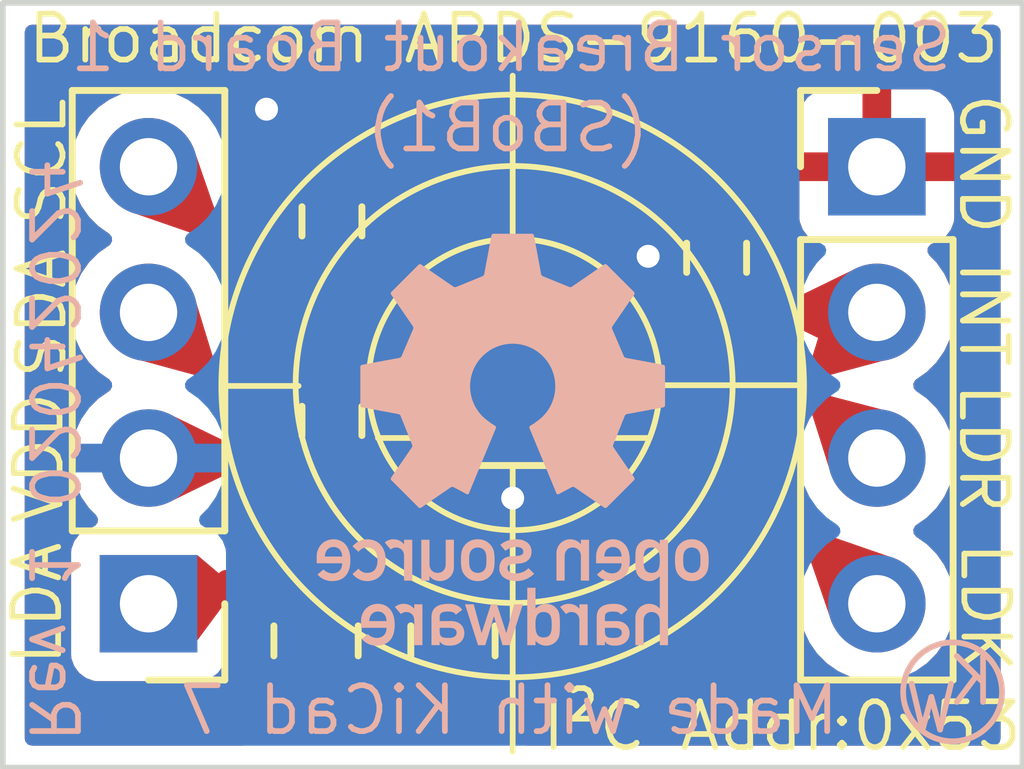
<source format=kicad_pcb>
(kicad_pcb (version 20221018) (generator pcbnew)

  (general
    (thickness 1.6)
  )

  (paper "A4")
  (layers
    (0 "F.Cu" signal)
    (31 "B.Cu" signal)
    (32 "B.Adhes" user "B.Adhesive")
    (33 "F.Adhes" user "F.Adhesive")
    (34 "B.Paste" user)
    (35 "F.Paste" user)
    (36 "B.SilkS" user "B.Silkscreen")
    (37 "F.SilkS" user "F.Silkscreen")
    (38 "B.Mask" user)
    (39 "F.Mask" user)
    (40 "Dwgs.User" user "User.Drawings")
    (41 "Cmts.User" user "User.Comments")
    (42 "Eco1.User" user "User.Eco1")
    (43 "Eco2.User" user "User.Eco2")
    (44 "Edge.Cuts" user)
    (45 "Margin" user)
    (46 "B.CrtYd" user "B.Courtyard")
    (47 "F.CrtYd" user "F.Courtyard")
    (48 "B.Fab" user)
    (49 "F.Fab" user)
    (50 "User.1" user)
    (51 "User.2" user)
    (52 "User.3" user)
    (53 "User.4" user)
    (54 "User.5" user)
    (55 "User.6" user)
    (56 "User.7" user)
    (57 "User.8" user)
    (58 "User.9" user)
  )

  (setup
    (stackup
      (layer "F.SilkS" (type "Top Silk Screen"))
      (layer "F.Paste" (type "Top Solder Paste"))
      (layer "F.Mask" (type "Top Solder Mask") (thickness 0.01))
      (layer "F.Cu" (type "copper") (thickness 0.035))
      (layer "dielectric 1" (type "core") (thickness 1.51) (material "FR4") (epsilon_r 4.5) (loss_tangent 0.02))
      (layer "B.Cu" (type "copper") (thickness 0.035))
      (layer "B.Mask" (type "Bottom Solder Mask") (thickness 0.01))
      (layer "B.Paste" (type "Bottom Solder Paste"))
      (layer "B.SilkS" (type "Bottom Silk Screen"))
      (copper_finish "None")
      (dielectric_constraints no)
    )
    (pad_to_mask_clearance 0)
    (aux_axis_origin 136.8552 104.4194)
    (grid_origin 136.8552 104.4194)
    (pcbplotparams
      (layerselection 0x00010fc_ffffffff)
      (plot_on_all_layers_selection 0x0000000_00000000)
      (disableapertmacros false)
      (usegerberextensions false)
      (usegerberattributes true)
      (usegerberadvancedattributes true)
      (creategerberjobfile true)
      (dashed_line_dash_ratio 12.000000)
      (dashed_line_gap_ratio 3.000000)
      (svgprecision 4)
      (plotframeref false)
      (viasonmask false)
      (mode 1)
      (useauxorigin false)
      (hpglpennumber 1)
      (hpglpenspeed 20)
      (hpglpendiameter 15.000000)
      (dxfpolygonmode true)
      (dxfimperialunits true)
      (dxfusepcbnewfont true)
      (psnegative false)
      (psa4output false)
      (plotreference true)
      (plotvalue true)
      (plotinvisibletext false)
      (sketchpadsonfab false)
      (subtractmaskfromsilk false)
      (outputformat 1)
      (mirror false)
      (drillshape 1)
      (scaleselection 1)
      (outputdirectory "")
    )
  )

  (net 0 "")
  (net 1 "+3V3")
  (net 2 "GNDREF")
  (net 3 "/7_SDA")
  (net 4 "/8_SCL")
  (net 5 "/2_INT")
  (net 6 "/3_LDR")
  (net 7 "/4_LDK")
  (net 8 "/5_LEDA")

  (footprint "Resistor_SMD:R_0603_1608Metric_Pad0.98x0.95mm_HandSolder" (layer "F.Cu") (at 142.5934 94.8946 -90))

  (footprint "Resistor_SMD:R_0603_1608Metric_Pad0.98x0.95mm_HandSolder" (layer "F.Cu") (at 149.3012 95.5294 -90))

  (footprint "Resistor_SMD:R_0603_1608Metric_Pad0.98x0.95mm_HandSolder" (layer "F.Cu") (at 142.5934 98.3742 90))

  (footprint "Connector_PinHeader_2.54mm:PinHeader_1x04_P2.54mm_Vertical" (layer "F.Cu") (at 152.0952 93.9419))

  (footprint "Capacitor_SMD:C_0805_2012Metric_Pad1.18x1.45mm_HandSolder" (layer "F.Cu") (at 144.7038 102.2096 -90))

  (footprint "Capacitor_SMD:C_0805_2012Metric_Pad1.18x1.45mm_HandSolder" (layer "F.Cu") (at 142.3162 102.2096 -90))

  (footprint "OptoDevice:Broadcom_APDS-9160-003" (layer "F.Cu") (at 145.7452 97.7519 -90))

  (footprint "Connector_PinHeader_2.54mm:PinHeader_1x04_P2.54mm_Vertical" (layer "F.Cu") (at 139.3952 101.5619 180))

  (gr_poly
    (pts
      (xy 148.889579 100.438617)
      (xy 148.90885 100.44021)
      (xy 148.927121 100.44277)
      (xy 148.944419 100.446223)
      (xy 148.960769 100.450491)
      (xy 148.976199 100.455499)
      (xy 148.990736 100.46117)
      (xy 149.004406 100.467428)
      (xy 149.017237 100.474197)
      (xy 149.029254 100.4814)
      (xy 149.040484 100.488961)
      (xy 149.050955 100.496804)
      (xy 149.060693 100.504853)
      (xy 149.069724 100.513031)
      (xy 149.078077 100.521262)
      (xy 149.085776 100.529469)
      (xy 149.095676 100.540816)
      (xy 149.104832 100.552267)
      (xy 149.113259 100.563964)
      (xy 149.120972 100.576046)
      (xy 149.127984 100.588654)
      (xy 149.134311 100.601928)
      (xy 149.139966 100.616008)
      (xy 149.144965 100.631035)
      (xy 149.149321 100.647148)
      (xy 149.15305 100.664489)
      (xy 149.156165 100.683198)
      (xy 149.158681 100.703414)
      (xy 149.160613 100.725279)
      (xy 149.161975 100.748931)
      (xy 149.162782 100.774512)
      (xy 149.163048 100.802163)
      (xy 149.162782 100.830051)
      (xy 149.161975 100.855843)
      (xy 149.160613 100.879679)
      (xy 149.158681 100.901703)
      (xy 149.156165 100.922055)
      (xy 149.15305 100.940878)
      (xy 149.149321 100.958315)
      (xy 149.144965 100.974506)
      (xy 149.139966 100.989593)
      (xy 149.134311 101.00372)
      (xy 149.127984 101.017028)
      (xy 149.120972 101.029658)
      (xy 149.11326 101.041752)
      (xy 149.104832 101.053454)
      (xy 149.095676 101.064904)
      (xy 149.085776 101.076245)
      (xy 149.078077 101.084451)
      (xy 149.069724 101.09268)
      (xy 149.060693 101.100854)
      (xy 149.050955 101.108897)
      (xy 149.040484 101.116734)
      (xy 149.029254 101.124289)
      (xy 149.017237 101.131485)
      (xy 149.004406 101.138246)
      (xy 148.997678 101.14144)
      (xy 148.990736 101.144497)
      (xy 148.983578 101.147407)
      (xy 148.976199 101.150161)
      (xy 148.968598 101.152749)
      (xy 148.960769 101.155162)
      (xy 148.952711 101.15739)
      (xy 148.944419 101.159424)
      (xy 148.93589 101.161255)
      (xy 148.927121 101.162872)
      (xy 148.918109 101.164266)
      (xy 148.90885 101.165428)
      (xy 148.899341 101.166349)
      (xy 148.889579 101.167018)
      (xy 148.879559 101.167427)
      (xy 148.86928 101.167565)
      (xy 148.848989 101.167018)
      (xy 148.829723 101.165428)
      (xy 148.811458 101.162872)
      (xy 148.794165 101.159424)
      (xy 148.777818 101.155162)
      (xy 148.762391 101.150161)
      (xy 148.747857 101.144497)
      (xy 148.734189 101.138246)
      (xy 148.72136 101.131485)
      (xy 148.709345 101.124289)
      (xy 148.698115 101.116734)
      (xy 148.687645 101.108897)
      (xy 148.677907 101.100854)
      (xy 148.668876 101.09268)
      (xy 148.660524 101.084451)
      (xy 148.652825 101.076245)
      (xy 148.642925 101.064904)
      (xy 148.633767 101.053452)
      (xy 148.625338 101.041749)
      (xy 148.617623 101.029652)
      (xy 148.610608 101.01702)
      (xy 148.604278 101.00371)
      (xy 148.598619 100.989581)
      (xy 148.593616 100.974491)
      (xy 148.589256 100.958298)
      (xy 148.585524 100.940861)
      (xy 148.582406 100.922038)
      (xy 148.579886 100.901686)
      (xy 148.577952 100.879665)
      (xy 148.576588 100.855831)
      (xy 148.57578 100.830045)
      (xy 148.575527 100.803552)
      (xy 148.718905 100.803552)
      (xy 148.719318 100.838708)
      (xy 148.719857 100.853974)
      (xy 148.720637 100.867864)
      (xy 148.721671 100.8805)
      (xy 148.722976 100.892008)
      (xy 148.724564 100.902511)
      (xy 148.726451 100.912132)
      (xy 148.72865 100.920995)
      (xy 148.731178 100.929225)
      (xy 148.734047 100.936945)
      (xy 148.737272 100.944278)
      (xy 148.740869 100.951349)
      (xy 148.744851 100.958281)
      (xy 148.749232 100.965198)
      (xy 148.754028 100.972224)
      (xy 148.756077 100.974971)
      (xy 148.758262 100.977674)
      (xy 148.763026 100.982937)
      (xy 148.768291 100.98799)
      (xy 148.774029 100.99281)
      (xy 148.780211 100.997375)
      (xy 148.786808 101.001662)
      (xy 148.793791 101.005649)
      (xy 148.801132 101.009312)
      (xy 148.808802 101.012629)
      (xy 148.816772 101.015577)
      (xy 148.825013 101.018134)
      (xy 148.833497 101.020277)
      (xy 148.842194 101.021983)
      (xy 148.851076 101.02323)
      (xy 148.860115 101.023994)
      (xy 148.869281 101.024254)
      (xy 148.878454 101.023995)
      (xy 148.887498 101.023231)
      (xy 148.896386 101.021986)
      (xy 148.905087 101.020282)
      (xy 148.913574 101.018142)
      (xy 148.921818 101.015587)
      (xy 148.929789 101.012642)
      (xy 148.937459 101.009327)
      (xy 148.9448 101.005665)
      (xy 148.951782 101.00168)
      (xy 148.958376 100.997393)
      (xy 148.964555 100.992827)
      (xy 148.970289 100.988005)
      (xy 148.975549 100.982948)
      (xy 148.980307 100.977681)
      (xy 148.984534 100.972224)
      (xy 148.98933 100.965197)
      (xy 148.993713 100.958278)
      (xy 148.997697 100.95134)
      (xy 149.001296 100.944256)
      (xy 149.004525 100.936902)
      (xy 149.007397 100.929152)
      (xy 149.009928 100.920879)
      (xy 149.012131 100.911958)
      (xy 149.014022 100.902263)
      (xy 149.015613 100.891669)
      (xy 149.016921 100.880049)
      (xy 149.017959 100.867277)
      (xy 149.01874 100.853229)
      (xy 149.019281 100.837778)
      (xy 149.019595 100.820797)
      (xy 149.019697 100.802163)
      (xy 149.019281 100.767003)
      (xy 149.01874 100.751734)
      (xy 149.017959 100.73784)
      (xy 149.016921 100.725198)
      (xy 149.015613 100.713686)
      (xy 149.014022 100.703178)
      (xy 149.012131 100.693553)
      (xy 149.009928 100.684686)
      (xy 149.007397 100.676454)
      (xy 149.004525 100.668734)
      (xy 149.001296 100.661403)
      (xy 148.997697 100.654336)
      (xy 148.993713 100.647411)
      (xy 148.98933 100.640503)
      (xy 148.984534 100.633491)
      (xy 148.982488 100.630743)
      (xy 148.980307 100.62804)
      (xy 148.975549 100.622777)
      (xy 148.970289 100.617724)
      (xy 148.964555 100.612904)
      (xy 148.958376 100.608339)
      (xy 148.951782 100.604052)
      (xy 148.9448 100.600065)
      (xy 148.937459 100.596402)
      (xy 148.929789 100.593085)
      (xy 148.921818 100.590137)
      (xy 148.913574 100.58758)
      (xy 148.905087 100.585437)
      (xy 148.896386 100.583731)
      (xy 148.887498 100.582485)
      (xy 148.878454 100.58172)
      (xy 148.869281 100.58146)
      (xy 148.860115 100.581719)
      (xy 148.851077 100.582483)
      (xy 148.842194 100.583728)
      (xy 148.833497 100.585432)
      (xy 148.825014 100.587572)
      (xy 148.816772 100.590127)
      (xy 148.808803 100.593073)
      (xy 148.801133 100.596387)
      (xy 148.793792 100.600049)
      (xy 148.786808 100.604034)
      (xy 148.780211 100.608321)
      (xy 148.774029 100.612887)
      (xy 148.768291 100.617709)
      (xy 148.763026 100.622766)
      (xy 148.758262 100.628034)
      (xy 148.754028 100.633491)
      (xy 148.749232 100.640504)
      (xy 148.74485 100.647413)
      (xy 148.740869 100.654345)
      (xy 148.737272 100.661424)
      (xy 148.734046 100.668777)
      (xy 148.731177 100.676528)
      (xy 148.72865 100.684802)
      (xy 148.72645 100.693726)
      (xy 148.724564 100.703425)
      (xy 148.722975 100.714025)
      (xy 148.721671 100.72565)
      (xy 148.720637 100.738426)
      (xy 148.719857 100.752479)
      (xy 148.719318 100.767934)
      (xy 148.719006 100.784916)
      (xy 148.718905 100.803552)
      (xy 148.575527 100.803552)
      (xy 148.575514 100.802163)
      (xy 148.57578 100.774512)
      (xy 148.576588 100.74893)
      (xy 148.577952 100.725275)
      (xy 148.579886 100.703409)
      (xy 148.582406 100.68319)
      (xy 148.585524 100.664479)
      (xy 148.589256 100.647136)
      (xy 148.593616 100.63102)
      (xy 148.598619 100.615991)
      (xy 148.604278 100.60191)
      (xy 148.610608 100.588636)
      (xy 148.617623 100.576029)
      (xy 148.625338 100.563949)
      (xy 148.633767 100.552256)
      (xy 148.642925 100.540809)
      (xy 148.652825 100.529469)
      (xy 148.660524 100.521262)
      (xy 148.668876 100.513031)
      (xy 148.677908 100.504853)
      (xy 148.687645 100.496804)
      (xy 148.698115 100.488961)
      (xy 148.709345 100.4814)
      (xy 148.721361 100.474197)
      (xy 148.734189 100.467428)
      (xy 148.740917 100.464231)
      (xy 148.747857 100.46117)
      (xy 148.755015 100.458256)
      (xy 148.762392 100.455499)
      (xy 148.769992 100.452907)
      (xy 148.777819 100.450491)
      (xy 148.785875 100.44826)
      (xy 148.794165 100.446223)
      (xy 148.802691 100.44439)
      (xy 148.811458 100.44277)
      (xy 148.820467 100.441374)
      (xy 148.829723 100.440209)
      (xy 148.839229 100.439288)
      (xy 148.848989 100.438617)
      (xy 148.859004 100.438208)
      (xy 148.86928 100.438069)
    )

    (stroke (width 0) (type solid)) (fill solid) (layer "B.SilkS") (tstamp 2377bb71-335a-474f-ad2c-ed2baf72bc9a))
  (gr_poly
    (pts
      (xy 142.647132 100.439147)
      (xy 142.673315 100.442477)
      (xy 142.68639 100.445031)
      (xy 142.699412 100.448201)
      (xy 142.712349 100.452004)
      (xy 142.725169 100.456459)
      (xy 142.73784 100.461583)
      (xy 142.75033 100.467395)
      (xy 142.762607 100.473911)
      (xy 142.77464 100.481149)
      (xy 142.786397 100.489128)
      (xy 142.797846 100.497864)
      (xy 142.808954 100.507377)
      (xy 142.81969 100.517682)
      (xy 142.830023 100.528799)
      (xy 142.83992 100.540744)
      (xy 142.849349 100.553537)
      (xy 142.858279 100.567193)
      (xy 142.866678 100.581732)
      (xy 142.874513 100.59717)
      (xy 142.881754 100.613525)
      (xy 142.888368 100.630816)
      (xy 142.894323 100.64906)
      (xy 142.899587 100.668275)
      (xy 142.904129 100.688478)
      (xy 142.907916 100.709687)
      (xy 142.910918 100.73192)
      (xy 142.913101 100.755195)
      (xy 142.914434 100.779529)
      (xy 142.914886 100.80494)
      (xy 142.914393 100.831697)
      (xy 142.91294 100.857182)
      (xy 142.910561 100.881421)
      (xy 142.907293 100.904443)
      (xy 142.90317 100.926276)
      (xy 142.898228 100.946947)
      (xy 142.892502 100.966483)
      (xy 142.886029 100.984914)
      (xy 142.878843 101.002266)
      (xy 142.870981 101.018567)
      (xy 142.862477 101.033845)
      (xy 142.853367 101.048128)
      (xy 142.843687 101.061444)
      (xy 142.833472 101.07382)
      (xy 142.822757 101.085284)
      (xy 142.811579 101.095864)
      (xy 142.799973 101.105588)
      (xy 142.787973 101.114483)
      (xy 142.775616 101.122578)
      (xy 142.762938 101.129899)
      (xy 142.749973 101.136475)
      (xy 142.736757 101.142333)
      (xy 142.709715 101.152009)
      (xy 142.682096 101.159148)
      (xy 142.654184 101.163972)
      (xy 142.626262 101.166703)
      (xy 142.598616 101.167565)
      (xy 142.58075 101.167166)
      (xy 142.563007 101.165956)
      (xy 142.545411 101.163914)
      (xy 142.527988 101.16102)
      (xy 142.510762 101.157253)
      (xy 142.493759 101.152592)
      (xy 142.477002 101.147017)
      (xy 142.460518 101.140508)
      (xy 142.444332 101.133043)
      (xy 142.428467 101.124602)
      (xy 142.41295 101.115165)
      (xy 142.397804 101.104711)
      (xy 142.383056 101.093219)
      (xy 142.368729 101.080669)
      (xy 142.354849 101.06704)
      (xy 142.341441 101.052312)
      (xy 142.445462 100.963809)
      (xy 142.453564 100.971764)
      (xy 142.462028 100.979281)
      (xy 142.470825 100.986349)
      (xy 142.479923 100.992958)
      (xy 142.489292 100.999098)
      (xy 142.498901 101.004759)
      (xy 142.508719 101.009929)
      (xy 142.518715 101.014599)
      (xy 142.52886 101.018758)
      (xy 142.539121 101.022397)
      (xy 142.54947 101.025504)
      (xy 142.559874 101.028069)
      (xy 142.570303 101.030082)
      (xy 142.580726 101.031533)
      (xy 142.591114 101.032411)
      (xy 142.601434 101.032706)
      (xy 142.610581 101.032533)
      (xy 142.619564 101.032014)
      (xy 142.628373 101.03115)
      (xy 142.637 101.029941)
      (xy 142.645437 101.028386)
      (xy 142.653677 101.026487)
      (xy 142.66171 101.024243)
      (xy 142.669529 101.021656)
      (xy 142.677125 101.018724)
      (xy 142.68449 101.015448)
      (xy 142.691616 101.01183)
      (xy 142.698495 101.007868)
      (xy 142.705119 101.003563)
      (xy 142.711478 100.998915)
      (xy 142.717566 100.993925)
      (xy 142.723374 100.988593)
      (xy 142.728893 100.98292)
      (xy 142.734116 100.976904)
      (xy 142.739033 100.970548)
      (xy 142.743638 100.96385)
      (xy 142.747922 100.956811)
      (xy 142.751876 100.949432)
      (xy 142.755493 100.941713)
      (xy 142.758764 100.933654)
      (xy 142.761681 100.925254)
      (xy 142.764235 100.916516)
      (xy 142.766419 100.907438)
      (xy 142.768224 100.898021)
      (xy 142.769643 100.888266)
      (xy 142.770666 100.878172)
      (xy 142.771286 100.86774)
      (xy 142.771495 100.85697)
      (xy 142.327352 100.856971)
      (xy 142.327352 100.73894)
      (xy 142.470743 100.73894)
      (xy 142.771495 100.73894)
      (xy 142.771058 100.728935)
      (xy 142.770275 100.719229)
      (xy 142.769151 100.709822)
      (xy 142.767695 100.700716)
      (xy 142.765913 100.691912)
      (xy 142.763813 100.683412)
      (xy 142.761401 100.675217)
      (xy 142.758686 100.667327)
      (xy 142.755674 100.659745)
      (xy 142.752373 100.652471)
      (xy 142.74879 100.645507)
      (xy 142.744931 100.638855)
      (xy 142.740805 100.632514)
      (xy 142.736418 100.626487)
      (xy 142.731777 100.620775)
      (xy 142.726891 100.615378)
      (xy 142.721766 100.610299)
      (xy 142.716408 100.605539)
      (xy 142.710827 100.601098)
      (xy 142.705028 100.596979)
      (xy 142.699019 100.593182)
      (xy 142.692807 100.589708)
      (xy 142.6864 100.58656)
      (xy 142.679804 100.583737)
      (xy 142.673027 100.581242)
      (xy 142.666075 100.579075)
      (xy 142.658957 100.577238)
      (xy 142.65168 100.575733)
      (xy 142.64425 100.57456)
      (xy 142.636675 100.57372)
      (xy 142.628962 100.573215)
      (xy 142.621119 100.573047)
      (xy 142.613279 100.573215)
      (xy 142.605579 100.57372)
      (xy 142.598023 100.57456)
      (xy 142.590618 100.575733)
      (xy 142.583371 100.577238)
      (xy 142.576288 100.579075)
      (xy 142.569376 100.581242)
      (xy 142.562641 100.583737)
      (xy 142.556089 100.58656)
      (xy 142.549726 100.589708)
      (xy 142.54356 100.593182)
      (xy 142.537597 100.596979)
      (xy 142.531843 100.601099)
      (xy 142.526304 100.605539)
      (xy 142.520986 100.6103)
      (xy 142.515897 100.615379)
      (xy 142.511043 100.620775)
      (xy 142.50643 100.626487)
      (xy 142.502064 100.632514)
      (xy 142.497952 100.638855)
      (xy 142.4941 100.645508)
      (xy 142.490515 100.652472)
      (xy 142.487203 100.659745)
      (xy 142.484171 100.667328)
      (xy 142.481424 100.675217)
      (xy 142.47897 100.683412)
      (xy 142.476815 100.691913)
      (xy 142.474965 100.700716)
      (xy 142.473426 100.709822)
      (xy 142.472205 100.719229)
      (xy 142.471309 100.728935)
      (xy 142.470743 100.73894)
      (xy 142.327352 100.73894)
      (xy 142.327352 100.7389)
      (xy 142.327748 100.721832)
      (xy 142.328923 100.705168)
      (xy 142.330854 100.688918)
      (xy 142.333522 100.673091)
      (xy 142.336905 100.657696)
      (xy 142.340981 100.642741)
      (xy 142.34573 100.628237)
      (xy 142.35113 100.61419)
      (xy 142.35716 100.600612)
      (xy 142.363799 100.58751)
      (xy 142.371027 100.574894)
      (xy 142.37882 100.562773)
      (xy 142.38716 100.551155)
      (xy 142.396024 100.54005)
      (xy 142.405391 100.529466)
      (xy 142.41524 100.519413)
      (xy 142.42555 100.5099)
      (xy 142.4363 100.500936)
      (xy 142.447468 100.492529)
      (xy 142.459034 100.484688)
      (xy 142.470976 100.477423)
      (xy 142.483273 100.470743)
      (xy 142.495904 100.464656)
      (xy 142.508848 100.459172)
      (xy 142.522083 100.454299)
      (xy 142.535589 100.450047)
      (xy 142.549344 100.446425)
      (xy 142.563328 100.443441)
      (xy 142.577518 100.441104)
      (xy 142.591894 100.439424)
      (xy 142.606435 100.438409)
      (xy 142.621119 100.438069)
    )

    (stroke (width 0) (type solid)) (fill solid) (layer "B.SilkS") (tstamp 296f369b-c636-46e9-8bbb-d1100aa9352b))
  (gr_circle (center 153.416 103.0986) (end 154.278105 103.0986)
    (stroke (width 0.1) (type default)) (fill none) (layer "B.SilkS") (tstamp 36576683-b525-43d2-96a1-117e44b8f8a7))
  (gr_poly
    (pts
      (xy 143.854056 101.564016)
      (xy 143.867875 101.565005)
      (xy 143.881405 101.566654)
      (xy 143.894636 101.568961)
      (xy 143.907553 101.571928)
      (xy 143.920145 101.575553)
      (xy 143.9324 101.579837)
      (xy 143.944305 101.58478)
      (xy 143.955848 101.590382)
      (xy 143.967016 101.596642)
      (xy 143.977796 101.60356)
      (xy 143.988178 101.611137)
      (xy 143.998147 101.619371)
      (xy 144.007693 101.628264)
      (xy 144.016801 101.637814)
      (xy 144.025461 101.648022)
      (xy 144.028319 101.648022)
      (xy 144.028319 101.572139)
      (xy 144.17163 101.572139)
      (xy 144.17163 102.284729)
      (xy 144.028319 102.284729)
      (xy 144.028319 101.855985)
      (xy 144.028119 101.846413)
      (xy 144.027529 101.837183)
      (xy 144.026559 101.828293)
      (xy 144.025224 101.819741)
      (xy 144.023535 101.811523)
      (xy 144.021504 101.803638)
      (xy 144.019144 101.796083)
      (xy 144.016467 101.788856)
      (xy 144.013485 101.781953)
      (xy 144.010211 101.775372)
      (xy 144.006657 101.769111)
      (xy 144.002835 101.763167)
      (xy 143.998758 101.757538)
      (xy 143.994438 101.752221)
      (xy 143.989888 101.747214)
      (xy 143.985119 101.742514)
      (xy 143.980144 101.738118)
      (xy 143.974975 101.734024)
      (xy 143.969625 101.73023)
      (xy 143.964105 101.726732)
      (xy 143.958429 101.723529)
      (xy 143.952609 101.720618)
      (xy 143.946657 101.717996)
      (xy 143.940584 101.715661)
      (xy 143.92813 101.711841)
      (xy 143.915344 101.709137)
      (xy 143.902326 101.70753)
      (xy 143.889174 101.706998)
      (xy 143.882457 101.707115)
      (xy 143.876005 101.707471)
      (xy 143.869786 101.708074)
      (xy 143.863765 101.708933)
      (xy 143.857911 101.710055)
      (xy 143.85219 101.71145)
      (xy 143.846568 101.713125)
      (xy 143.841013 101.71509)
      (xy 143.835492 101.717351)
      (xy 143.829971 101.719918)
      (xy 143.824417 101.722799)
      (xy 143.818797 101.726002)
      (xy 143.813078 101.729535)
      (xy 143.807227 101.733407)
      (xy 143.801211 101.737626)
      (xy 143.794996 101.742201)
      (xy 143.690975 101.618495)
      (xy 143.699197 101.61232)
      (xy 143.707526 101.606454)
      (xy 143.715971 101.60091)
      (xy 143.72454 101.595699)
      (xy 143.733241 101.590835)
      (xy 143.742081 101.586328)
      (xy 143.75107 101.582193)
      (xy 143.760215 101.57844)
      (xy 143.769523 101.575083)
      (xy 143.779005 101.572133)
      (xy 143.788666 101.569604)
      (xy 143.798516 101.567506)
      (xy 143.808563 101.565853)
      (xy 143.818814 101.564658)
      (xy 143.829277 101.563931)
      (xy 143.839962 101.563686)
    )

    (stroke (width 0) (type solid)) (fill solid) (layer "B.SilkS") (tstamp 37eb4a2a-fc96-483f-9592-d33950294404))
  (gr_poly
    (pts
      (xy 145.156922 100.438617)
      (xy 145.176187 100.44021)
      (xy 145.19445 100.44277)
      (xy 145.211741 100.446223)
      (xy 145.228084 100.450491)
      (xy 145.243508 100.455499)
      (xy 145.258038 100.46117)
      (xy 145.271703 100.467428)
      (xy 145.284528 100.474197)
      (xy 145.29654 100.4814)
      (xy 145.307766 100.488961)
      (xy 145.318233 100.496804)
      (xy 145.327968 100.504853)
      (xy 145.336998 100.513031)
      (xy 145.345348 100.521262)
      (xy 145.353047 100.529469)
      (xy 145.362948 100.540816)
      (xy 145.372107 100.552267)
      (xy 145.380538 100.563964)
      (xy 145.388256 100.576046)
      (xy 145.395274 100.588654)
      (xy 145.401607 100.601928)
      (xy 145.40727 100.616008)
      (xy 145.412276 100.631035)
      (xy 145.41664 100.647148)
      (xy 145.420375 100.664489)
      (xy 145.423497 100.683198)
      (xy 145.42602 100.703414)
      (xy 145.427957 100.725279)
      (xy 145.429323 100.748931)
      (xy 145.430132 100.774512)
      (xy 145.430398 100.802163)
      (xy 145.430132 100.830051)
      (xy 145.429323 100.855843)
      (xy 145.427957 100.879679)
      (xy 145.42602 100.901703)
      (xy 145.423497 100.922055)
      (xy 145.420375 100.940878)
      (xy 145.41664 100.958315)
      (xy 145.412276 100.974506)
      (xy 145.40727 100.989593)
      (xy 145.401607 101.00372)
      (xy 145.395274 101.017028)
      (xy 145.388256 101.029658)
      (xy 145.380538 101.041752)
      (xy 145.372107 101.053454)
      (xy 145.362948 101.064904)
      (xy 145.353047 101.076245)
      (xy 145.345349 101.084451)
      (xy 145.336998 101.09268)
      (xy 145.327968 101.100854)
      (xy 145.318233 101.108897)
      (xy 145.307766 101.116734)
      (xy 145.29654 101.124289)
      (xy 145.284528 101.131485)
      (xy 145.271703 101.138246)
      (xy 145.264977 101.14144)
      (xy 145.258039 101.144497)
      (xy 145.250883 101.147407)
      (xy 145.243508 101.150161)
      (xy 145.235909 101.152749)
      (xy 145.228084 101.155162)
      (xy 145.220029 101.15739)
      (xy 145.211741 101.159424)
      (xy 145.203216 101.161255)
      (xy 145.19445 101.162872)
      (xy 145.185442 101.164266)
      (xy 145.176187 101.165428)
      (xy 145.166681 101.166349)
      (xy 145.156923 101.167018)
      (xy 145.146907 101.167427)
      (xy 145.136631 101.167565)
      (xy 145.116326 101.167018)
      (xy 145.09705 101.165428)
      (xy 145.078776 101.162872)
      (xy 145.061476 101.159424)
      (xy 145.045125 101.155162)
      (xy 145.029695 101.150161)
      (xy 145.015159 101.144497)
      (xy 145.00149 101.138246)
      (xy 144.988662 101.131485)
      (xy 144.976648 101.124289)
      (xy 144.96542 101.116734)
      (xy 144.954951 101.108897)
      (xy 144.945216 101.100854)
      (xy 144.936186 101.09268)
      (xy 144.927835 101.084451)
      (xy 144.920136 101.076245)
      (xy 144.910236 101.064904)
      (xy 144.90108 101.053452)
      (xy 144.892653 101.041749)
      (xy 144.88494 101.029652)
      (xy 144.877928 101.01702)
      (xy 144.871601 101.00371)
      (xy 144.865946 100.989581)
      (xy 144.860947 100.974491)
      (xy 144.856591 100.958298)
      (xy 144.852862 100.940861)
      (xy 144.849747 100.922038)
      (xy 144.847231 100.901686)
      (xy 144.845299 100.879665)
      (xy 144.843937 100.855831)
      (xy 144.84313 100.830045)
      (xy 144.842878 100.803552)
      (xy 144.986255 100.803552)
      (xy 144.986667 100.838708)
      (xy 144.987205 100.853974)
      (xy 144.987982 100.867864)
      (xy 144.989014 100.8805)
      (xy 144.990316 100.892008)
      (xy 144.991901 100.902511)
      (xy 144.993786 100.912132)
      (xy 144.995984 100.920995)
      (xy 144.99851 100.929225)
      (xy 145.001379 100.936945)
      (xy 145.004606 100.944278)
      (xy 145.008204 100.951349)
      (xy 145.01219 100.958281)
      (xy 145.016576 100.965198)
      (xy 145.021379 100.972224)
      (xy 145.023424 100.974971)
      (xy 145.025606 100.977674)
      (xy 145.030363 100.982937)
      (xy 145.035623 100.98799)
      (xy 145.041357 100.99281)
      (xy 145.047536 100.997375)
      (xy 145.054131 101.001662)
      (xy 145.061113 101.005649)
      (xy 145.068453 101.009312)
      (xy 145.076123 101.012629)
      (xy 145.084095 101.015577)
      (xy 145.092338 101.018134)
      (xy 145.100825 101.020277)
      (xy 145.109527 101.021983)
      (xy 145.118414 101.02323)
      (xy 145.127459 101.023994)
      (xy 145.136631 101.024254)
      (xy 145.145791 101.023995)
      (xy 145.154826 101.023231)
      (xy 145.163706 101.021986)
      (xy 145.172403 101.020282)
      (xy 145.180887 101.018142)
      (xy 145.189129 101.015587)
      (xy 145.1971 101.012642)
      (xy 145.20477 101.009327)
      (xy 145.21211 101.005665)
      (xy 145.219092 101.00168)
      (xy 145.225685 100.997393)
      (xy 145.231861 100.992827)
      (xy 145.23759 100.988005)
      (xy 145.242843 100.982948)
      (xy 145.247591 100.977681)
      (xy 145.251804 100.972224)
      (xy 145.256608 100.965197)
      (xy 145.260997 100.958278)
      (xy 145.264986 100.95134)
      (xy 145.26859 100.944256)
      (xy 145.271822 100.936902)
      (xy 145.274698 100.929152)
      (xy 145.277231 100.920879)
      (xy 145.279437 100.911958)
      (xy 145.281329 100.902263)
      (xy 145.282922 100.891669)
      (xy 145.28423 100.880049)
      (xy 145.285269 100.867277)
      (xy 145.286051 100.853229)
      (xy 145.286592 100.837778)
      (xy 145.286906 100.820797)
      (xy 145.287007 100.802163)
      (xy 145.286592 100.767003)
      (xy 145.286051 100.751734)
      (xy 145.285269 100.73784)
      (xy 145.28423 100.725198)
      (xy 145.282922 100.713686)
      (xy 145.281329 100.703178)
      (xy 145.279437 100.693553)
      (xy 145.277231 100.684686)
      (xy 145.274698 100.676454)
      (xy 145.271822 100.668734)
      (xy 145.26859 100.661403)
      (xy 145.264986 100.654336)
      (xy 145.260997 100.647411)
      (xy 145.256608 100.640503)
      (xy 145.251804 100.633491)
      (xy 145.249766 100.630743)
      (xy 145.247591 100.62804)
      (xy 145.242843 100.622777)
      (xy 145.23759 100.617724)
      (xy 145.231861 100.612904)
      (xy 145.225685 100.608339)
      (xy 145.219092 100.604052)
      (xy 145.21211 100.600065)
      (xy 145.20477 100.596402)
      (xy 145.1971 100.593085)
      (xy 145.189129 100.590137)
      (xy 145.180887 100.58758)
      (xy 145.172403 100.585437)
      (xy 145.163706 100.583731)
      (xy 145.154826 100.582485)
      (xy 145.145791 100.58172)
      (xy 145.136631 100.58146)
      (xy 145.127459 100.581719)
      (xy 145.118414 100.582483)
      (xy 145.109527 100.583728)
      (xy 145.100825 100.585432)
      (xy 145.092338 100.587572)
      (xy 145.084095 100.590127)
      (xy 145.076123 100.593073)
      (xy 145.068453 100.596387)
      (xy 145.061113 100.600049)
      (xy 145.054131 100.604034)
      (xy 145.047536 100.608321)
      (xy 145.041357 100.612887)
      (xy 145.035623 100.617709)
      (xy 145.030363 100.622766)
      (xy 145.025606 100.628034)
      (xy 145.021379 100.633491)
      (xy 145.016576 100.640504)
      (xy 145.01219 100.647413)
      (xy 145.008204 100.654345)
      (xy 145.004606 100.661424)
      (xy 145.001379 100.668777)
      (xy 144.99851 100.676528)
      (xy 144.995984 100.684802)
      (xy 144.993786 100.693726)
      (xy 144.991901 100.703425)
      (xy 144.990316 100.714025)
      (xy 144.989014 100.72565)
      (xy 144.987982 100.738426)
      (xy 144.987205 100.752479)
      (xy 144.986667 100.767934)
      (xy 144.986356 100.784916)
      (xy 144.986255 100.803552)
      (xy 144.842878 100.803552)
      (xy 144.842864 100.802163)
      (xy 144.84313 100.774512)
      (xy 144.843937 100.74893)
      (xy 144.845299 100.725275)
      (xy 144.847231 100.703409)
      (xy 144.849747 100.68319)
      (xy 144.852862 100.664479)
      (xy 144.856591 100.647136)
      (xy 144.860947 100.63102)
      (xy 144.865946 100.615991)
      (xy 144.871601 100.60191)
      (xy 144.877928 100.588636)
      (xy 144.88494 100.576029)
      (xy 144.892653 100.563949)
      (xy 144.90108 100.552256)
      (xy 144.910236 100.540809)
      (xy 144.920136 100.529469)
      (xy 144.927835 100.521262)
      (xy 144.936186 100.513031)
      (xy 144.945216 100.504853)
      (xy 144.954951 100.496804)
      (xy 144.96542 100.488961)
      (xy 144.976648 100.4814)
      (xy 144.988662 100.474197)
      (xy 145.00149 100.467428)
      (xy 145.008218 100.464231)
      (xy 145.015159 100.46117)
      (xy 145.022317 100.458256)
      (xy 145.029695 100.455499)
      (xy 145.037296 100.452907)
      (xy 145.045125 100.450491)
      (xy 145.053184 100.44826)
      (xy 145.061476 100.446223)
      (xy 145.070006 100.44439)
      (xy 145.078776 100.44277)
      (xy 145.087789 100.441374)
      (xy 145.09705 100.440209)
      (xy 145.106561 100.439288)
      (xy 145.116326 100.438617)
      (xy 145.126348 100.438208)
      (xy 145.136631 100.438069)
    )

    (stroke (width 0) (type solid)) (fill solid) (layer "B.SilkS") (tstamp 38146e0b-a615-4e20-b417-376c4da8dddc))
  (gr_poly
    (pts
      (xy 144.294622 100.870981)
      (xy 144.294797 100.879951)
      (xy 144.29532 100.888679)
      (xy 144.296182 100.897164)
      (xy 144.297375 100.905402)
      (xy 144.298893 100.91339)
      (xy 144.300728 100.921125)
      (xy 144.302872 100.928605)
      (xy 144.305319 100.935827)
      (xy 144.308059 100.942787)
      (xy 144.311087 100.949483)
      (xy 144.314395 100.955913)
      (xy 144.317974 100.962072)
      (xy 144.321818 100.967959)
      (xy 144.32592 100.973571)
      (xy 144.330271 100.978904)
      (xy 144.334865 100.983956)
      (xy 144.339693 100.988723)
      (xy 144.344749 100.993204)
      (xy 144.350025 100.997396)
      (xy 144.355513 101.001294)
      (xy 144.361207 101.004897)
      (xy 144.367098 101.008202)
      (xy 144.373179 101.011206)
      (xy 144.379442 101.013905)
      (xy 144.385881 101.016298)
      (xy 144.392488 101.018381)
      (xy 144.399255 101.020151)
      (xy 144.406175 101.021606)
      (xy 144.413241 101.022743)
      (xy 144.420444 101.023558)
      (xy 144.427778 101.024049)
      (xy 144.435234 101.024214)
      (xy 144.44281 101.024049)
      (xy 144.450256 101.023558)
      (xy 144.457563 101.022743)
      (xy 144.464726 101.021606)
      (xy 144.471737 101.020151)
      (xy 144.478588 101.018381)
      (xy 144.485273 101.016298)
      (xy 144.491784 101.013905)
      (xy 144.498114 101.011206)
      (xy 144.504255 101.008202)
      (xy 144.510202 101.004897)
      (xy 144.515946 101.001294)
      (xy 144.521479 100.997396)
      (xy 144.526796 100.993204)
      (xy 144.531889 100.988723)
      (xy 144.53675 100.983956)
      (xy 144.541372 100.978904)
      (xy 144.545749 100.973571)
      (xy 144.549872 100.967959)
      (xy 144.553735 100.962072)
      (xy 144.557331 100.955913)
      (xy 144.560651 100.949483)
      (xy 144.56369 100.942787)
      (xy 144.566439 100.935827)
      (xy 144.568892 100.928605)
      (xy 144.571042 100.921125)
      (xy 144.57288 100.91339)
      (xy 144.574401 100.905402)
      (xy 144.575596 100.897164)
      (xy 144.576458 100.888679)
      (xy 144.576981 100.879951)
      (xy 144.577157 100.870981)
      (xy 144.577157 100.446522)
      (xy 144.720468 100.446522)
      (xy 144.720468 100.920233)
      (xy 144.720102 100.935161)
      (xy 144.71902 100.949642)
      (xy 144.717248 100.963676)
      (xy 144.714812 100.977259)
      (xy 144.711738 100.990391)
      (xy 144.708051 101.003069)
      (xy 144.703777 101.015291)
      (xy 144.698942 101.027056)
      (xy 144.693572 101.038363)
      (xy 144.687692 101.049208)
      (xy 144.681328 101.059591)
      (xy 144.674506 101.069509)
      (xy 144.667252 101.078961)
      (xy 144.659591 101.087945)
      (xy 144.651549 101.096459)
      (xy 144.643152 101.104501)
      (xy 144.634426 101.11207)
      (xy 144.625396 101.119164)
      (xy 144.616088 101.125781)
      (xy 144.606528 101.131919)
      (xy 144.596741 101.137576)
      (xy 144.586754 101.14275)
      (xy 144.576592 101.147441)
      (xy 144.566281 101.151645)
      (xy 144.555846 101.155361)
      (xy 144.545314 101.158588)
      (xy 144.524059 101.163565)
      (xy 144.502722 101.166562)
      (xy 144.492088 101.167314)
      (xy 144.48151 101.167565)
      (xy 144.467673 101.167235)
      (xy 144.454078 101.166246)
      (xy 144.44074 101.164597)
      (xy 144.427673 101.16229)
      (xy 144.414892 101.159323)
      (xy 144.402411 101.155698)
      (xy 144.390246 101.151414)
      (xy 144.378412 101.146471)
      (xy 144.366922 101.140869)
      (xy 144.355793 101.134609)
      (xy 144.345038 101.127691)
      (xy 144.334672 101.120115)
      (xy 144.324711 101.11188)
      (xy 144.315169 101.102988)
      (xy 144.30606 101.093437)
      (xy 144.2974 101.083229)
      (xy 144.294622 101.083229)
      (xy 144.294622 101.159191)
      (xy 144.15131 101.159191)
      (xy 144.15131 100.446522)
      (xy 144.294622 100.446522)
    )

    (stroke (width 0) (type solid)) (fill solid) (layer "B.SilkS") (tstamp 396decf2-8d89-47f0-abbf-233add0072b1))
  (gr_poly
    (pts
      (xy 143.237871 100.439301)
      (xy 143.253115 100.440856)
      (xy 143.268242 100.443049)
      (xy 143.283224 100.445891)
      (xy 143.298033 100.449391)
      (xy 143.312641 100.45356)
      (xy 143.32702 100.458406)
      (xy 143.341141 100.46394)
      (xy 143.354977 100.470172)
      (xy 143.3685 100.47711)
      (xy 143.381681 100.484766)
      (xy 143.394493 100.493148)
      (xy 143.406908 100.502266)
      (xy 143.418896 100.512131)
      (xy 143.430431 100.522752)
      (xy 143.441485 100.534139)
      (xy 143.452028 100.546301)
      (xy 143.462034 100.559248)
      (xy 143.471474 100.572991)
      (xy 143.48032 100.587538)
      (xy 143.488543 100.6029)
      (xy 143.496117 100.619087)
      (xy 143.503013 100.636107)
      (xy 143.509202 100.653972)
      (xy 143.514658 100.67269)
      (xy 143.519351 100.692271)
      (xy 143.523253 100.712726)
      (xy 143.526338 100.734063)
      (xy 143.528575 100.756294)
      (xy 143.529938 100.779427)
      (xy 143.530399 100.803472)
      (xy 143.529938 100.827405)
      (xy 143.528575 100.850432)
      (xy 143.526338 100.872564)
      (xy 143.523253 100.893808)
      (xy 143.519351 100.914176)
      (xy 143.514658 100.933676)
      (xy 143.509202 100.952319)
      (xy 143.503013 100.970113)
      (xy 143.496117 100.987068)
      (xy 143.488543 101.003194)
      (xy 143.48032 101.018501)
      (xy 143.471474 101.032997)
      (xy 143.462034 101.046693)
      (xy 143.452028 101.059599)
      (xy 143.441485 101.071723)
      (xy 143.430431 101.083075)
      (xy 143.418896 101.093665)
      (xy 143.406908 101.103502)
      (xy 143.394493 101.112597)
      (xy 143.381681 101.120958)
      (xy 143.3685 101.128595)
      (xy 143.354977 101.135518)
      (xy 143.341141 101.141736)
      (xy 143.32702 101.147259)
      (xy 143.298033 101.156257)
      (xy 143.268242 101.16259)
      (xy 143.237871 101.166334)
      (xy 143.207144 101.167565)
      (xy 143.187115 101.166963)
      (xy 143.167613 101.165189)
      (xy 143.148642 101.162291)
      (xy 143.130203 101.158316)
      (xy 143.1123 101.153312)
      (xy 143.094934 101.147326)
      (xy 143.078108 101.140406)
      (xy 143.061824 101.1326)
      (xy 143.046084 101.123954)
      (xy 143.030892 101.114517)
      (xy 143.016249 101.104336)
      (xy 143.002158 101.093459)
      (xy 142.988621 101.081933)
      (xy 142.97564 101.069806)
      (xy 142.963219 101.057125)
      (xy 142.951358 101.043938)
      (xy 143.056769 100.94976)
      (xy 143.063534 100.957778)
      (xy 143.070651 100.965472)
      (xy 143.078111 100.972817)
      (xy 143.085902 100.979784)
      (xy 143.094015 100.986347)
      (xy 143.102438 100.99248)
      (xy 143.111161 100.998156)
      (xy 143.120174 101.003348)
      (xy 143.129467 101.00803)
      (xy 143.139029 101.012173)
      (xy 143.14885 101.015753)
      (xy 143.158919 101.018742)
      (xy 143.169225 101.021113)
      (xy 143.17976 101.02284)
      (xy 143.185109 101.023453)
      (xy 143.190511 101.023896)
      (xy 143.195965 101.024164)
      (xy 143.201469 101.024254)
      (xy 143.212264 101.024059)
      (xy 143.222775 101.023473)
      (xy 143.232999 101.022492)
      (xy 143.242932 101.02111)
      (xy 143.25257 101.019325)
      (xy 143.261909 101.017132)
      (xy 143.270945 101.014527)
      (xy 143.279674 101.011506)
      (xy 143.288093 101.008064)
      (xy 143.296197 101.004198)
      (xy 143.303982 100.999904)
      (xy 143.311446 100.995177)
      (xy 143.318583 100.990013)
      (xy 143.32539 100.984409)
      (xy 143.331864 100.978359)
      (xy 143.337999 100.971861)
      (xy 143.343793 100.96491)
      (xy 143.349241 100.957501)
      (xy 143.354339 100.949631)
      (xy 143.359085 100.941295)
      (xy 143.363473 100.93249)
      (xy 143.367499 100.923212)
      (xy 143.371161 100.913455)
      (xy 143.374454 100.903217)
      (xy 143.377374 100.892493)
      (xy 143.379917 100.881279)
      (xy 143.38208 100.86957)
      (xy 143.383858 100.857364)
      (xy 143.385248 100.844655)
      (xy 143.386245 100.831439)
      (xy 143.386847 100.817713)
      (xy 143.387048 100.803472)
      (xy 143.386246 100.775275)
      (xy 143.38386 100.749151)
      (xy 143.382082 100.736856)
      (xy 143.379921 100.725065)
      (xy 143.377378 100.713776)
      (xy 143.374459 100.702982)
      (xy 143.371168 100.69268)
      (xy 143.367507 100.682866)
      (xy 143.363482 100.673536)
      (xy 143.359095 100.664684)
      (xy 143.354351 100.656306)
      (xy 143.349254 100.648399)
      (xy 143.343807 100.640957)
      (xy 143.338014 100.633977)
      (xy 143.331879 100.627453)
      (xy 143.325407 100.621382)
      (xy 143.3186 100.615759)
      (xy 143.311463 100.610581)
      (xy 143.304 100.605841)
      (xy 143.296214 100.601537)
      (xy 143.28811 100.597663)
      (xy 143.279691 100.594216)
      (xy 143.270961 100.59119)
      (xy 143.261923 100.588583)
      (xy 143.252583 100.586388)
      (xy 143.242943 100.584602)
      (xy 143.222782 100.58224)
      (xy 143.201469 100.58146)
      (xy 143.190511 100.581818)
      (xy 143.179758 100.582874)
      (xy 143.169222 100.5846)
      (xy 143.158913 100.586972)
      (xy 143.148842 100.58996)
      (xy 143.139019 100.59354)
      (xy 143.129454 100.597684)
      (xy 143.120159 100.602365)
      (xy 143.111144 100.607557)
      (xy 143.10242 100.613233)
      (xy 143.093997 100.619366)
      (xy 143.085886 100.62593)
      (xy 143.078096 100.632897)
      (xy 143.07064 100.640241)
      (xy 143.063527 100.647936)
      (xy 143.056769 100.655954)
      (xy 142.951358 100.561775)
      (xy 142.963226 100.548567)
      (xy 142.975653 100.535869)
      (xy 142.988639 100.523728)
      (xy 143.00218 100.512191)
      (xy 143.016275 100.501305)
      (xy 143.03092 100.491118)
      (xy 143.046114 100.481677)
      (xy 143.061853 100.473029)
      (xy 143.078137 100.465221)
      (xy 143.094962 100.458301)
      (xy 143.112325 100.452316)
      (xy 143.130226 100.447313)
      (xy 143.14866 100.44334)
      (xy 143.167626 100.440443)
      (xy 143.177308 100.439413)
      (xy 143.187122 100.43867)
      (xy 143.197067 100.43822)
      (xy 143.207144 100.438069)
    )

    (stroke (width 0) (type solid)) (fill solid) (layer "B.SilkS") (tstamp 6dcfd853-d19d-4659-acd0-b2fffffa38fe))
  (gr_poly
    (pts
      (xy 145.201878 102.07109)
      (xy 145.204775 102.07109)
      (xy 145.366383 101.572139)
      (xy 145.470404 101.572139)
      (xy 145.632011 102.07109)
      (xy 145.634829 102.07109)
      (xy 145.771195 101.572139)
      (xy 145.92296 101.572139)
      (xy 145.695273 102.284729)
      (xy 145.568789 102.284729)
      (xy 145.419802 101.785737)
      (xy 145.416984 101.785737)
      (xy 145.267998 102.284729)
      (xy 145.141434 102.284729)
      (xy 144.913787 101.572139)
      (xy 145.065631 101.572139)
    )

    (stroke (width 0) (type solid)) (fill solid) (layer "B.SilkS") (tstamp 7e2f384d-f544-45aa-b489-3615608000b9))
  (gr_poly
    (pts
      (xy 146.143027 101.648022)
      (xy 146.153095 101.638736)
      (xy 146.163279 101.629871)
      (xy 146.173593 101.621449)
      (xy 146.184056 101.613498)
      (xy 146.194684 101.60604)
      (xy 146.205493 101.599101)
      (xy 146.216499 101.592706)
      (xy 146.22772 101.586879)
      (xy 146.239171 101.581645)
      (xy 146.25087 101.577029)
      (xy 146.262832 101.573055)
      (xy 146.275075 101.569748)
      (xy 146.287614 101.567133)
      (xy 146.300466 101.565235)
      (xy 146.313649 101.564078)
      (xy 146.327177 101.563686)
      (xy 146.343238 101.564141)
      (xy 146.358741 101.565479)
      (xy 146.373687 101.567665)
      (xy 146.388078 101.570661)
      (xy 146.401917 101.574432)
      (xy 146.415206 101.578939)
      (xy 146.427947 101.584147)
      (xy 146.440143 101.590019)
      (xy 146.451794 101.596518)
      (xy 146.462904 101.603606)
      (xy 146.473475 101.611249)
      (xy 146.483508 101.619408)
      (xy 146.493006 101.628047)
      (xy 146.501972 101.637129)
      (xy 146.510406 101.646617)
      (xy 146.518312 101.656476)
      (xy 146.525368 101.665932)
      (xy 146.53179 101.675484)
      (xy 146.537601 101.685327)
      (xy 146.542828 101.695652)
      (xy 146.545229 101.701057)
      (xy 146.547494 101.706655)
      (xy 146.549624 101.712471)
      (xy 146.551624 101.718529)
      (xy 146.553496 101.724852)
      (xy 146.555243 101.731467)
      (xy 146.558377 101.745663)
      (xy 146.561049 101.761312)
      (xy 146.563284 101.778606)
      (xy 146.565107 101.79774)
      (xy 146.566544 101.818907)
      (xy 146.567618 101.8423)
      (xy 146.568354 101.868115)
      (xy 146.568778 101.896543)
      (xy 146.568914 101.92778)
      (xy 146.568354 101.987851)
      (xy 146.566544 102.037365)
      (xy 146.565107 102.058652)
      (xy 146.563284 102.077887)
      (xy 146.561049 102.095265)
      (xy 146.558377 102.110982)
      (xy 146.555244 102.125233)
      (xy 146.551624 102.138215)
      (xy 146.547494 102.150122)
      (xy 146.542828 102.161151)
      (xy 146.537601 102.171497)
      (xy 146.53179 102.181355)
      (xy 146.525368 102.190922)
      (xy 146.518312 102.200393)
      (xy 146.510406 102.210238)
      (xy 146.501972 102.219717)
      (xy 146.493006 102.228792)
      (xy 146.483508 102.237427)
      (xy 146.473475 102.245585)
      (xy 146.462904 102.253227)
      (xy 146.451794 102.260318)
      (xy 146.440143 102.26682)
      (xy 146.427947 102.272695)
      (xy 146.421645 102.275387)
      (xy 146.415206 102.277908)
      (xy 146.40863 102.280254)
      (xy 146.401917 102.28242)
      (xy 146.395067 102.284403)
      (xy 146.388078 102.286196)
      (xy 146.380952 102.287795)
      (xy 146.373687 102.289197)
      (xy 146.366283 102.290395)
      (xy 146.358741 102.291386)
      (xy 146.351059 102.292165)
      (xy 146.343238 102.292727)
      (xy 146.335278 102.293067)
      (xy 146.327177 102.293182)
      (xy 146.313556 102.29279)
      (xy 146.30012 102.291633)
      (xy 146.28689 102.289738)
      (xy 146.273886 102.287131)
      (xy 146.26113 102.28384)
      (xy 146.248641 102.279892)
      (xy 146.236441 102.275314)
      (xy 146.22455 102.270133)
      (xy 146.212989 102.264377)
      (xy 146.201778 102.258072)
      (xy 146.190938 102.251245)
      (xy 146.18049 102.243924)
      (xy 146.170454 102.236135)
      (xy 146.160852 102.227906)
      (xy 146.151702 102.219264)
      (xy 146.143027 102.210235)
      (xy 146.143027 102.284729)
      (xy 145.999676 102.284729)
      (xy 145.999676 101.92778)
      (xy 146.143027 101.92778)
      (xy 146.14359 101.967184)
      (xy 146.144556 101.986895)
      (xy 146.146211 102.006353)
      (xy 146.148732 102.025365)
      (xy 146.152292 102.043738)
      (xy 146.157068 102.061278)
      (xy 146.159966 102.069676)
      (xy 146.163233 102.077793)
      (xy 146.166892 102.085605)
      (xy 146.170963 102.093089)
      (xy 146.17547 102.100219)
      (xy 146.180434 102.106973)
      (xy 146.185876 102.113324)
      (xy 146.191819 102.119251)
      (xy 146.198285 102.124727)
      (xy 146.205295 102.12973)
      (xy 146.212871 102.134234)
      (xy 146.221036 102.138216)
      (xy 146.22981 102.141652)
      (xy 146.239217 102.144518)
      (xy 146.249277 102.146789)
      (xy 146.260013 102.14844)
      (xy 146.271447 102.149449)
      (xy 146.2836 102.149791)
      (xy 146.295879 102.149469)
      (xy 146.307431 102.148517)
      (xy 146.318278 102.146955)
      (xy 146.328442 102.144804)
      (xy 146.337945 102.142084)
      (xy 146.346808 102.138815)
      (xy 146.355056 102.135017)
      (xy 146.362708 102.130712)
      (xy 146.369789 102.125918)
      (xy 146.376319 102.120657)
      (xy 146.382321 102.114949)
      (xy 146.387817 102.108814)
      (xy 146.392829 102.102273)
      (xy 146.397379 102.095345)
      (xy 146.40149 102.088051)
      (xy 146.405183 102.080412)
      (xy 146.408481 102.072448)
      (xy 146.411406 102.064179)
      (xy 146.413979 102.055625)
      (xy 146.416224 102.046807)
      (xy 146.418162 102.037745)
      (xy 146.419815 102.02846)
      (xy 146.422356 102.009299)
      (xy 146.424025 101.989488)
      (xy 146.424997 101.96919)
      (xy 146.425451 101.948566)
      (xy 146.425563 101.92778)
      (xy 146.424997 101.886798)
      (xy 146.424025 101.86667)
      (xy 146.422356 101.847004)
      (xy 146.419815 101.827965)
      (xy 146.416224 101.809716)
      (xy 146.411406 101.792424)
      (xy 146.408481 101.784188)
      (xy 146.405183 101.776253)
      (xy 146.40149 101.768639)
      (xy 146.397379 101.761367)
      (xy 146.392829 101.754457)
      (xy 146.387817 101.747931)
      (xy 146.382321 101.741808)
      (xy 146.376319 101.73611)
      (xy 146.369789 101.730857)
      (xy 146.362708 101.726069)
      (xy 146.355056 101.721767)
      (xy 146.346808 101.717972)
      (xy 146.337945 101.714705)
      (xy 146.328442 101.711985)
      (xy 146.318278 101.709834)
      (xy 146.307431 101.708272)
      (xy 146.295879 101.70732)
      (xy 146.2836 101.706998)
      (xy 146.271447 101.70734)
      (xy 146.260013 101.70835)
      (xy 146.249277 101.710003)
      (xy 146.239217 101.712275)
      (xy 146.22981 101.715141)
      (xy 146.221036 101.718578)
      (xy 146.212871 101.72256)
      (xy 146.205295 101.727062)
      (xy 146.198285 101.732062)
      (xy 146.191819 101.737533)
      (xy 146.185876 101.743452)
      (xy 146.180434 101.749793)
      (xy 146.17547 101.756534)
      (xy 146.170963 101.763648)
      (xy 146.166892 101.771112)
      (xy 146.163233 101.778902)
      (xy 146.159966 101.786992)
      (xy 146.157068 101.795358)
      (xy 146.154517 101.803976)
      (xy 146.152292 101.812821)
      (xy 146.150371 101.821869)
      (xy 146.148732 101.831095)
      (xy 146.146211 101.849985)
      (xy 146.144556 101.869294)
      (xy 146.14359 101.888826)
      (xy 146.143139 101.908387)
      (xy 146.143027 101.92778)
      (xy 145.999676 101.92778)
      (xy 145.999676 101.283929)
      (xy 146.143027 101.283929)
    )

    (stroke (width 0) (type solid)) (fill solid) (layer "B.SilkS") (tstamp 7ff4d9fe-a0ef-43da-b3c6-6662ee241fd8))
  (gr_poly
    (pts
      (xy 145.836305 100.439021)
      (xy 145.863129 100.441633)
      (xy 145.888895 100.445978)
      (xy 145.913485 100.452051)
      (xy 145.936783 100.459845)
      (xy 145.94791 100.464385)
      (xy 145.95867 100.469354)
      (xy 145.969049 100.47475)
      (xy 145.979031 100.480572)
      (xy 145.988601 100.48682)
      (xy 145.997746 100.493493)
      (xy 146.00645 100.50059)
      (xy 146.014699 100.508111)
      (xy 146.022478 100.516054)
      (xy 146.029773 100.524419)
      (xy 146.036568 100.533205)
      (xy 146.042849 100.542411)
      (xy 146.048602 100.552037)
      (xy 146.053811 100.562081)
      (xy 146.058463 100.572544)
      (xy 146.062542 100.583424)
      (xy 146.066033 100.59472)
      (xy 146.068923 100.606432)
      (xy 146.071196 100.618559)
      (xy 146.072838 100.6311)
      (xy 146.073834 100.644055)
      (xy 146.074169 100.657422)
      (xy 146.073915 100.668729)
      (xy 146.073162 100.679731)
      (xy 146.071917 100.690425)
      (xy 146.070194 100.700811)
      (xy 146.068 100.710886)
      (xy 146.065348 100.720649)
      (xy 146.062247 100.730098)
      (xy 146.058707 100.739233)
      (xy 146.054739 100.74805)
      (xy 146.050353 100.75655)
      (xy 146.04556 100.764729)
      (xy 146.040369 100.772587)
      (xy 146.034791 100.780122)
      (xy 146.028836 100.787332)
      (xy 146.022516 100.794217)
      (xy 146.015838 100.800773)
      (xy 146.008816 100.807001)
      (xy 146.001457 100.812897)
      (xy 145.993774 100.818461)
      (xy 145.985775 100.823691)
      (xy 145.977472 100.828585)
      (xy 145.968875 100.833143)
      (xy 145.959994 100.837361)
      (xy 145.950839 100.84124)
      (xy 145.941421 100.844776)
      (xy 145.93175 100.847969)
      (xy 145.921836 100.850817)
      (xy 145.911689 100.853319)
      (xy 145.89074 100.857276)
      (xy 145.868985 100.859828)
      (xy 145.742461 100.87106)
      (xy 145.733366 100.87198)
      (xy 145.724575 100.873201)
      (xy 145.716129 100.874758)
      (xy 145.708065 100.876685)
      (xy 145.700423 100.879017)
      (xy 145.693241 100.881789)
      (xy 145.686559 100.885035)
      (xy 145.683417 100.886847)
      (xy 145.680415 100.888791)
      (xy 145.677557 100.890871)
      (xy 145.674848 100.893091)
      (xy 145.672293 100.895456)
      (xy 145.669897 100.89797)
      (xy 145.667665 100.900637)
      (xy 145.665601 100.903462)
      (xy 145.663711 100.906449)
      (xy 145.661999 100.909603)
      (xy 145.66047 100.912928)
      (xy 145.65913 100.916427)
      (xy 145.657982 100.920107)
      (xy 145.657032 100.92397)
      (xy 145.656285 100.928021)
      (xy 145.655745 100.932264)
      (xy 145.655418 100.936705)
      (xy 145.655307 100.941347)
      (xy 145.655479 100.946927)
      (xy 145.655991 100.952333)
      (xy 145.656835 100.957566)
      (xy 145.658006 100.962625)
      (xy 145.659496 100.967509)
      (xy 145.661298 100.972219)
      (xy 145.663406 100.976755)
      (xy 145.665814 100.981115)
      (xy 145.668514 100.985301)
      (xy 145.6715 100.989311)
      (xy 145.674765 100.993145)
      (xy 145.678302 100.996803)
      (xy 145.682105 101.000286)
      (xy 145.686166 101.003592)
      (xy 145.69048 101.006721)
      (xy 145.695039 101.009673)
      (xy 145.699837 101.012449)
      (xy 145.704867 101.015047)
      (xy 145.710123 101.017468)
      (xy 145.715596 101.01971)
      (xy 145.721282 101.021775)
      (xy 145.727172 101.023661)
      (xy 145.733261 101.025369)
      (xy 145.739542 101.026898)
      (xy 145.746008 101.028248)
      (xy 145.752652 101.029419)
      (xy 145.759467 101.030411)
      (xy 145.766447 101.031222)
      (xy 145.773585 101.031854)
      (xy 145.780874 101.032306)
      (xy 145.788308 101.032577)
      (xy 145.79588 101.032667)
      (xy 145.813475 101.032306)
      (xy 145.830445 101.031224)
      (xy 145.846822 101.029423)
      (xy 145.862638 101.026904)
      (xy 145.877928 101.023669)
      (xy 145.892724 101.019721)
      (xy 145.907059 101.01506)
      (xy 145.920966 101.009688)
      (xy 145.934477 101.003608)
      (xy 145.947625 100.996821)
      (xy 145.960445 100.989328)
      (xy 145.972967 100.981132)
      (xy 145.985226 100.972234)
      (xy 145.997254 100.962636)
      (xy 146.009085 100.95234)
      (xy 146.02075 100.941347)
      (xy 146.120524 101.039692)
      (xy 146.103214 101.055256)
      (xy 146.085552 101.069801)
      (xy 146.067548 101.08333)
      (xy 146.049212 101.095844)
      (xy 146.030555 101.107346)
      (xy 146.011586 101.117837)
      (xy 145.992317 101.127319)
      (xy 145.972758 101.135796)
      (xy 145.952918 101.143267)
      (xy 145.932809 101.149736)
      (xy 145.912441 101.155204)
      (xy 145.891824 101.159674)
      (xy 145.870968 101.163147)
      (xy 145.849884 101.165625)
      (xy 145.828582 101.16711)
      (xy 145.807072 101.167605)
      (xy 145.776426 101.166672)
      (xy 145.746772 101.163892)
      (xy 145.718246 101.159297)
      (xy 145.690984 101.152916)
      (xy 145.665123 101.144782)
      (xy 145.640798 101.134925)
      (xy 145.618145 101.123375)
      (xy 145.607487 101.116974)
      (xy 145.597299 101.110163)
      (xy 145.587597 101.102943)
      (xy 145.578397 101.09532)
      (xy 145.569717 101.087296)
      (xy 145.561574 101.078876)
      (xy 145.553985 101.070064)
      (xy 145.546967 101.060863)
      (xy 145.540537 101.051278)
      (xy 145.534711 101.041312)
      (xy 145.529507 101.030969)
      (xy 145.524942 101.020252)
      (xy 145.521033 101.009166)
      (xy 145.517796 100.997715)
      (xy 145.515249 100.985902)
      (xy 145.513409 100.973732)
      (xy 145.512292 100.961207)
      (xy 145.511916 100.948332)
      (xy 145.512615 100.92729)
      (xy 145.514739 100.906888)
      (xy 145.518332 100.887208)
      (xy 145.520693 100.877664)
      (xy 145.523438 100.868333)
      (xy 145.526572 100.859223)
      (xy 145.5301 100.850345)
      (xy 145.534029 100.84171)
      (xy 145.538362 100.833328)
      (xy 145.543107 100.825209)
      (xy 145.548267 100.817364)
      (xy 145.553849 100.809802)
      (xy 145.559859 100.802535)
      (xy 145.566301 100.795572)
      (xy 145.573181 100.788924)
      (xy 145.580504 100.782602)
      (xy 145.588276 100.776614)
      (xy 145.596502 100.770973)
      (xy 145.605189 100.765688)
      (xy 145.61434 100.760769)
      (xy 145.623962 100.756227)
      (xy 145.63406 100.752072)
      (xy 145.644639 100.748315)
      (xy 145.655705 100.744965)
      (xy 145.667264 100.742033)
      (xy 145.67932 100.73953)
      (xy 145.691879 100.737466)
      (xy 145.704947 100.73585)
      (xy 145.71853 100.734695)
      (xy 145.8366 100.72632)
      (xy 145.849469 100.724967)
      (xy 145.861224 100.723058)
      (xy 145.871903 100.720632)
      (xy 145.881547 100.717725)
      (xy 145.890194 100.714375)
      (xy 145.894156 100.712545)
      (xy 145.897884 100.710618)
      (xy 145.901382 100.708598)
      (xy 145.904655 100.706491)
      (xy 145.907709 100.704301)
      (xy 145.910548 100.702031)
      (xy 145.913176 100.699688)
      (xy 145.9156 100.697276)
      (xy 145.919851 100.692262)
      (xy 145.923341 100.687026)
      (xy 145.926109 100.681605)
      (xy 145.928193 100.676036)
      (xy 145.929633 100.670356)
      (xy 145.930469 100.664602)
      (xy 145.930739 100.658812)
      (xy 145.930647 100.654243)
      (xy 145.930369 100.649752)
      (xy 145.929899 100.645344)
      (xy 145.929232 100.641022)
      (xy 145.928362 100.636791)
      (xy 145.927283 100.632656)
      (xy 145.925992 100.62862)
      (xy 145.924481 100.624689)
      (xy 145.922746 100.620867)
      (xy 145.920781 100.617158)
      (xy 145.918581 100.613566)
      (xy 145.916141 100.610096)
      (xy 145.913454 100.606753)
      (xy 145.910516 100.60354)
      (xy 145.907322 100.600462)
      (xy 145.903865 100.597524)
      (xy 145.900141 100.59473)
      (xy 145.896144 100.592085)
      (xy 145.891868 100.589592)
      (xy 145.887309 100.587256)
      (xy 145.882461 100.585081)
      (xy 145.877318 100.583073)
      (xy 145.871875 100.581235)
      (xy 145.866127 100.579572)
      (xy 145.860068 100.578088)
      (xy 145.853693 100.576788)
      (xy 145.846996 100.575675)
      (xy 145.839973 100.574755)
      (xy 145.832617 100.574032)
      (xy 145.824923 100.57351)
      (xy 145.816886 100.573193)
      (xy 145.808501 100.573087)
      (xy 145.794224 100.573397)
      (xy 145.780382 100.574313)
      (xy 145.766947 100.575814)
      (xy 145.753894 100.57788)
      (xy 145.741196 100.58049)
      (xy 145.728825 100.583622)
      (xy 145.716756 100.587257)
      (xy 145.704961 100.591373)
      (xy 145.693415 100.595949)
      (xy 145.682089 100.600965)
      (xy 145.670958 100.606399)
      (xy 145.659995 100.612232)
      (xy 145.649173 100.618442)
      (xy 145.638465 100.625008)
      (xy 145.627845 100.63191)
      (xy 145.617287 100.639127)
      (xy 145.528783 100.535185)
      (xy 145.542133 100.524363)
      (xy 145.55585 100.51406)
      (xy 145.569974 100.504301)
      (xy 145.584545 100.495109)
      (xy 145.599602 100.486511)
      (xy 145.615183 100.47853)
      (xy 145.631329 100.471192)
      (xy 145.648079 100.464521)
      (xy 145.665472 100.458543)
      (xy 145.683548 100.453281)
      (xy 145.702346 100.44876)
      (xy 145.721905 100.445006)
      (xy 145.742264 100.442043)
      (xy 145.763464 100.439896)
      (xy 145.785543 100.43859)
      (xy 145.808541 100.438149)
    )

    (stroke (width 0) (type solid)) (fill solid) (layer "B.SilkS") (tstamp 89a732f1-5ab6-4994-898f-9b91b46bb4f4))
  (gr_poly
    (pts
      (xy 147.526314 101.56402)
      (xy 147.545364 101.56504)
      (xy 147.563768 101.566776)
      (xy 147.58153 101.569257)
      (xy 147.598658 101.572512)
      (xy 147.615157 101.57657)
      (xy 147.631034 101.58146)
      (xy 147.646296 101.587211)
      (xy 147.660947 101.593852)
      (xy 147.674995 101.601413)
      (xy 147.688446 101.609922)
      (xy 147.701306 101.619408)
      (xy 147.71358 101.6299)
      (xy 147.725277 101.641428)
      (xy 147.7364 101.654021)
      (xy 147.746958 101.667707)
      (xy 147.634524 101.753433)
      (xy 147.632124 101.749689)
      (xy 147.629661 101.746099)
      (xy 147.627129 101.742661)
      (xy 147.624523 101.739372)
      (xy 147.621837 101.73623)
      (xy 147.619067 101.733232)
      (xy 147.616206 101.730377)
      (xy 147.61325 101.727661)
      (xy 147.610193 101.725084)
      (xy 147.607029 101.722641)
      (xy 147.603753 101.720332)
      (xy 147.600361 101.718154)
      (xy 147.596845 101.716104)
      (xy 147.593202 101.714181)
      (xy 147.589425 101.712382)
      (xy 147.58551 101.710704)
      (xy 147.58145 101.709146)
      (xy 147.577241 101.707705)
      (xy 147.572876 101.706378)
      (xy 147.568352 101.705165)
      (xy 147.563661 101.704061)
      (xy 147.5588 101.703065)
      (xy 147.553762 101.702176)
      (xy 147.548542 101.701389)
      (xy 147.537535 101.700117)
      (xy 147.525735 101.699231)
      (xy 147.5131 101.698713)
      (xy 147.499587 101.698545)
      (xy 147.481038 101.69883)
      (xy 147.463851 101.699706)
      (xy 147.448001 101.701201)
      (xy 147.433466 101.703344)
      (xy 147.420225 101.706162)
      (xy 147.408253 101.709685)
      (xy 147.397529 101.713941)
      (xy 147.392628 101.716353)
      (xy 147.38803 101.718959)
      (xy 147.383733 101.721763)
      (xy 147.379733 101.724767)
      (xy 147.376028 101.727976)
      (xy 147.372616 101.731394)
      (xy 147.369492 101.735023)
      (xy 147.366655 101.738868)
      (xy 147.364102 101.742931)
      (xy 147.361829 101.747217)
      (xy 147.359835 101.75173)
      (xy 147.358115 101.756471)
      (xy 147.356668 101.761447)
      (xy 147.35549 101.766658)
      (xy 147.354579 101.772111)
      (xy 147.353932 101.777807)
      (xy 147.353417 101.789945)
      (xy 147.353417 101.864438)
      (xy 147.551617 101.864438)
      (xy 147.56576 101.86472)
      (xy 147.579466 101.865556)
      (xy 147.592735 101.866931)
      (xy 147.605564 101.86883)
      (xy 147.617954 101.871239)
      (xy 147.629904 101.874143)
      (xy 147.641412 101.877528)
      (xy 147.652479 101.881379)
      (xy 147.663103 101.88568)
      (xy 147.673283 101.890418)
      (xy 147.68302 101.895577)
      (xy 147.692311 101.901143)
      (xy 147.701157 101.907102)
      (xy 147.709556 101.913438)
      (xy 147.717508 101.920137)
      (xy 147.725012 101.927184)
      (xy 147.732067 101.934565)
      (xy 147.738672 101.942264)
      (xy 147.744827 101.950268)
      (xy 147.750531 101.958561)
      (xy 147.755783 101.967128)
      (xy 147.760583 101.975956)
      (xy 147.764929 101.985029)
      (xy 147.76882 101.994332)
      (xy 147.772257 102.003851)
      (xy 147.775238 102.013572)
      (xy 147.777763 102.023479)
      (xy 147.77983 102.033558)
      (xy 147.781439 102.043794)
      (xy 147.78259 102.054173)
      (xy 147.783281 102.064679)
      (xy 147.783511 102.075298)
      (xy 147.78324 102.086807)
      (xy 147.782431 102.098132)
      (xy 147.781087 102.109259)
      (xy 147.779215 102.120178)
      (xy 147.77682 102.130876)
      (xy 147.773905 102.141343)
      (xy 147.770476 102.151565)
      (xy 147.766537 102.161531)
      (xy 147.762094 102.17123)
      (xy 147.757152 102.180649)
      (xy 147.751715 102.189777)
      (xy 147.745789 102.198601)
      (xy 147.739377 102.207111)
      (xy 147.732486 102.215293)
      (xy 147.725119 102.223137)
      (xy 147.717282 102.23063)
      (xy 147.70898 102.237761)
      (xy 147.700218 102.244518)
      (xy 147.691 102.250888)
      (xy 147.681331 102.25686)
      (xy 147.671217 102.262423)
      (xy 147.660661 102.267564)
      (xy 147.64967 102.272272)
      (xy 147.638247 102.276534)
      (xy 147.626398 102.28034)
      (xy 147.614128 102.283676)
      (xy 147.601441 102.286531)
      (xy 147.588343 102.288894)
      (xy 147.574838 102.290753)
      (xy 147.560931 102.292095)
      (xy 147.546627 102.292909)
      (xy 147.531932 102.293183)
      (xy 147.514298 102.292918)
      (xy 147.497743 102.292121)
      (xy 147.482226 102.290785)
      (xy 147.467705 102.288903)
      (xy 147.454141 102.28647)
      (xy 147.44149 102.283478)
      (xy 147.429713 102.279922)
      (xy 147.418768 102.275795)
      (xy 147.408614 102.27109)
      (xy 147.39921 102.265803)
      (xy 147.390515 102.259925)
      (xy 147.382488 102.253451)
      (xy 147.375087 102.246375)
      (xy 147.368272 102.23869)
      (xy 147.362002 102.230389)
      (xy 147.356235 102.221467)
      (xy 147.353417 102.221467)
      (xy 147.353416 102.284729)
      (xy 147.210025 102.284729)
      (xy 147.210025 101.982469)
      (xy 147.353416 101.982469)
      (xy 147.353416 102.0345)
      (xy 147.353537 102.044628)
      (xy 147.353903 102.054195)
      (xy 147.354522 102.063217)
      (xy 147.355401 102.071709)
      (xy 147.356546 102.079687)
      (xy 147.357965 102.087166)
      (xy 147.359665 102.094163)
      (xy 147.361651 102.100693)
      (xy 147.363933 102.106771)
      (xy 147.366515 102.112415)
      (xy 147.369406 102.117638)
      (xy 147.372612 102.122458)
      (xy 147.376141 102.126889)
      (xy 147.379998 102.130947)
      (xy 147.384192 102.134649)
      (xy 147.388728 102.13801)
      (xy 147.393615 102.141045)
      (xy 147.398858 102.14377)
      (xy 147.404466 102.146201)
      (xy 147.410444 102.148354)
      (xy 147.4168 102.150245)
      (xy 147.423541 102.151888)
      (xy 147.430673 102.153301)
      (xy 147.438204 102.154498)
      (xy 147.454489 102.156309)
      (xy 147.472453 102.157446)
      (xy 147.492149 102.158037)
      (xy 147.513635 102.158206)
      (xy 147.531135 102.15772)
      (xy 147.547283 102.1563)
      (xy 147.562109 102.153998)
      (xy 147.575645 102.150868)
      (xy 147.581939 102.149009)
      (xy 147.587921 102.146964)
      (xy 147.593596 102.144738)
      (xy 147.598968 102.142339)
      (xy 147.60404 102.139774)
      (xy 147.608816 102.137048)
      (xy 147.613301 102.134169)
      (xy 147.617497 102.131144)
      (xy 147.621409 102.127978)
      (xy 147.625041 102.12468)
      (xy 147.628397 102.121255)
      (xy 147.63148 102.11771)
      (xy 147.634294 102.114052)
      (xy 147.636843 102.110288)
      (xy 147.639131 102.106424)
      (xy 147.641162 102.102467)
      (xy 147.644468 102.094302)
      (xy 147.646791 102.085846)
      (xy 147.648162 102.077151)
      (xy 147.648612 102.068273)
      (xy 147.648497 102.06345)
      (xy 147.648149 102.058735)
      (xy 147.647569 102.054134)
      (xy 147.646756 102.049648)
      (xy 147.645707 102.045281)
      (xy 147.644423 102.041034)
      (xy 147.642901 102.036912)
      (xy 147.641142 102.032916)
      (xy 147.639144 102.02905)
      (xy 147.636906 102.025317)
      (xy 147.634427 102.021719)
      (xy 147.631706 102.018259)
      (xy 147.628741 102.014941)
      (xy 147.625533 102.011766)
      (xy 147.62208 102.008738)
      (xy 147.61838 102.00586)
      (xy 147.614433 102.003134)
      (xy 147.610238 102.000563)
      (xy 147.605794 101.998151)
      (xy 147.601099 101.995899)
      (xy 147.596153 101.993811)
      (xy 147.590955 101.99189)
      (xy 147.585504 101.990139)
      (xy 147.579797 101.988559)
      (xy 147.573836 101.987155)
      (xy 147.567618 101.985929)
      (xy 147.561143 101.984884)
      (xy 147.554409 101.984022)
      (xy 147.547415 101.983347)
      (xy 147.540161 101.982861)
      (xy 147.532645 101.982568)
      (xy 147.524867 101.982469)
      (xy 147.353416 101.982469)
      (xy 147.210025 101.982469)
      (xy 147.210025 101.798398)
      (xy 147.210377 101.78227)
      (xy 147.211426 101.766815)
      (xy 147.213158 101.752022)
      (xy 147.215563 101.73788)
      (xy 147.218627 101.72438)
      (xy 147.22234 101.71151)
      (xy 147.226688 101.69926)
      (xy 147.231659 101.687619)
      (xy 147.237243 101.676578)
      (xy 147.243425 101.666125)
      (xy 147.250195 101.656249)
      (xy 147.25754 101.646941)
      (xy 147.265449 101.63819)
      (xy 147.273908 101.629985)
      (xy 147.282906 101.622315)
      (xy 147.292432 101.615171)
      (xy 147.302471 101.608542)
      (xy 147.313014 101.602416)
      (xy 147.324047 101.596784)
      (xy 147.335559 101.591635)
      (xy 147.347536 101.586958)
      (xy 147.359968 101.582744)
      (xy 147.372843 101.578981)
      (xy 147.386147 101.575658)
      (xy 147.399869 101.572766)
      (xy 147.413997 101.570294)
      (xy 147.443422 101.566567)
      (xy 147.474326 101.564392)
      (xy 147.50661 101.563686)
    )

    (stroke (width 0) (type solid)) (fill solid) (layer "B.SilkS") (tstamp 97a97389-88a0-41e0-9f36-81af6b830553))
  (gr_poly
    (pts
      (xy 147.519481 100.439147)
      (xy 147.545659 100.442477)
      (xy 147.558732 100.445031)
      (xy 147.571752 100.448201)
      (xy 147.584688 100.452004)
      (xy 147.597507 100.456459)
      (xy 147.610177 100.461583)
      (xy 147.622667 100.467395)
      (xy 147.634944 100.473911)
      (xy 147.646978 100.481149)
      (xy 147.658735 100.489128)
      (xy 147.670184 100.497864)
      (xy 147.681293 100.507377)
      (xy 147.69203 100.517682)
      (xy 147.702364 100.528799)
      (xy 147.712262 100.540744)
      (xy 147.721692 100.553537)
      (xy 147.730623 100.567193)
      (xy 147.739023 100.581732)
      (xy 147.74686 100.59717)
      (xy 147.754102 100.613525)
      (xy 147.760716 100.630816)
      (xy 147.766673 100.64906)
      (xy 147.771938 100.668275)
      (xy 147.776481 100.688478)
      (xy 147.780269 100.709687)
      (xy 147.783271 100.73192)
      (xy 147.785455 100.755195)
      (xy 147.786788 100.779529)
      (xy 147.78724 100.80494)
      (xy 147.786748 100.831697)
      (xy 147.785295 100.857182)
      (xy 147.782916 100.881421)
      (xy 147.779647 100.904443)
      (xy 147.775524 100.926276)
      (xy 147.770582 100.946947)
      (xy 147.764857 100.966483)
      (xy 147.758384 100.984914)
      (xy 147.751199 101.002266)
      (xy 147.743337 101.018567)
      (xy 147.734833 101.033845)
      (xy 147.725724 101.048128)
      (xy 147.716044 101.061444)
      (xy 147.70583 101.07382)
      (xy 147.695116 101.085284)
      (xy 147.683938 101.095864)
      (xy 147.672333 101.105588)
      (xy 147.660334 101.114483)
      (xy 147.647979 101.122578)
      (xy 147.635302 101.129899)
      (xy 147.622338 101.136475)
      (xy 147.609124 101.142333)
      (xy 147.582086 101.152009)
      (xy 147.554472 101.159148)
      (xy 147.526565 101.163972)
      (xy 147.498649 101.166703)
      (xy 147.47101 101.167565)
      (xy 147.453138 101.167166)
      (xy 147.435391 101.165956)
      (xy 147.417794 101.163914)
      (xy 147.40037 101.16102)
      (xy 147.383145 101.157253)
      (xy 147.366144 101.152592)
      (xy 147.349389 101.147017)
      (xy 147.332908 101.140508)
      (xy 147.316722 101.133043)
      (xy 147.300858 101.124602)
      (xy 147.28534 101.115165)
      (xy 147.270193 101.104711)
      (xy 147.25544 101.093219)
      (xy 147.241106 101.080669)
      (xy 147.227217 101.06704)
      (xy 147.213796 101.052312)
      (xy 147.317816 100.963809)
      (xy 147.325911 100.971764)
      (xy 147.334371 100.979281)
      (xy 147.343164 100.986349)
      (xy 147.35226 100.992958)
      (xy 147.361628 100.999098)
      (xy 147.371237 101.004759)
      (xy 147.381056 101.009929)
      (xy 147.391054 101.014599)
      (xy 147.401201 101.018758)
      (xy 147.411465 101.022397)
      (xy 147.421816 101.025504)
      (xy 147.432222 101.028069)
      (xy 147.442653 101.030082)
      (xy 147.453079 101.031533)
      (xy 147.463467 101.032411)
      (xy 147.473788 101.032706)
      (xy 147.482936 101.032533)
      (xy 147.491918 101.032014)
      (xy 147.500728 101.03115)
      (xy 147.509356 101.029941)
      (xy 147.517794 101.028386)
      (xy 147.526035 101.026487)
      (xy 147.534069 101.024243)
      (xy 147.541889 101.021656)
      (xy 147.549487 101.018724)
      (xy 147.556853 101.015448)
      (xy 147.563981 101.01183)
      (xy 147.570862 101.007868)
      (xy 147.577487 101.003563)
      (xy 147.583848 100.998915)
      (xy 147.589938 100.993925)
      (xy 147.595747 100.988593)
      (xy 147.601269 100.98292)
      (xy 147.606493 100.976904)
      (xy 147.611413 100.970548)
      (xy 147.616019 100.96385)
      (xy 147.620305 100.956811)
      (xy 147.624261 100.949432)
      (xy 147.627879 100.941713)
      (xy 147.631151 100.933654)
      (xy 147.634069 100.925254)
      (xy 147.636625 100.916516)
      (xy 147.63881 100.907438)
      (xy 147.640616 100.898021)
      (xy 147.642036 100.888266)
      (xy 147.64306 100.878172)
      (xy 147.64368 100.86774)
      (xy 147.643889 100.85697)
      (xy 147.199746 100.856971)
      (xy 147.199746 100.73894)
      (xy 147.343098 100.73894)
      (xy 147.643889 100.73894)
      (xy 147.643449 100.728935)
      (xy 147.642662 100.719229)
      (xy 147.641535 100.709822)
      (xy 147.640076 100.700716)
      (xy 147.638291 100.691912)
      (xy 147.636189 100.683412)
      (xy 147.633775 100.675217)
      (xy 147.631057 100.667327)
      (xy 147.628044 100.659745)
      (xy 147.62474 100.652471)
      (xy 147.621155 100.645507)
      (xy 147.617295 100.638855)
      (xy 147.613167 100.632514)
      (xy 147.608779 100.626487)
      (xy 147.604138 100.620775)
      (xy 147.59925 100.615378)
      (xy 147.594124 100.610299)
      (xy 147.588766 100.605539)
      (xy 147.583184 100.601098)
      (xy 147.577385 100.596979)
      (xy 147.571375 100.593182)
      (xy 147.565163 100.589708)
      (xy 147.558755 100.58656)
      (xy 147.552159 100.583737)
      (xy 147.545382 100.581242)
      (xy 147.53843 100.579075)
      (xy 147.531312 100.577238)
      (xy 147.524035 100.575733)
      (xy 147.516605 100.57456)
      (xy 147.50903 100.57372)
      (xy 147.501317 100.573215)
      (xy 147.493474 100.573047)
      (xy 147.485634 100.573215)
      (xy 147.477933 100.57372)
      (xy 147.470376 100.57456)
      (xy 147.462971 100.575733)
      (xy 147.455723 100.577238)
      (xy 147.44864 100.579075)
      (xy 147.441726 100.581242)
      (xy 147.43499 100.583737)
      (xy 147.428437 100.58656)
      (xy 147.422073 100.589708)
      (xy 147.415906 100.593182)
      (xy 147.409941 100.596979)
      (xy 147.404186 100.601099)
      (xy 147.398645 100.605539)
      (xy 147.393327 100.6103)
      (xy 147.388237 100.615379)
      (xy 147.383382 100.620775)
      (xy 147.378768 100.626487)
      (xy 147.374402 100.632514)
      (xy 147.370289 100.638855)
      (xy 147.366437 100.645508)
      (xy 147.362852 100.652472)
      (xy 147.359541 100.659745)
      (xy 147.356509 100.667328)
      (xy 147.353763 100.675217)
      (xy 147.35131 100.683412)
      (xy 147.349156 100.691913)
      (xy 147.347308 100.700716)
      (xy 147.345771 100.709822)
      (xy 147.344553 100.719229)
      (xy 147.34366 100.728935)
      (xy 147.343098 100.73894)
      (xy 147.199746 100.73894)
      (xy 147.199746 100.7389)
      (xy 147.200142 100.721832)
      (xy 147.201316 100.705168)
      (xy 147.203246 100.688918)
      (xy 147.205911 100.673091)
      (xy 147.209291 100.657696)
      (xy 147.213365 100.642741)
      (xy 147.21811 100.628237)
      (xy 147.223507 100.61419)
      (xy 147.229533 100.600612)
      (xy 147.236168 100.58751)
      (xy 147.243391 100.574894)
      (xy 147.251181 100.562773)
      (xy 147.259516 100.551155)
      (xy 147.268376 100.54005)
      (xy 147.277739 100.529466)
      (xy 147.287585 100.519413)
      (xy 147.297891 100.5099)
      (xy 147.308638 100.500936)
      (xy 147.319803 100.492529)
      (xy 147.331366 100.484688)
      (xy 147.343306 100.477423)
      (xy 147.355602 100.470743)
      (xy 147.368232 100.464656)
      (xy 147.381175 100.459172)
      (xy 147.394411 100.454299)
      (xy 147.407918 100.450047)
      (xy 147.421675 100.446425)
      (xy 147.435661 100.443441)
      (xy 147.449855 100.441104)
      (xy 147.464236 100.439424)
      (xy 147.478783 100.438409)
      (xy 147.493474 100.438069)
    )

    (stroke (width 0) (type solid)) (fill solid) (layer "B.SilkS") (tstamp 9ca08065-a337-4c11-8c69-2dae4cda2b02))
  (gr_poly
    (pts
      (xy 148.139276 100.4385)
      (xy 148.152711 100.439655)
      (xy 148.16594 100.441546)
      (xy 148.178941 100.444149)
      (xy 148.191695 100.447435)
      (xy 148.204181 100.451378)
      (xy 148.216379 100.455951)
      (xy 148.228268 100.461127)
      (xy 148.239827 100.466881)
      (xy 148.251037 100.473184)
      (xy 148.261877 100.480011)
      (xy 148.272326 100.487334)
      (xy 148.282364 100.495126)
      (xy 148.29197 100.503362)
      (xy 148.301124 100.512014)
      (xy 148.309806 100.521056)
      (xy 148.309806 100.446562)
      (xy 148.453713 100.446562)
      (xy 148.453713 102.284728)
      (xy 148.310322 102.284729)
      (xy 148.310322 101.860271)
      (xy 148.310146 101.851294)
      (xy 148.309624 101.842559)
      (xy 148.308762 101.834069)
      (xy 148.307567 101.825827)
      (xy 148.306048 101.817835)
      (xy 148.30421 101.810097)
      (xy 148.302062 101.802615)
      (xy 148.29961 101.795391)
      (xy 148.296862 101.78843)
      (xy 148.293825 101.781733)
      (xy 148.290505 101.775304)
      (xy 148.286911 101.769144)
      (xy 148.283049 101.763258)
      (xy 148.278927 101.757648)
      (xy 148.274552 101.752316)
      (xy 148.26993 101.747266)
      (xy 148.26507 101.7425)
      (xy 148.259978 101.738021)
      (xy 148.254662 101.733832)
      (xy 148.249128 101.729936)
      (xy 148.243385 101.726336)
      (xy 148.237438 101.723033)
      (xy 148.231296 101.720032)
      (xy 148.224966 101.717335)
      (xy 148.218454 101.714944)
      (xy 148.211768 101.712864)
      (xy 148.204915 101.711095)
      (xy 148.197903 101.709642)
      (xy 148.190738 101.708507)
      (xy 148.183427 101.707693)
      (xy 148.175979 101.707202)
      (xy 148.1684 101.707038)
      (xy 148.160947 101.707202)
      (xy 148.153616 101.707693)
      (xy 148.146416 101.708507)
      (xy 148.139354 101.709642)
      (xy 148.132436 101.711095)
      (xy 148.125672 101.712864)
      (xy 148.119067 101.714944)
      (xy 148.11263 101.717335)
      (xy 148.106369 101.720032)
      (xy 148.100289 101.723033)
      (xy 148.0944 101.726335)
      (xy 148.088708 101.729936)
      (xy 148.083221 101.733832)
      (xy 148.077947 101.738021)
      (xy 148.072892 101.7425)
      (xy 148.068064 101.747266)
      (xy 148.063472 101.752316)
      (xy 148.059121 101.757648)
      (xy 148.05502 101.763258)
      (xy 148.051177 101.769144)
      (xy 148.047598 101.775303)
      (xy 148.044291 101.781733)
      (xy 148.041263 101.78843)
      (xy 148.038523 101.795391)
      (xy 148.036077 101.802614)
      (xy 148.033933 101.810096)
      (xy 148.032098 101.817835)
      (xy 148.03058 101.825827)
      (xy 148.029387 101.834069)
      (xy 148.028525 101.842559)
      (xy 148.028002 101.851294)
      (xy 148.027826 101.860271)
      (xy 148.027826 102.284728)
      (xy 147.884475 102.284728)
      (xy 147.884475 101.811018)
      (xy 147.884841 101.79609)
      (xy 147.885922 101.781609)
      (xy 147.887693 101.767575)
      (xy 147.890127 101.753992)
      (xy 147.893197 101.74086)
      (xy 147.896879 101.728182)
      (xy 147.901147 101.71596)
      (xy 147.905973 101.704195)
      (xy 147.911333 101.692888)
      (xy 147.9172 101.682043)
      (xy 147.923548 101.67166)
      (xy 147.930351 101.661742)
      (xy 147.937584 101.65229)
      (xy 147.94522 101.643306)
      (xy 147.953233 101.634792)
      (xy 147.961598 101.626749)
      (xy 147.970288 101.61918)
      (xy 147.979277 101.612087)
      (xy 147.988539 101.60547)
      (xy 147.998049 101.599332)
      (xy 148.007781 101.593675)
      (xy 148.017708 101.5885)
      (xy 148.027804 101.58381)
      (xy 148.038043 101.579605)
      (xy 148.0484 101.575889)
      (xy 148.058849 101.572662)
      (xy 148.069363 101.569927)
      (xy 148.079916 101.567685)
      (xy 148.090483 101.565938)
      (xy 148.101038 101.564688)
      (xy 148.111553 101.563937)
      (xy 148.122005 101.563686)
      (xy 148.1361 101.564015)
      (xy 148.149923 101.565005)
      (xy 148.163467 101.566653)
      (xy 148.176723 101.56896)
      (xy 148.189682 101.571927)
      (xy 148.202337 101.575552)
      (xy 148.214679 101.579837)
      (xy 148.2267 101.58478)
      (xy 148.238392 101.590381)
      (xy 148.249747 101.596641)
      (xy 148.260755 101.603559)
      (xy 148.271409 101.611136)
      (xy 148.281702 101.61937)
      (xy 148.291623 101.628263)
      (xy 148.301166 101.637814)
      (xy 148.310321 101.648022)
      (xy 148.309806 101.083268)
      (xy 148.299738 101.092555)
      (xy 148.289554 101.101421)
      (xy 148.27924 101.109842)
      (xy 148.268776 101.117794)
      (xy 148.258149 101.125251)
      (xy 148.24734 101.13219)
      (xy 148.236333 101.138585)
      (xy 148.225113 101.144412)
      (xy 148.213661 101.149646)
      (xy 148.201963 101.154262)
      (xy 148.19 101.158236)
      (xy 148.177758 101.161543)
      (xy 148.165219 101.164158)
      (xy 148.152366 101.166056)
      (xy 148.139184 101.167213)
      (xy 148.125656 101.167605)
      (xy 148.117558 101.16749)
      (xy 148.1096 101.167149)
      (xy 148.101782 101.166587)
      (xy 148.094102 101.165809)
      (xy 148.08656 101.164818)
      (xy 148.079157 101.163619)
      (xy 148.071892 101.162218)
      (xy 148.064765 101.160618)
      (xy 148.057776 101.158825)
      (xy 148.050924 101.156843)
      (xy 148.044209 101.154677)
      (xy 148.037631 101.152331)
      (xy 148.03119 101.14981)
      (xy 148.024885 101.147118)
      (xy 148.012685 101.141242)
      (xy 148.001028 101.13474)
      (xy 147.989912 101.12765)
      (xy 147.979335 101.120007)
      (xy 147.969297 101.11185)
      (xy 147.959794 101.103215)
      (xy 147.950825 101.09414)
      (xy 147.942388 101.084661)
      (xy 147.934481 101.074815)
      (xy 147.927432 101.065358)
      (xy 147.921016 101.055804)
      (xy 147.91521 101.045958)
      (xy 147.909988 101.035629)
      (xy 147.905326 101.024623)
      (xy 147.901199 101.012746)
      (xy 147.897582 100.999805)
      (xy 147.894451 100.985608)
      (xy 147.891781 100.969961)
      (xy 147.889547 100.95267)
      (xy 147.887724 100.933542)
      (xy 147.886289 100.912385)
      (xy 147.884479 100.863207)
      (xy 147.883919 100.803591)
      (xy 147.883919 100.803551)
      (xy 148.027271 100.803551)
      (xy 148.027383 100.824094)
      (xy 148.027836 100.844506)
      (xy 148.028809 100.864623)
      (xy 148.030477 100.88428)
      (xy 148.033018 100.903312)
      (xy 148.034671 100.912542)
      (xy 148.036609 100.921554)
      (xy 148.038854 100.930327)
      (xy 148.041428 100.938841)
      (xy 148.044352 100.947075)
      (xy 148.04765 100.955009)
      (xy 148.051344 100.962621)
      (xy 148.055454 100.969891)
      (xy 148.060005 100.9768)
      (xy 148.065017 100.983325)
      (xy 148.070513 100.989446)
      (xy 148.076514 100.995144)
      (xy 148.083044 101.000396)
      (xy 148.090125 101.005184)
      (xy 148.097777 101.009485)
      (xy 148.106025 101.013279)
      (xy 148.114889 101.016547)
      (xy 148.124391 101.019266)
      (xy 148.134555 101.021417)
      (xy 148.145402 101.022979)
      (xy 148.156954 101.023932)
      (xy 148.169233 101.024254)
      (xy 148.181386 101.023912)
      (xy 148.19282 101.022903)
      (xy 148.203556 101.02125)
      (xy 148.213616 101.01898)
      (xy 148.223023 101.016115)
      (xy 148.231797 101.012681)
      (xy 148.239962 101.008702)
      (xy 148.247538 101.004201)
      (xy 148.254548 100.999205)
      (xy 148.261014 100.993737)
      (xy 148.266957 100.987822)
      (xy 148.2724 100.981483)
      (xy 148.277363 100.974746)
      (xy 148.28187 100.967635)
      (xy 148.285942 100.960175)
      (xy 148.2896 100.952389)
      (xy 148.292868 100.944303)
      (xy 148.295766 100.935941)
      (xy 148.300541 100.918485)
      (xy 148.304102 100.900217)
      (xy 148.306622 100.881334)
      (xy 148.308278 100.86203)
      (xy 148.309244 100.842501)
      (xy 148.309806 100.803551)
      (xy 148.309695 100.783915)
      (xy 148.309242 100.764143)
      (xy 148.308274 100.744429)
      (xy 148.306617 100.724966)
      (xy 148.304094 100.705948)
      (xy 148.302453 100.696666)
      (xy 148.300531 100.687568)
      (xy 148.298305 100.678678)
      (xy 148.295753 100.67002)
      (xy 148.292854 100.661619)
      (xy 148.289585 100.653498)
      (xy 148.285926 100.645682)
      (xy 148.281853 100.638195)
      (xy 148.277346 100.631061)
      (xy 148.272382 100.624304)
      (xy 148.266939 100.617949)
      (xy 148.260996 100.612019)
      (xy 148.254531 100.606539)
      (xy 148.247521 100.601534)
      (xy 148.239946 100.597027)
      (xy 148.231783 100.593042)
      (xy 148.223009 100.589604)
      (xy 148.213605 100.586736)
      (xy 148.203547 100.584464)
      (xy 148.192813 100.582811)
      (xy 148.181383 100.581802)
      (xy 148.169233 100.58146)
      (xy 148.156954 100.581782)
      (xy 148.145402 100.582734)
      (xy 148.134555 100.584295)
      (xy 148.124391 100.586447)
      (xy 148.114889 100.589167)
      (xy 148.106025 100.592436)
      (xy 148.097777 100.596234)
      (xy 148.090125 100.60054)
      (xy 148.083044 100.605334)
      (xy 148.076514 100.610596)
      (xy 148.070513 100.616305)
      (xy 148.065017 100.622441)
      (xy 148.060005 100.628984)
      (xy 148.055454 100.635913)
      (xy 148.051344 100.643208)
      (xy 148.04765 100.650849)
      (xy 148.044352 100.658815)
      (xy 148.041428 100.667086)
      (xy 148.036609 100.684463)
      (xy 148.033018 100.702817)
      (xy 148.030477 100.721985)
      (xy 148.028809 100.741805)
      (xy 148.027836 100.762114)
      (xy 148.027271 100.803551)
      (xy 147.883919 100.803551)
      (xy 147.884055 100.772124)
      (xy 147.884479 100.743493)
      (xy 147.885215 100.717504)
      (xy 147.886289 100.69396)
      (xy 147.887724 100.672665)
      (xy 147.889547 100.653423)
      (xy 147.891781 100.63604)
      (xy 147.894451 100.620319)
      (xy 147.897582 100.606064)
      (xy 147.899329 100.599425)
      (xy 147.901199 100.59308)
      (xy 147.903197 100.587003)
      (xy 147.905326 100.581171)
      (xy 147.907589 100.575558)
      (xy 147.909988 100.570141)
      (xy 147.91521 100.559794)
      (xy 147.921016 100.549936)
      (xy 147.927432 100.540369)
      (xy 147.934481 100.530898)
      (xy 147.942388 100.521053)
      (xy 147.950825 100.511574)
      (xy 147.959794 100.502499)
      (xy 147.969297 100.493864)
      (xy 147.979336 100.485706)
      (xy 147.989912 100.478064)
      (xy 148.001028 100.470973)
      (xy 148.012685 100.464471)
      (xy 148.024886 100.458596)
      (xy 148.037631 100.453383)
      (xy 148.050924 100.44887)
      (xy 148.064765 100.445095)
      (xy 148.079157 100.442094)
      (xy 148.094102 100.439905)
      (xy 148.1096 100.438564)
      (xy 148.125656 100.438109)
    )

    (stroke (width 0) (type solid)) (fill solid) (layer "B.SilkS") (tstamp 9efba763-1082-4100-9bec-e3072f4e85e2))
  (gr_poly
    (pts
      (xy 146.759776 100.438399)
      (xy 146.773596 100.439388)
      (xy 146.787129 100.441037)
      (xy 146.800361 100.443344)
      (xy 146.813281 100.446311)
      (xy 146.825876 100.449936)
      (xy 146.838133 100.454221)
      (xy 146.85004 100.459164)
      (xy 146.861584 100.464765)
      (xy 146.872753 100.471025)
      (xy 146.883534 100.477943)
      (xy 146.893914 100.48552)
      (xy 146.903882 100.493754)
      (xy 146.913424 100.502647)
      (xy 146.922528 100.512197)
      (xy 146.931181 100.522406)
      (xy 146.934038 100.522406)
      (xy 146.934038 100.446523)
      (xy 147.07739 100.446523)
      (xy 147.07739 101.159112)
      (xy 146.934038 101.159112)
      (xy 146.934038 100.734734)
      (xy 146.933863 100.725757)
      (xy 146.93334 100.717022)
      (xy 146.932477 100.708532)
      (xy 146.931282 100.70029)
      (xy 146.929762 100.692298)
      (xy 146.927923 100.684559)
      (xy 146.925773 100.677077)
      (xy 146.92332 100.669854)
      (xy 146.920571 100.662893)
      (xy 146.917532 100.656196)
      (xy 146.914211 100.649766)
      (xy 146.910615 100.643607)
      (xy 146.906751 100.637721)
      (xy 146.902627 100.63211)
      (xy 146.89825 100.626779)
      (xy 146.893627 100.621729)
      (xy 146.888765 100.616963)
      (xy 146.883671 100.612484)
      (xy 146.878353 100.608295)
      (xy 146.872817 100.604399)
      (xy 146.867072 100.600798)
      (xy 146.861124 100.597496)
      (xy 146.85498 100.594495)
      (xy 146.848648 100.591798)
      (xy 146.842135 100.589407)
      (xy 146.835448 100.587326)
      (xy 146.828594 100.585558)
      (xy 146.821581 100.584105)
      (xy 146.814415 100.58297)
      (xy 146.807104 100.582155)
      (xy 146.799656 100.581665)
      (xy 146.792076 100.581501)
      (xy 146.784623 100.581665)
      (xy 146.777293 100.582155)
      (xy 146.770093 100.58297)
      (xy 146.76303 100.584105)
      (xy 146.756113 100.585558)
      (xy 146.749348 100.587326)
      (xy 146.742744 100.589407)
      (xy 146.736307 100.591798)
      (xy 146.730045 100.594495)
      (xy 146.723966 100.597496)
      (xy 146.718077 100.600798)
      (xy 146.712385 100.604399)
      (xy 146.706898 100.608295)
      (xy 146.701624 100.612484)
      (xy 146.696569 100.616963)
      (xy 146.691741 100.621729)
      (xy 146.687149 100.626779)
      (xy 146.682798 100.632111)
      (xy 146.678697 100.637721)
      (xy 146.674854 100.643607)
      (xy 146.671275 100.649767)
      (xy 146.667968 100.656196)
      (xy 146.66494 100.662893)
      (xy 146.6622 100.669854)
      (xy 146.659754 100.677078)
      (xy 146.65761 100.68456)
      (xy 146.655775 100.692298)
      (xy 146.654257 100.70029)
      (xy 146.653063 100.708532)
      (xy 146.652202 100.717022)
      (xy 146.651679 100.725757)
      (xy 146.651503 100.734734)
      (xy 146.651503 101.159112)
      (xy 146.508152 101.159112)
      (xy 146.508152 100.685481)
      (xy 146.508518 100.670546)
      (xy 146.5096 100.656057)
      (xy 146.51137 100.642018)
      (xy 146.513804 100.628428)
      (xy 146.516875 100.615291)
      (xy 146.520557 100.602608)
      (xy 146.524824 100.590381)
      (xy 146.52965 100.578611)
      (xy 146.53501 100.567301)
      (xy 146.540877 100.556452)
      (xy 146.547225 100.546066)
      (xy 146.554028 100.536145)
      (xy 146.561261 100.52669)
      (xy 146.568897 100.517703)
      (xy 146.57691 100.509187)
      (xy 146.585275 100.501143)
      (xy 146.593964 100.493572)
      (xy 146.602954 100.486477)
      (xy 146.612216 100.479859)
      (xy 146.621726 100.47372)
      (xy 146.631458 100.468062)
      (xy 146.641384 100.462886)
      (xy 146.651481 100.458195)
      (xy 146.66172 100.45399)
      (xy 146.682526 100.447046)
      (xy 146.703593 100.442069)
      (xy 146.724714 100.439072)
      (xy 146.73523 100.43832)
      (xy 146.745682 100.438069)
    )

    (stroke (width 0) (type solid)) (fill solid) (layer "B.SilkS") (tstamp 9f5e02e6-ed86-4506-8f2d-f3d8bcf0310f))
  (gr_poly
    (pts
      (xy 146.734932 101.564016)
      (xy 146.748752 101.565005)
      (xy 146.762284 101.566654)
      (xy 146.775517 101.568961)
      (xy 146.788438 101.571928)
      (xy 146.801033 101.575553)
      (xy 146.813292 101.579837)
      (xy 146.8252 101.58478)
      (xy 146.836746 101.590382)
      (xy 146.847918 101.596642)
      (xy 146.858702 101.60356)
      (xy 146.869086 101.611137)
      (xy 146.879059 101.619371)
      (xy 146.888606 101.628264)
      (xy 146.897716 101.637814)
      (xy 146.906376 101.648022)
      (xy 146.909194 101.648022)
      (xy 146.909194 101.572139)
      (xy 147.052545 101.572139)
      (xy 147.052545 102.284729)
      (xy 146.909194 102.284729)
      (xy 146.909194 101.855985)
      (xy 146.908994 101.846413)
      (xy 146.908403 101.837183)
      (xy 146.907433 101.828293)
      (xy 146.906096 101.819741)
      (xy 146.904405 101.811523)
      (xy 146.902373 101.803638)
      (xy 146.90001 101.796083)
      (xy 146.897331 101.788856)
      (xy 146.894346 101.781953)
      (xy 146.89107 101.775372)
      (xy 146.887513 101.769111)
      (xy 146.883688 101.763167)
      (xy 146.879608 101.757538)
      (xy 146.875285 101.752221)
      (xy 146.870731 101.747214)
      (xy 146.86596 101.742514)
      (xy 146.860982 101.738118)
      (xy 146.85581 101.734024)
      (xy 146.850458 101.73023)
      (xy 146.844936 101.726732)
      (xy 146.839259 101.723529)
      (xy 146.833437 101.720618)
      (xy 146.827483 101.717996)
      (xy 146.82141 101.715661)
      (xy 146.808955 101.711841)
      (xy 146.796171 101.709137)
      (xy 146.783156 101.70753)
      (xy 146.77001 101.706998)
      (xy 146.763299 101.707115)
      (xy 146.756852 101.707471)
      (xy 146.750636 101.708074)
      (xy 146.744618 101.708933)
      (xy 146.738765 101.710055)
      (xy 146.733043 101.71145)
      (xy 146.727421 101.713125)
      (xy 146.721864 101.71509)
      (xy 146.71634 101.717351)
      (xy 146.710817 101.719918)
      (xy 146.705261 101.722799)
      (xy 146.699638 101.726002)
      (xy 146.693917 101.729535)
      (xy 146.688064 101.733407)
      (xy 146.682047 101.737626)
      (xy 146.675831 101.742201)
      (xy 146.57185 101.618495)
      (xy 146.580071 101.61232)
      (xy 146.588398 101.606454)
      (xy 146.596839 101.60091)
      (xy 146.605404 101.595699)
      (xy 146.6141 101.590835)
      (xy 146.622936 101.586328)
      (xy 146.631919 101.582193)
      (xy 146.64106 101.57844)
      (xy 146.650366 101.575083)
      (xy 146.659845 101.572133)
      (xy 146.669506 101.569604)
      (xy 146.679358 101.567506)
      (xy 146.689408 101.565853)
      (xy 146.699666 101.564658)
      (xy 146.710139 101.563931)
      (xy 146.720837 101.563686)
    )

    (stroke (width 0) (type solid)) (fill solid) (layer "B.SilkS") (tstamp a0d76dfa-24d5-4d7f-8fac-5b6800bf89d1))
  (gr_poly
    (pts
      (xy 143.420549 101.564724)
      (xy 143.446722 101.568051)
      (xy 143.459794 101.570603)
      (xy 143.472813 101.573771)
      (xy 143.485747 101.577572)
      (xy 143.498565 101.582024)
      (xy 143.511235 101.587145)
      (xy 143.523725 101.592954)
      (xy 143.536002 101.599466)
      (xy 143.548036 101.606701)
      (xy 143.559793 101.614677)
      (xy 143.571243 101.623409)
      (xy 143.582352 101.632918)
      (xy 143.593091 101.64322)
      (xy 143.603425 101.654333)
      (xy 143.613324 101.666275)
      (xy 143.622756 101.679063)
      (xy 143.631688 101.692716)
      (xy 143.640089 101.707251)
      (xy 143.647927 101.722686)
      (xy 143.65517 101.739039)
      (xy 143.661786 101.756327)
      (xy 143.667744 101.774568)
      (xy 143.67301 101.79378)
      (xy 143.677554 101.813981)
      (xy 143.681343 101.835189)
      (xy 143.684346 101.857421)
      (xy 143.68653 101.880694)
      (xy 143.687864 101.905028)
      (xy 143.688316 101.930439)
      (xy 143.687823 101.957203)
      (xy 143.68637 101.982694)
      (xy 143.683991 102.00694)
      (xy 143.680723 102.029968)
      (xy 143.6766 102.051806)
      (xy 143.671658 102.072482)
      (xy 143.665932 102.092023)
      (xy 143.659459 102.110458)
      (xy 143.652274 102.127814)
      (xy 143.644411 102.144119)
      (xy 143.635907 102.159401)
      (xy 143.626797 102.173687)
      (xy 143.617117 102.187005)
      (xy 143.606902 102.199384)
      (xy 143.596187 102.21085)
      (xy 143.585009 102.221432)
      (xy 143.573403 102.231158)
      (xy 143.561403 102.240055)
      (xy 143.549046 102.24815)
      (xy 143.536368 102.255473)
      (xy 143.523403 102.26205)
      (xy 143.510187 102.267909)
      (xy 143.483145 102.277586)
      (xy 143.455526 102.284726)
      (xy 143.427614 102.28955)
      (xy 143.399692 102.292282)
      (xy 143.372046 102.293143)
      (xy 143.354181 102.292744)
      (xy 143.33644 102.291534)
      (xy 143.318848 102.289492)
      (xy 143.301429 102.286598)
      (xy 143.284208 102.282831)
      (xy 143.267209 102.27817)
      (xy 143.250458 102.272595)
      (xy 143.233978 102.266086)
      (xy 143.217795 102.258621)
      (xy 143.201932 102.25018)
      (xy 143.186415 102.240743)
      (xy 143.171268 102.230289)
      (xy 143.156515 102.218797)
      (xy 143.142182 102.206247)
      (xy 143.128292 102.192618)
      (xy 143.114871 102.17789)
      (xy 143.218892 102.089308)
      (xy 143.226995 102.097276)
      (xy 143.235462 102.104802)
      (xy 143.244262 102.111877)
      (xy 143.253364 102.11849)
      (xy 143.262738 102.124632)
      (xy 143.272352 102.130292)
      (xy 143.282174 102.135461)
      (xy 143.292175 102.140128)
      (xy 143.302323 102.144283)
      (xy 143.312586 102.147917)
      (xy 143.322935 102.151019)
      (xy 143.333337 102.153579)
      (xy 143.343762 102.155588)
      (xy 143.354179 102.157035)
      (xy 143.364557 102.157911)
      (xy 143.374864 102.158205)
      (xy 143.384011 102.158032)
      (xy 143.392994 102.157513)
      (xy 143.401803 102.156649)
      (xy 143.41043 102.15544)
      (xy 143.418867 102.153886)
      (xy 143.427107 102.151987)
      (xy 143.43514 102.149743)
      (xy 143.442959 102.147156)
      (xy 143.450555 102.144225)
      (xy 143.45792 102.14095)
      (xy 143.465046 102.137332)
      (xy 143.471925 102.133371)
      (xy 143.478549 102.129067)
      (xy 143.484908 102.124421)
      (xy 143.490996 102.119432)
      (xy 143.496804 102.114102)
      (xy 143.502323 102.10843)
      (xy 143.507546 102.102417)
      (xy 143.512463 102.096063)
      (xy 143.517068 102.089368)
      (xy 143.521352 102.082333)
      (xy 143.525306 102.074957)
      (xy 143.528923 102.067241)
      (xy 143.532194 102.059186)
      (xy 143.535111 102.050791)
      (xy 143.537665 102.042057)
      (xy 143.539849 102.032985)
      (xy 143.541654 102.023573)
      (xy 143.543073 102.013824)
      (xy 143.544096 102.003736)
      (xy 143.544716 101.993311)
      (xy 143.544925 101.982548)
      (xy 143.100861 101.982548)
      (xy 143.100861 101.864438)
      (xy 143.244173 101.864438)
      (xy 143.544925 101.864438)
      (xy 143.544488 101.85444)
      (xy 143.543705 101.84474)
      (xy 143.542581 101.835338)
      (xy 143.541125 101.826237)
      (xy 143.539343 101.817437)
      (xy 143.537243 101.80894)
      (xy 143.534831 101.800746)
      (xy 143.532116 101.792859)
      (xy 143.529104 101.785278)
      (xy 143.525803 101.778004)
      (xy 143.52222 101.771041)
      (xy 143.518361 101.764387)
      (xy 143.514235 101.758046)
      (xy 143.509848 101.752018)
      (xy 143.505207 101.746304)
      (xy 143.500321 101.740906)
      (xy 143.495196 101.735825)
      (xy 143.489838 101.731062)
      (xy 143.484257 101.72662)
      (xy 143.478458 101.722498)
      (xy 143.472449 101.718698)
      (xy 143.466237 101.715222)
      (xy 143.45983 101.712071)
      (xy 143.453234 101.709246)
      (xy 143.446457 101.706748)
      (xy 143.439505 101.70458)
      (xy 143.432387 101.702741)
      (xy 143.42511 101.701234)
      (xy 143.41768 101.700059)
      (xy 143.410105 101.699219)
      (xy 143.402392 101.698713)
      (xy 143.394549 101.698545)
      (xy 143.386709 101.698713)
      (xy 143.379008 101.699219)
      (xy 143.371451 101.700059)
      (xy 143.364045 101.701234)
      (xy 143.356796 101.702741)
      (xy 143.349711 101.70458)
      (xy 143.342797 101.706749)
      (xy 143.336059 101.709246)
      (xy 143.329505 101.712071)
      (xy 143.32314 101.715222)
      (xy 143.316972 101.718698)
      (xy 143.311006 101.722498)
      (xy 143.305249 101.72662)
      (xy 143.299708 101.731063)
      (xy 143.294389 101.735825)
      (xy 143.289298 101.740906)
      (xy 143.284442 101.746304)
      (xy 143.279827 101.752018)
      (xy 143.27546 101.758046)
      (xy 143.271347 101.764388)
      (xy 143.267495 101.771041)
      (xy 143.26391 101.778005)
      (xy 143.260599 101.785278)
      (xy 143.257567 101.792859)
      (xy 143.254823 101.800747)
      (xy 143.252371 101.80894)
      (xy 143.250218 101.817437)
      (xy 143.248372 101.826237)
      (xy 143.246837 101.835338)
      (xy 143.245622 101.84474)
      (xy 143.244732 101.85444)
      (xy 143.244173 101.864438)
      (xy 143.100861 101.864438)
      (xy 143.100861 101.864398)
      (xy 143.101257 101.847337)
      (xy 143.10243 101.83068)
      (xy 143.10436 101.814437)
      (xy 143.107025 101.798615)
      (xy 143.110404 101.783226)
      (xy 143.114476 101.768276)
      (xy 143.11922 101.753776)
      (xy 143.124616 101.739734)
      (xy 143.130641 101.72616)
      (xy 143.137274 101.713062)
      (xy 143.144496 101.700449)
      (xy 143.152284 101.688331)
      (xy 143.160617 101.676716)
      (xy 143.169475 101.665613)
      (xy 143.178836 101.655032)
      (xy 143.18868 101.644981)
      (xy 143.198984 101.635469)
      (xy 143.209729 101.626506)
      (xy 143.220893 101.618101)
      (xy 143.232454 101.610261)
      (xy 143.244392 101.602997)
      (xy 143.256686 101.596318)
      (xy 143.269315 101.590232)
      (xy 143.282257 101.584748)
      (xy 143.295491 101.579876)
      (xy 143.308997 101.575624)
      (xy 143.322753 101.572002)
      (xy 143.336738 101.569018)
      (xy 143.350932 101.566681)
      (xy 143.365312 101.565001)
      (xy 143.379858 101.563986)
      (xy 143.394549 101.563646)
    )

    (stroke (width 0) (type solid)) (fill solid) (layer "B.SilkS") (tstamp a5a3ebeb-6f44-488f-bff0-3896704c5716))
  (gr_poly
    (pts
      (xy 144.645432 101.56402)
      (xy 144.664478 101.56504)
      (xy 144.68288 101.566776)
      (xy 144.700643 101.569257)
      (xy 144.717773 101.572512)
      (xy 144.734276 101.57657)
      (xy 144.750158 101.58146)
      (xy 144.765424 101.587211)
      (xy 144.780082 101.593852)
      (xy 144.794136 101.601413)
      (xy 144.807592 101.609922)
      (xy 144.820457 101.619408)
      (xy 144.832737 101.6299)
      (xy 144.844437 101.641428)
      (xy 144.855563 101.654021)
      (xy 144.866121 101.667707)
      (xy 144.753647 101.753433)
      (xy 144.751247 101.749689)
      (xy 144.748785 101.746099)
      (xy 144.746254 101.742661)
      (xy 144.743649 101.739372)
      (xy 144.740966 101.73623)
      (xy 144.738198 101.733232)
      (xy 144.735339 101.730377)
      (xy 144.732386 101.727661)
      (xy 144.729331 101.725084)
      (xy 144.726171 101.722641)
      (xy 144.722899 101.720332)
      (xy 144.719509 101.718154)
      (xy 144.715997 101.716104)
      (xy 144.712358 101.714181)
      (xy 144.708585 101.712382)
      (xy 144.704673 101.710704)
      (xy 144.700617 101.709146)
      (xy 144.696411 101.707705)
      (xy 144.692051 101.706378)
      (xy 144.687529 101.705165)
      (xy 144.682843 101.704061)
      (xy 144.677984 101.703065)
      (xy 144.672949 101.702176)
      (xy 144.667732 101.701389)
      (xy 144.65673 101.700117)
      (xy 144.644935 101.699231)
      (xy 144.632302 101.698713)
      (xy 144.618789 101.698545)
      (xy 144.600234 101.69883)
      (xy 144.58304 101.699706)
      (xy 144.567185 101.701201)
      (xy 144.552646 101.703344)
      (xy 144.539401 101.706162)
      (xy 144.527426 101.709685)
      (xy 144.516699 101.713941)
      (xy 144.511797 101.716353)
      (xy 144.507198 101.718959)
      (xy 144.5029 101.721763)
      (xy 144.498899 101.724767)
      (xy 144.495194 101.727976)
      (xy 144.491781 101.731394)
      (xy 144.488657 101.735023)
      (xy 144.485819 101.738868)
      (xy 144.483266 101.742931)
      (xy 144.480993 101.747217)
      (xy 144.478998 101.75173)
      (xy 144.477278 101.756471)
      (xy 144.475831 101.761447)
      (xy 144.474653 101.766658)
      (xy 144.473742 101.772111)
      (xy 144.473095 101.777807)
      (xy 144.47258 101.789945)
      (xy 144.47258 101.864438)
      (xy 144.67078 101.864438)
      (xy 144.68492 101.86472)
      (xy 144.698623 101.865556)
      (xy 144.71189 101.866931)
      (xy 144.724718 101.86883)
      (xy 144.737107 101.871239)
      (xy 144.749056 101.874143)
      (xy 144.760564 101.877528)
      (xy 144.771631 101.881379)
      (xy 144.782256 101.88568)
      (xy 144.792438 101.890418)
      (xy 144.802176 101.895577)
      (xy 144.811469 101.901143)
      (xy 144.820317 101.907102)
      (xy 144.828718 101.913438)
      (xy 144.836673 101.920137)
      (xy 144.844179 101.927184)
      (xy 144.851237 101.934565)
      (xy 144.857845 101.942264)
      (xy 144.864004 101.950268)
      (xy 144.86971 101.958561)
      (xy 144.874965 101.967128)
      (xy 144.879768 101.975956)
      (xy 144.884117 101.985029)
      (xy 144.888011 101.994332)
      (xy 144.89145 102.003851)
      (xy 144.894434 102.013572)
      (xy 144.89696 102.023479)
      (xy 144.899029 102.033558)
      (xy 144.90064 102.043794)
      (xy 144.901791 102.054173)
      (xy 144.902483 102.064679)
      (xy 144.902713 102.075298)
      (xy 144.902442 102.086807)
      (xy 144.901632 102.098132)
      (xy 144.900289 102.109259)
      (xy 144.898416 102.120178)
      (xy 144.896019 102.130876)
      (xy 144.893103 102.141343)
      (xy 144.889673 102.151565)
      (xy 144.885733 102.161531)
      (xy 144.881289 102.17123)
      (xy 144.876345 102.180649)
      (xy 144.870907 102.189777)
      (xy 144.864978 102.198601)
      (xy 144.858565 102.207111)
      (xy 144.851672 102.215293)
      (xy 144.844304 102.223137)
      (xy 144.836465 102.23063)
      (xy 144.828161 102.237761)
      (xy 144.819397 102.244518)
      (xy 144.810177 102.250888)
      (xy 144.800506 102.25686)
      (xy 144.79039 102.262423)
      (xy 144.779833 102.267564)
      (xy 144.76884 102.272272)
      (xy 144.757416 102.276534)
      (xy 144.745566 102.28034)
      (xy 144.733295 102.283676)
      (xy 144.720607 102.286531)
      (xy 144.707508 102.288894)
      (xy 144.694002 102.290753)
      (xy 144.680095 102.292095)
      (xy 144.665791 102.292909)
      (xy 144.651095 102.293183)
      (xy 144.633467 102.292918)
      (xy 144.616917 102.292121)
      (xy 144.601403 102.290785)
      (xy 144.586885 102.288903)
      (xy 144.57332 102.28647)
      (xy 144.560668 102.283478)
      (xy 144.548889 102.279922)
      (xy 144.537941 102.275795)
      (xy 144.527783 102.27109)
      (xy 144.518374 102.265803)
      (xy 144.509673 102.259925)
      (xy 144.50164 102.253451)
      (xy 144.494232 102.246375)
      (xy 144.48741 102.23869)
      (xy 144.481133 102.230389)
      (xy 144.475358 102.221467)
      (xy 144.47258 102.221467)
      (xy 144.47258 102.284729)
      (xy 144.32915 102.284729)
      (xy 144.32915 101.982469)
      (xy 144.472541 101.982469)
      (xy 144.472541 102.0345)
      (xy 144.472661 102.044628)
      (xy 144.473027 102.054195)
      (xy 144.473647 102.063217)
      (xy 144.474525 102.071709)
      (xy 144.475671 102.079687)
      (xy 144.477089 102.087166)
      (xy 144.478789 102.094163)
      (xy 144.480776 102.100693)
      (xy 144.483057 102.106771)
      (xy 144.48564 102.112415)
      (xy 144.48853 102.117638)
      (xy 144.491737 102.122458)
      (xy 144.495265 102.126889)
      (xy 144.499122 102.130947)
      (xy 144.503316 102.134649)
      (xy 144.507853 102.13801)
      (xy 144.512739 102.141045)
      (xy 144.517983 102.14377)
      (xy 144.52359 102.146201)
      (xy 144.529568 102.148354)
      (xy 144.535924 102.150245)
      (xy 144.542665 102.151888)
      (xy 144.549797 102.153301)
      (xy 144.557328 102.154498)
      (xy 144.573613 102.156309)
      (xy 144.591577 102.157446)
      (xy 144.611273 102.158037)
      (xy 144.632759 102.158206)
      (xy 144.650252 102.15772)
      (xy 144.666394 102.1563)
      (xy 144.681215 102.153998)
      (xy 144.694746 102.150868)
      (xy 144.701038 102.149009)
      (xy 144.707018 102.146964)
      (xy 144.712692 102.144738)
      (xy 144.718062 102.142339)
      (xy 144.723133 102.139774)
      (xy 144.727908 102.137048)
      (xy 144.732391 102.134169)
      (xy 144.736586 102.131144)
      (xy 144.740498 102.127978)
      (xy 144.744129 102.12468)
      (xy 144.747484 102.121255)
      (xy 144.750566 102.11771)
      (xy 144.75338 102.114052)
      (xy 144.755928 102.110288)
      (xy 144.758216 102.106424)
      (xy 144.760247 102.102467)
      (xy 144.763552 102.094302)
      (xy 144.765875 102.085846)
      (xy 144.767246 102.077151)
      (xy 144.767696 102.068273)
      (xy 144.767581 102.06345)
      (xy 144.767234 102.058735)
      (xy 144.766654 102.054134)
      (xy 144.76584 102.049648)
      (xy 144.764792 102.045281)
      (xy 144.763507 102.041034)
      (xy 144.761986 102.036912)
      (xy 144.760227 102.032916)
      (xy 144.758229 102.02905)
      (xy 144.755991 102.025317)
      (xy 144.753513 102.021719)
      (xy 144.750792 102.018259)
      (xy 144.747828 102.014941)
      (xy 144.744621 102.011766)
      (xy 144.741168 102.008738)
      (xy 144.737469 102.00586)
      (xy 144.733524 102.003134)
      (xy 144.72933 102.000563)
      (xy 144.724887 101.998151)
      (xy 144.720194 101.995899)
      (xy 144.715249 101.993811)
      (xy 144.710053 101.99189)
      (xy 144.704603 101.990139)
      (xy 144.698899 101.988559)
      (xy 144.692939 101.987155)
      (xy 144.686724 101.985929)
      (xy 144.680251 101.984884)
      (xy 144.67352 101.984022)
      (xy 144.666529 101.983347)
      (xy 144.659278 101.982861)
      (xy 144.651765 101.982568)
      (xy 144.643991 101.982469)
      (xy 144.472541 101.982469)
      (xy 144.32915 101.982469)
      (xy 144.32915 101.798398)
      (xy 144.329502 101.78227)
      (xy 144.330551 101.766815)
      (xy 144.332284 101.752022)
      (xy 144.334689 101.73788)
      (xy 144.337754 101.72438)
      (xy 144.341467 101.71151)
      (xy 144.345816 101.69926)
      (xy 144.350789 101.687619)
      (xy 144.356374 101.676578)
      (xy 144.362558 101.666125)
      (xy 144.369329 101.656249)
      (xy 144.376675 101.646941)
      (xy 144.384585 101.63819)
      (xy 144.393045 101.629985)
      (xy 144.402045 101.622315)
      (xy 144.411571 101.615171)
      (xy 144.421611 101.608542)
      (xy 144.432155 101.602416)
      (xy 144.443188 101.596784)
      (xy 144.4547 101.591635)
      (xy 144.466678 101.586958)
      (xy 144.47911 101.582744)
      (xy 144.491984 101.578981)
      (xy 144.505288 101.575658)
      (xy 144.519009 101.572766)
      (xy 144.533136 101.570294)
      (xy 144.562558 101.566567)
      (xy 144.593456 101.564392)
      (xy 144.625734 101.563686)
    )

    (stroke (width 0) (type solid)) (fill solid) (layer "B.SilkS") (tstamp b299ee34-88ba-4d03-ab69-31100d939af4))
  (gr_poly
    (pts
      (xy 146.082429 95.110021)
      (xy 146.083936 95.110133)
      (xy 146.085436 95.110318)
      (xy 146.086927 95.110573)
      (xy 146.088406 95.110898)
      (xy 146.089871 95.111289)
      (xy 146.09132 95.111746)
      (xy 146.09275 95.112266)
      (xy 146.094159 95.112847)
      (xy 146.095545 95.113488)
      (xy 146.09824 95.114941)
      (xy 146.100816 95.11661)
      (xy 146.103255 95.118481)
      (xy 146.105539 95.120538)
      (xy 146.10765 95.122767)
      (xy 146.109571 95.125153)
      (xy 146.110454 95.1264)
      (xy 146.111283 95.127681)
      (xy 146.112054 95.128993)
      (xy 146.112767 95.130335)
      (xy 146.113419 95.131706)
      (xy 146.114008 95.133103)
      (xy 146.11453 95.134524)
      (xy 146.114985 95.135968)
      (xy 146.11537 95.137432)
      (xy 146.115682 95.138915)
      (xy 146.241253 95.813722)
      (xy 146.241956 95.816717)
      (xy 146.24292 95.819723)
      (xy 146.24413 95.82272)
      (xy 146.245569 95.825687)
      (xy 146.24722 95.828606)
      (xy 146.249067 95.831456)
      (xy 146.251092 95.834219)
      (xy 146.253279 95.836874)
      (xy 146.255611 95.839403)
      (xy 146.258071 95.841785)
      (xy 146.260643 95.844)
      (xy 146.26331 95.84603)
      (xy 146.266055 95.847855)
      (xy 146.268861 95.849455)
      (xy 146.271712 95.85081)
      (xy 146.274591 95.851901)
      (xy 146.726909 96.037043)
      (xy 146.729726 96.03828)
      (xy 146.732712 96.039314)
      (xy 146.735841 96.040145)
      (xy 146.739087 96.040776)
      (xy 146.742423 96.041209)
      (xy 146.745823 96.041445)
      (xy 146.749261 96.041486)
      (xy 146.752711 96.041335)
      (xy 146.756147 96.040992)
      (xy 146.759542 96.04046)
      (xy 146.76287 96.03974)
      (xy 146.766105 96.038835)
      (xy 146.769221 96.037746)
      (xy 146.772191 96.036474)
      (xy 146.77499 96.035022)
      (xy 146.77759 96.033392)
      (xy 147.341312 95.646518)
      (xy 147.342585 95.645691)
      (xy 147.343897 95.644928)
      (xy 147.345242 95.64423)
      (xy 147.34662 95.643595)
      (xy 147.348027 95.643024)
      (xy 147.349459 95.642516)
      (xy 147.352391 95.641689)
      (xy 147.355393 95.641112)
      (xy 147.358441 95.640784)
      (xy 147.361512 95.640701)
      (xy 147.364583 95.640863)
      (xy 147.367632 95.641266)
      (xy 147.370635 95.641909)
      (xy 147.373569 95.64279)
      (xy 147.376411 95.643906)
      (xy 147.379138 95.645256)
      (xy 147.380451 95.646018)
      (xy 147.381726 95.646837)
      (xy 147.382961 95.647714)
      (xy 147.384153 95.648648)
      (xy 147.385299 95.649638)
      (xy 147.386396 95.650686)
      (xy 147.861218 96.125467)
      (xy 147.862262 96.126568)
      (xy 147.863249 96.127717)
      (xy 147.86418 96.128912)
      (xy 147.865055 96.13015)
      (xy 147.865872 96.131429)
      (xy 147.866633 96.132744)
      (xy 147.867335 96.134094)
      (xy 147.86798 96.135475)
      (xy 147.868567 96.136885)
      (xy 147.869096 96.13832)
      (xy 147.869977 96.141257)
      (xy 147.870621 96.144261)
      (xy 147.871026 96.14731)
      (xy 147.871189 96.150381)
      (xy 147.871109 96.153451)
      (xy 147.870783 96.156497)
      (xy 147.870527 96.158003)
      (xy 147.870209 96.159495)
      (xy 147.869828 96.160969)
      (xy 147.869384 96.162422)
      (xy 147.868877 96.163853)
      (xy 147.868307 96.165257)
      (xy 147.867673 96.166631)
      (xy 147.866975 96.167974)
      (xy 147.866212 96.169282)
      (xy 147.865385 96.170552)
      (xy 147.485219 96.72459)
      (xy 147.483598 96.727208)
      (xy 147.482159 96.730018)
      (xy 147.480904 96.732991)
      (xy 147.479834 96.736105)
      (xy 147.478952 96.739331)
      (xy 147.478259 96.742646)
      (xy 147.477756 96.746024)
      (xy 147.477445 96.749439)
      (xy 147.477328 96.752865)
      (xy 147.477407 96.756278)
      (xy 147.477684 96.759651)
      (xy 147.478159 96.762959)
      (xy 147.478835 96.766177)
      (xy 147.479713 96.769279)
      (xy 147.480796 96.772239)
      (xy 147.482084 96.775032)
      (xy 147.682108 97.241599)
      (xy 147.682642 97.243033)
      (xy 147.683243 97.244464)
      (xy 147.68464 97.247302)
      (xy 147.68628 97.250098)
      (xy 147.688142 97.252833)
      (xy 147.690208 97.255492)
      (xy 147.692457 97.258057)
      (xy 147.69487 97.26051)
      (xy 147.697428 97.262836)
      (xy 147.70011 97.265018)
      (xy 147.702897 97.267038)
      (xy 147.70577 97.268879)
      (xy 147.708708 97.270525)
      (xy 147.711692 97.271959)
      (xy 147.714703 97.273163)
      (xy 147.71772 97.274122)
      (xy 147.719225 97.274503)
      (xy 147.720725 97.274817)
      (xy 148.373108 97.396142)
      (xy 148.374594 97.396461)
      (xy 148.376062 97.396852)
      (xy 148.377508 97.397313)
      (xy 148.378932 97.397841)
      (xy 148.38033 97.398434)
      (xy 148.381702 97.39909)
      (xy 148.383046 97.399807)
      (xy 148.384359 97.400582)
      (xy 148.38564 97.401413)
      (xy 148.386888 97.402299)
      (xy 148.388099 97.403236)
      (xy 148.389273 97.404223)
      (xy 148.390408 97.405258)
      (xy 148.391501 97.406337)
      (xy 148.392551 97.40746)
      (xy 148.393557 97.408623)
      (xy 148.394515 97.409826)
      (xy 148.395425 97.411064)
      (xy 148.396285 97.412337)
      (xy 148.397092 97.413641)
      (xy 148.397846 97.414976)
      (xy 148.398543 97.416338)
      (xy 148.399183 97.417725)
      (xy 148.399763 97.419136)
      (xy 148.400282 97.420567)
      (xy 148.400737 97.422017)
      (xy 148.401128 97.423484)
      (xy 148.401451 97.424965)
      (xy 148.401706 97.426458)
      (xy 148.401891 97.427961)
      (xy 148.402002 97.429471)
      (xy 148.40204 97.430987)
      (xy 148.402 98.10246)
      (xy 148.401962 98.103976)
      (xy 148.40185 98.105488)
      (xy 148.401665 98.106992)
      (xy 148.40141 98.108487)
      (xy 148.401085 98.109971)
      (xy 148.400694 98.11144)
      (xy 148.400237 98.112894)
      (xy 148.399717 98.114328)
      (xy 148.398495 98.117133)
      (xy 148.397042 98.119837)
      (xy 148.395373 98.122422)
      (xy 148.393502 98.124869)
      (xy 148.391445 98.12716)
      (xy 148.389216 98.129277)
      (xy 148.38683 98.131201)
      (xy 148.385583 98.132086)
      (xy 148.384302 98.132916)
      (xy 148.38299 98.133688)
      (xy 148.381647 98.134402)
      (xy 148.380277 98.135053)
      (xy 148.37888 98.135641)
      (xy 148.377459 98.136162)
      (xy 148.376015 98.136615)
      (xy 148.374551 98.136997)
      (xy 148.373068 98.137306)
      (xy 147.736679 98.255733)
      (xy 147.735184 98.25604)
      (xy 147.733685 98.256417)
      (xy 147.730685 98.257369)
      (xy 147.727697 98.258574)
      (xy 147.724742 98.260012)
      (xy 147.721839 98.261667)
      (xy 147.719007 98.263522)
      (xy 147.716266 98.265558)
      (xy 147.713635 98.267759)
      (xy 147.711134 98.270106)
      (xy 147.708783 98.272583)
      (xy 147.706599 98.275173)
      (xy 147.704605 98.277857)
      (xy 147.702817 98.280618)
      (xy 147.701257 98.283438)
      (xy 147.699944 98.286302)
      (xy 147.699385 98.287744)
      (xy 147.698896 98.28919)
      (xy 147.500221 98.785482)
      (xy 147.498992 98.788305)
      (xy 147.497966 98.791295)
      (xy 147.497142 98.794425)
      (xy 147.496518 98.79767)
      (xy 147.496093 98.801005)
      (xy 147.495864 98.804402)
      (xy 147.49583 98.807837)
      (xy 147.495989 98.811284)
      (xy 147.496339 98.814716)
      (xy 147.496879 98.818107)
      (xy 147.497606 98.821433)
      (xy 147.498519 98.824666)
      (xy 147.499616 98.827782)
      (xy 147.500894 98.830754)
      (xy 147.502354 98.833556)
      (xy 147.503991 98.836163)
      (xy 147.865465 99.362935)
      (xy 147.866289 99.364205)
      (xy 147.867048 99.365513)
      (xy 147.867744 99.366857)
      (xy 147.868375 99.368232)
      (xy 147.868944 99.369637)
      (xy 147.869449 99.371068)
      (xy 147.870272 99.373999)
      (xy 147.870845 99.377)
      (xy 147.871172 99.380049)
      (xy 147.871253 99.383122)
      (xy 147.871091 99.386197)
      (xy 147.870688 99.38925)
      (xy 147.870046 99.392258)
      (xy 147.869168 99.395197)
      (xy 147.868055 99.398046)
      (xy 147.866709 99.400779)
      (xy 147.86595 99.402096)
      (xy 147.865133 99.403375)
      (xy 147.864259 99.404614)
      (xy 147.863329 99.405809)
      (xy 147.862342 99.406959)
      (xy 147.861298 99.40806)
      (xy 147.386437 99.882841)
      (xy 147.38534 99.883881)
      (xy 147.384194 99.884865)
      (xy 147.383002 99.885793)
      (xy 147.381767 99.886663)
      (xy 147.380491 99.887477)
      (xy 147.379178 99.888234)
      (xy 147.377831 99.888934)
      (xy 147.376451 99.889576)
      (xy 147.375043 99.89016)
      (xy 147.37361 99.890686)
      (xy 147.370676 99.891562)
      (xy 147.367673 99.892202)
      (xy 147.364624 99.892604)
      (xy 147.361552 99.892767)
      (xy 147.358481 99.892687)
      (xy 147.355433 99.892363)
      (xy 147.353925 99.892109)
      (xy 147.352432 99.891793)
      (xy 147.350956 99.891415)
      (xy 147.3495 99.890975)
      (xy 147.348067 99.890472)
      (xy 147.346661 99.889906)
      (xy 147.345283 99.889277)
      (xy 147.343937 99.888585)
      (xy 147.342626 99.887829)
      (xy 147.341353 99.887009)
      (xy 146.823906 99.531845)
      (xy 146.821305 99.530232)
      (xy 146.818518 99.528817)
      (xy 146.81557 99.527601)
      (xy 146.812488 99.526584)
      (xy 146.809297 99.525766)
      (xy 146.806023 99.525149)
      (xy 146.80269 99.524732)
      (xy 146.799325 99.524518)
      (xy 146.795953 99.524506)
      (xy 146.7926 99.524696)
      (xy 146.78929 99.525091)
      (xy 146.78605 99.525689)
      (xy 146.782906 99.526493)
      (xy 146.779881 99.527502)
      (xy 146.777003 99.528717)
      (xy 146.774297 99.530139)
      (xy 146.546094 99.651979)
      (xy 146.544733 99.652632)
      (xy 146.54336 99.653205)
      (xy 146.541978 99.653701)
      (xy 146.540589 99.654119)
      (xy 146.539195 99.654461)
      (xy 146.537799 99.654728)
      (xy 146.536403 99.654921)
      (xy 146.53501 99.65504)
      (xy 146.533622 99.655086)
      (xy 146.532241 99.655061)
      (xy 146.53087 99.654965)
      (xy 146.529511 99.654798)
      (xy 146.528167 99.654563)
      (xy 146.52684 99.65426)
      (xy 146.525532 99.65389)
      (xy 146.524246 99.653453)
      (xy 146.522984 99.65295)
      (xy 146.521749 99.652384)
      (xy 146.520543 99.651753)
      (xy 146.519368 99.65106)
      (xy 146.518227 99.650304)
      (xy 146.517122 99.649488)
      (xy 146.516055 99.648612)
      (xy 146.51503 99.647676)
      (xy 146.514048 99.646683)
      (xy 146.513112 99.645631)
      (xy 146.512224 99.644524)
      (xy 146.511386 99.64336)
      (xy 146.510601 99.642142)
      (xy 146.509872 99.64087)
      (xy 146.509201 99.639545)
      (xy 146.508589 99.638168)
      (xy 146.038054 98.50124)
      (xy 146.037506 98.499826)
      (xy 146.03703 98.49839)
      (xy 146.036626 98.496935)
      (xy 146.036292 98.495464)
      (xy 146.036027 98.49398)
      (xy 146.035831 98.492486)
      (xy 146.035641 98.489475)
      (xy 146.035714 98.486454)
      (xy 146.036044 98.483445)
      (xy 146.036623 98.480468)
      (xy 146.037444 98.477547)
      (xy 146.038499 98.474701)
      (xy 146.039783 98.471953)
      (xy 146.041287 98.469325)
      (xy 146.043004 98.466838)
      (xy 146.044928 98.464514)
      (xy 146.045965 98.46342)
      (xy 146.047051 98.462374)
      (xy 146.048184 98.46138)
      (xy 146.049365 98.460441)
      (xy 146.050592 98.459558)
      (xy 146.051865 98.458735)
      (xy 146.108975 98.42377)
      (xy 146.113098 98.421152)
      (xy 146.117493 98.418164)
      (xy 146.12208 98.414871)
      (xy 146.12678 98.411338)
      (xy 146.131512 98.40763)
      (xy 146.136194 98.403812)
      (xy 146.140747 98.39995)
      (xy 146.145091 98.396108)
      (xy 146.18289 98.37023)
      (xy 146.218966 98.342134)
      (xy 146.25322 98.311916)
      (xy 146.285552 98.279675)
      (xy 146.315865 98.245508)
      (xy 146.344059 98.209514)
      (xy 146.370037 98.17179)
      (xy 146.393699 98.132434)
      (xy 146.414946 98.091545)
      (xy 146.424634 98.070555)
      (xy 146.433681 98.049219)
      (xy 146.442075 98.027548)
      (xy 146.449804 98.005556)
      (xy 146.456856 97.983253)
      (xy 146.463217 97.960652)
      (xy 146.468876 97.937765)
      (xy 146.473821 97.914606)
      (xy 146.478039 97.891185)
      (xy 146.481517 97.867515)
      (xy 146.484244 97.843609)
      (xy 146.486208 97.819479)
      (xy 146.487395 97.795136)
      (xy 146.487793 97.770593)
      (xy 146.486827 97.732379)
      (xy 146.483959 97.694666)
      (xy 146.479236 97.657502)
      (xy 146.472705 97.620933)
      (xy 146.464412 97.585005)
      (xy 146.454405 97.549766)
      (xy 146.442729 97.515262)
      (xy 146.429432 97.481539)
      (xy 146.41456 97.448645)
      (xy 146.39816 97.416626)
      (xy 146.380278 97.385528)
      (xy 146.360961 97.355399)
      (xy 146.340257 97.326285)
      (xy 146.318211 97.298232)
      (xy 146.29487 97.271287)
      (xy 146.270281 97.245498)
      (xy 146.24449 97.22091)
      (xy 146.217545 97.19757)
      (xy 146.189492 97.175525)
      (xy 146.160377 97.154822)
      (xy 146.130247 97.135506)
      (xy 146.09915 97.117626)
      (xy 146.067131 97.101227)
      (xy 146.034237 97.086356)
      (xy 146.000516 97.07306)
      (xy 145.966013 97.061385)
      (xy 145.930775 97.051379)
      (xy 145.894849 97.043087)
      (xy 145.858282 97.036557)
      (xy 145.821121 97.031834)
      (xy 145.783411 97.028967)
      (xy 145.7452 97.028)
      (xy 145.706989 97.028967)
      (xy 145.66928 97.031834)
      (xy 145.632119 97.036557)
      (xy 145.595553 97.043087)
      (xy 145.559628 97.051379)
      (xy 145.524391 97.061385)
      (xy 145.489889 97.07306)
      (xy 145.456169 97.086356)
      (xy 145.423277 97.101227)
      (xy 145.39126 97.117626)
      (xy 145.360164 97.135506)
      (xy 145.330036 97.154822)
      (xy 145.300923 97.175525)
      (xy 145.272871 97.19757)
      (xy 145.245928 97.22091)
      (xy 145.220139 97.245498)
      (xy 145.195552 97.271287)
      (xy 145.172213 97.298232)
      (xy 145.150169 97.326285)
      (xy 145.129466 97.355399)
      (xy 145.110151 97.385528)
      (xy 145.092271 97.416626)
      (xy 145.075873 97.448645)
      (xy 145.061002 97.481539)
      (xy 145.047706 97.515262)
      (xy 145.036032 97.549766)
      (xy 145.026025 97.585005)
      (xy 145.017734 97.620933)
      (xy 145.011203 97.657502)
      (xy 145.006481 97.694666)
      (xy 145.003613 97.732379)
      (xy 145.002647 97.770593)
      (xy 145.004232 97.819479)
      (xy 145.008921 97.867515)
      (xy 145.016616 97.914606)
      (xy 145.027217 97.960652)
      (xy 145.040628 98.005555)
      (xy 145.056748 98.049219)
      (xy 145.075481 98.091545)
      (xy 145.096726 98.132434)
      (xy 145.120387 98.17179)
      (xy 145.146363 98.209514)
      (xy 145.174557 98.245508)
      (xy 145.204871 98.279675)
      (xy 145.237205 98.311916)
      (xy 145.271462 98.342134)
      (xy 145.307543 98.37023)
      (xy 145.345349 98.396108)
      (xy 145.349668 98.39995)
      (xy 145.354205 98.403812)
      (xy 145.358878 98.40763)
      (xy 145.363605 98.411338)
      (xy 145.368301 98.414871)
      (xy 145.372885 98.418164)
      (xy 145.377274 98.421152)
      (xy 145.381385 98.42377)
      (xy 145.438495 98.458735)
      (xy 145.439761 98.459558)
      (xy 145.440981 98.460441)
      (xy 145.442157 98.46138)
      (xy 145.443285 98.462374)
      (xy 145.444367 98.46342)
      (xy 145.4454 98.464514)
      (xy 145.446383 98.465654)
      (xy 145.447317 98.466838)
      (xy 145.4482 98.468063)
      (xy 145.44903 98.469325)
      (xy 145.449808 98.470623)
      (xy 145.450532 98.471953)
      (xy 145.451201 98.473314)
      (xy 145.451815 98.474701)
      (xy 145.452372 98.476113)
      (xy 145.452872 98.477547)
      (xy 145.453313 98.478999)
      (xy 145.453695 98.480468)
      (xy 145.454017 98.481951)
      (xy 145.454278 98.483445)
      (xy 145.454477 98.484947)
      (xy 145.454612 98.486454)
      (xy 145.454684 98.487965)
      (xy 145.454691 98.489475)
      (xy 145.454633 98.490983)
      (xy 145.454508 98.492486)
      (xy 145.454315 98.49398)
      (xy 145.454054 98.495464)
      (xy 145.453723 98.496935)
      (xy 145.453322 98.49839)
      (xy 145.45285 98.499826)
      (xy 145.452306 98.50124)
      (xy 144.981811 99.638208)
      (xy 144.9812 99.639584)
      (xy 144.980529 99.640909)
      (xy 144.9798 99.64218)
      (xy 144.979016 99.643398)
      (xy 144.97818 99.64456)
      (xy 144.977293 99.645667)
      (xy 144.976357 99.646717)
      (xy 144.975376 99.64771)
      (xy 144.974352 99.648644)
      (xy 144.973287 99.64952)
      (xy 144.972183 99.650335)
      (xy 144.971043 99.651088)
      (xy 144.96987 99.651781)
      (xy 144.968665 99.65241)
      (xy 144.96743 99.652976)
      (xy 144.966169 99.653477)
      (xy 144.964884 99.653913)
      (xy 144.963577 99.654283)
      (xy 144.962251 99.654586)
      (xy 144.960907 99.65482)
      (xy 144.959548 99.654986)
      (xy 144.958177 99.655082)
      (xy 144.956796 99.655108)
      (xy 144.955407 99.655062)
      (xy 144.954013 99.654944)
      (xy 144.952616 99.654753)
      (xy 144.951219 99.654487)
      (xy 144.949823 99.654147)
      (xy 144.948432 99.653731)
      (xy 144.947047 99.653238)
      (xy 144.945671 99.652667)
      (xy 144.944307 99.652019)
      (xy 144.716104 99.530178)
      (xy 144.713391 99.528756)
      (xy 144.710508 99.52754)
      (xy 144.70748 99.526529)
      (xy 144.704334 99.525723)
      (xy 144.701093 99.525122)
      (xy 144.697784 99.524725)
      (xy 144.694431 99.524532)
      (xy 144.691061 99.524542)
      (xy 144.687698 99.524755)
      (xy 144.684367 99.52517)
      (xy 144.681095 99.525788)
      (xy 144.677907 99.526606)
      (xy 144.674827 99.527625)
      (xy 144.671881 99.528845)
      (xy 144.669095 99.530265)
      (xy 144.666494 99.531885)
      (xy 144.149008 99.887048)
      (xy 144.147738 99.887868)
      (xy 144.14643 99.888624)
      (xy 144.145087 99.889316)
      (xy 144.143711 99.889945)
      (xy 144.142307 99.890511)
      (xy 144.140876 99.891014)
      (xy 144.137946 99.891833)
      (xy 144.134946 99.892403)
      (xy 144.131899 99.892727)
      (xy 144.128828 99.892806)
      (xy 144.125756 99.892644)
      (xy 144.122708 99.892241)
      (xy 144.119705 99.891601)
      (xy 144.116772 99.890725)
      (xy 144.113931 99.889615)
      (xy 144.111207 99.888274)
      (xy 144.109896 99.887517)
      (xy 144.108622 99.886703)
      (xy 144.107389 99.885832)
      (xy 144.106199 99.884904)
      (xy 144.105057 99.88392)
      (xy 144.103963 99.882881)
      (xy 143.629102 99.408099)
      (xy 143.628055 99.406999)
      (xy 143.627064 99.405849)
      (xy 143.62613 99.404653)
      (xy 143.625254 99.403414)
      (xy 143.624434 99.402135)
      (xy 143.623673 99.400819)
      (xy 143.622969 99.399468)
      (xy 143.622323 99.398085)
      (xy 143.621735 99.396674)
      (xy 143.621206 99.395237)
      (xy 143.620326 99.392297)
      (xy 143.619683 99.38929)
      (xy 143.619279 99.386237)
      (xy 143.619118 99.383162)
      (xy 143.6192 99.380088)
      (xy 143.619529 99.377039)
      (xy 143.619786 99.375531)
      (xy 143.620105 99.374038)
      (xy 143.620487 99.372563)
      (xy 143.620932 99.371108)
      (xy 143.62144 99.369677)
      (xy 143.622011 99.368272)
      (xy 143.622646 99.366896)
      (xy 143.623345 99.365553)
      (xy 143.624108 99.364245)
      (xy 143.624935 99.362975)
      (xy 143.986448 98.836202)
      (xy 143.988072 98.833596)
      (xy 143.989521 98.830794)
      (xy 143.990791 98.827822)
      (xy 143.991881 98.824706)
      (xy 143.992789 98.821473)
      (xy 143.993513 98.818147)
      (xy 143.994051 98.814755)
      (xy 143.994401 98.811323)
      (xy 143.99456 98.807877)
      (xy 143.994527 98.804442)
      (xy 143.9943 98.801044)
      (xy 143.993877 98.79771)
      (xy 143.993255 98.794464)
      (xy 143.992433 98.791334)
      (xy 143.991408 98.788344)
      (xy 143.990179 98.785521)
      (xy 143.791503 98.28923)
      (xy 143.791011 98.287783)
      (xy 143.79045 98.286341)
      (xy 143.789134 98.283478)
      (xy 143.787574 98.280657)
      (xy 143.78579 98.277896)
      (xy 143.7838 98.275212)
      (xy 143.781623 98.272623)
      (xy 143.779278 98.270146)
      (xy 143.776784 98.267798)
      (xy 143.774161 98.265598)
      (xy 143.771426 98.263561)
      (xy 143.768601 98.261707)
      (xy 143.765702 98.260052)
      (xy 143.76275 98.258613)
      (xy 143.759763 98.257409)
      (xy 143.758262 98.2569)
      (xy 143.75676 98.256456)
      (xy 143.755258 98.25608)
      (xy 143.75376 98.255773)
      (xy 143.117371 98.137345)
      (xy 143.115892 98.137036)
      (xy 143.11443 98.136654)
      (xy 143.112989 98.136202)
      (xy 143.11157 98.13568)
      (xy 143.110175 98.135093)
      (xy 143.108806 98.134441)
      (xy 143.107465 98.133728)
      (xy 143.106153 98.132956)
      (xy 143.104873 98.132126)
      (xy 143.103627 98.131241)
      (xy 143.102415 98.130304)
      (xy 143.101241 98.129316)
      (xy 143.100105 98.128281)
      (xy 143.099011 98.127199)
      (xy 143.097959 98.126074)
      (xy 143.096952 98.124908)
      (xy 143.095992 98.123703)
      (xy 143.095079 98.122461)
      (xy 143.094217 98.121185)
      (xy 143.093408 98.119877)
      (xy 143.092652 98.118539)
      (xy 143.091952 98.117173)
      (xy 143.09131 98.115782)
      (xy 143.090727 98.114368)
      (xy 143.090206 98.112933)
      (xy 143.089749 98.11148)
      (xy 143.089356 98.110011)
      (xy 143.089031 98.108527)
      (xy 143.088775 98.107032)
      (xy 143.08859 98.105528)
      (xy 143.088477 98.104016)
      (xy 143.088439 98.1025)
      (xy 143.08836 97.431027)
      (xy 143.088394 97.429507)
      (xy 143.088503 97.427993)
      (xy 143.088684 97.426487)
      (xy 143.088937 97.424991)
      (xy 143.089259 97.423508)
      (xy 143.089647 97.422038)
      (xy 143.090101 97.420586)
      (xy 143.090619 97.419152)
      (xy 143.091198 97.41774)
      (xy 143.091837 97.416351)
      (xy 143.093286 97.413651)
      (xy 143.094951 97.411071)
      (xy 143.096818 97.408628)
      (xy 143.098872 97.40634)
      (xy 143.101097 97.404225)
      (xy 143.103478 97.4023)
      (xy 143.106001 97.400582)
      (xy 143.107312 97.399807)
      (xy 143.108651 97.39909)
      (xy 143.110019 97.398434)
      (xy 143.111413 97.397841)
      (xy 143.112831 97.397313)
      (xy 143.114272 97.396852)
      (xy 143.115733 97.396461)
      (xy 143.117213 97.396142)
      (xy 143.769635 97.274817)
      (xy 143.772626 97.274122)
      (xy 143.775633 97.273163)
      (xy 143.778635 97.271959)
      (xy 143.781613 97.270525)
      (xy 143.784547 97.268879)
      (xy 143.787417 97.267038)
      (xy 143.790204 97.265018)
      (xy 143.792887 97.262836)
      (xy 143.795447 97.26051)
      (xy 143.797864 97.258056)
      (xy 143.800118 97.255492)
      (xy 143.80219 97.252833)
      (xy 143.804058 97.250098)
      (xy 143.805705 97.247302)
      (xy 143.807109 97.244463)
      (xy 143.808251 97.241598)
      (xy 144.008237 96.775032)
      (xy 144.009532 96.772239)
      (xy 144.01062 96.769279)
      (xy 144.011503 96.766177)
      (xy 144.012183 96.762959)
      (xy 144.012661 96.759651)
      (xy 144.012939 96.756278)
      (xy 144.013018 96.752865)
      (xy 144.0129 96.749439)
      (xy 144.012587 96.746024)
      (xy 144.01208 96.742646)
      (xy 144.011381 96.739331)
      (xy 144.010491 96.736104)
      (xy 144.009413 96.732991)
      (xy 144.008148 96.730017)
      (xy 144.006697 96.727208)
      (xy 144.005062 96.724589)
      (xy 143.624935 96.170552)
      (xy 143.624115 96.169282)
      (xy 143.623358 96.167974)
      (xy 143.622664 96.166631)
      (xy 143.622034 96.165257)
      (xy 143.621466 96.163853)
      (xy 143.620962 96.162422)
      (xy 143.620139 96.159495)
      (xy 143.619564 96.156496)
      (xy 143.619235 96.153451)
      (xy 143.619151 96.150381)
      (xy 143.619309 96.14731)
      (xy 143.619708 96.144261)
      (xy 143.620347 96.141256)
      (xy 143.621222 96.13832)
      (xy 143.622334 96.135475)
      (xy 143.623679 96.132744)
      (xy 143.624439 96.131429)
      (xy 143.625257 96.13015)
      (xy 143.626132 96.128912)
      (xy 143.627065 96.127717)
      (xy 143.628055 96.126568)
      (xy 143.629102 96.125467)
      (xy 144.103883 95.650685)
      (xy 144.104984 95.649638)
      (xy 144.106133 95.648648)
      (xy 144.107328 95.647714)
      (xy 144.108565 95.646837)
      (xy 144.109843 95.646018)
      (xy 144.111157 95.645256)
      (xy 144.112506 95.644552)
      (xy 144.113885 95.643906)
      (xy 144.115294 95.643319)
      (xy 144.116728 95.64279)
      (xy 144.11966 95.641909)
      (xy 144.122661 95.641266)
      (xy 144.125707 95.640863)
      (xy 144.128774 95.640701)
      (xy 144.13184 95.640784)
      (xy 144.134882 95.641112)
      (xy 144.136387 95.641369)
      (xy 144.137878 95.641689)
      (xy 144.13935 95.642071)
      (xy 144.140803 95.642516)
      (xy 144.142232 95.643023)
      (xy 144.143635 95.643595)
      (xy 144.145009 95.64423)
      (xy 144.146351 95.644928)
      (xy 144.147659 95.645691)
      (xy 144.148929 95.646518)
      (xy 144.71269 96.033392)
      (xy 144.715297 96.035022)
      (xy 144.718102 96.036474)
      (xy 144.721077 96.037746)
      (xy 144.724197 96.038835)
      (xy 144.727435 96.03974)
      (xy 144.730766 96.04046)
      (xy 144.734162 96.040992)
      (xy 144.737598 96.041335)
      (xy 144.741048 96.041486)
      (xy 144.744485 96.041445)
      (xy 144.747883 96.041208)
      (xy 144.751216 96.040776)
      (xy 144.754457 96.040145)
      (xy 144.757581 96.039313)
      (xy 144.760561 96.03828)
      (xy 144.763371 96.037043)
      (xy 145.215649 95.851901)
      (xy 145.217088 95.85139)
      (xy 145.218522 95.85081)
      (xy 145.219949 95.850164)
      (xy 145.221368 95.849455)
      (xy 145.224171 95.847855)
      (xy 145.226914 95.84603)
      (xy 145.22958 95.844)
      (xy 145.232152 95.841785)
      (xy 145.234613 95.839403)
      (xy 145.236947 95.836874)
      (xy 145.239136 95.834219)
      (xy 145.241163 95.831456)
      (xy 145.243012 95.828606)
      (xy 145.244665 95.825687)
      (xy 145.246106 95.82272)
      (xy 145.247318 95.819723)
      (xy 145.248284 95.816717)
      (xy 145.248669 95.815217)
      (xy 145.248987 95.813722)
      (xy 145.374598 95.138915)
      (xy 145.37491 95.137432)
      (xy 145.375295 95.135968)
      (xy 145.37575 95.134524)
      (xy 145.376272 95.133103)
      (xy 145.376861 95.131706)
      (xy 145.377513 95.130335)
      (xy 145.378226 95.128993)
      (xy 145.378998 95.127681)
      (xy 145.379827 95.1264)
      (xy 145.380711 95.125153)
      (xy 145.381646 95.123941)
      (xy 145.382632 95.122767)
      (xy 145.383665 95.121632)
      (xy 145.384744 95.120538)
      (xy 145.385867 95.119487)
      (xy 145.38703 95.118481)
      (xy 145.388232 95.117522)
      (xy 145.389471 95.11661)
      (xy 145.390744 95.11575)
      (xy 145.39205 95.114941)
      (xy 145.393385 95.114187)
      (xy 145.394747 95.113488)
      (xy 145.396136 95.112847)
      (xy 145.397547 95.112266)
      (xy 145.398979 95.111746)
      (xy 145.40043 95.111289)
      (xy 145.401898 95.110898)
      (xy 145.40338 95.110573)
      (xy 145.404873 95.110318)
      (xy 145.406377 95.110133)
      (xy 145.407887 95.110021)
      (xy 145.409404 95.109983)
      (xy 146.080916 95.109983)
    )

    (stroke (width 0) (type solid)) (fill solid) (layer "B.SilkS") (tstamp ca661bb2-eaa3-45a4-8e41-3687acd016c4))
  (gr_poly
    (pts
      (xy 143.676415 100.438399)
      (xy 143.690237 100.439388)
      (xy 143.703771 100.441037)
      (xy 143.717007 100.443344)
      (xy 143.72993 100.446311)
      (xy 143.742529 100.449936)
      (xy 143.754791 100.454221)
      (xy 143.766703 100.459164)
      (xy 143.778253 100.464765)
      (xy 143.789428 100.471025)
      (xy 143.800216 100.477943)
      (xy 143.810603 100.48552)
      (xy 143.820578 100.493754)
      (xy 143.830127 100.502647)
      (xy 143.839238 100.512197)
      (xy 143.847899 100.522406)
      (xy 143.850677 100.522406)
      (xy 143.850677 100.446523)
      (xy 143.994068 100.446523)
      (xy 143.994068 101.159112)
      (xy 143.850677 101.159112)
      (xy 143.850677 100.730448)
      (xy 143.850478 100.720868)
      (xy 143.849887 100.711632)
      (xy 143.848918 100.702737)
      (xy 143.847583 100.69418)
      (xy 143.845894 100.685959)
      (xy 143.843863 100.678071)
      (xy 143.841503 100.670514)
      (xy 143.838826 100.663285)
      (xy 143.835844 100.656381)
      (xy 143.83257 100.649799)
      (xy 143.829016 100.643538)
      (xy 143.825194 100.637595)
      (xy 143.821117 100.631967)
      (xy 143.816797 100.626651)
      (xy 143.812246 100.621645)
      (xy 143.807477 100.616946)
      (xy 143.802502 100.612552)
      (xy 143.797333 100.608461)
      (xy 143.791983 100.604669)
      (xy 143.786464 100.601174)
      (xy 143.780788 100.597973)
      (xy 143.774968 100.595064)
      (xy 143.769015 100.592445)
      (xy 143.762943 100.590112)
      (xy 143.750489 100.586296)
      (xy 143.737703 100.583596)
      (xy 143.724685 100.581991)
      (xy 143.711533 100.581461)
      (xy 143.704816 100.581577)
      (xy 143.698364 100.581933)
      (xy 143.692144 100.582536)
      (xy 143.686124 100.583393)
      (xy 143.68027 100.584515)
      (xy 143.674549 100.585908)
      (xy 143.668927 100.587581)
      (xy 143.663372 100.589542)
      (xy 143.657851 100.591799)
      (xy 143.652329 100.594361)
      (xy 143.646776 100.597236)
      (xy 143.641156 100.600431)
      (xy 143.635437 100.603955)
      (xy 143.629586 100.607817)
      (xy 143.623569 100.612024)
      (xy 143.617354 100.616584)
      (xy 143.513333 100.492878)
      (xy 143.521567 100.486703)
      (xy 143.529904 100.480837)
      (xy 143.538352 100.475293)
      (xy 143.546921 100.470082)
      (xy 143.555618 100.465218)
      (xy 143.564454 100.460711)
      (xy 143.573436 100.456576)
      (xy 143.582573 100.452823)
      (xy 143.591875 100.449466)
      (xy 143.601349 100.446516)
      (xy 143.611006 100.443987)
      (xy 143.620852 100.441889)
      (xy 143.630899 100.440237)
      (xy 143.641153 100.439041)
      (xy 143.651624 100.438314)
      (xy 143.66232 100.438069)
    )

    (stroke (width 0) (type solid)) (fill solid) (layer "B.SilkS") (tstamp cedf27c2-7277-4d3c-b67b-25aa0f3030b1))
  (gr_line (start 146.9136 97.7519) (end 150.7236 97.7519)
    (stroke (width 0.1) (type default)) (layer "F.SilkS") (tstamp 03c5d0c2-4de1-4899-95b3-e52729b89fcd))
  (gr_line (start 146.9517 98.6719) (end 148.0947 98.6719)
    (stroke (width 0.1) (type default)) (layer "F.SilkS") (tstamp 0af69056-935f-4de4-9c10-ec8404303ce4))
  (gr_circle (center 145.7452 97.7646) (end 150.8252 97.7646)
    (stroke (width 0.1) (type default)) (fill none) (layer "F.SilkS") (tstamp 2fd9039c-3c6f-403c-b89f-deadac6b6fa9))
  (gr_line (start 143.2306 97.7646) (end 144.5768 97.7646)
    (stroke (width 0.1) (type default)) (layer "F.SilkS") (tstamp 3ac9d98c-ea79-4d3f-ae7f-81a2c064b440))
  (gr_circle (center 145.7706 97.7392) (end 149.5806 97.7392)
    (stroke (width 0.1) (type default)) (fill none) (layer "F.SilkS") (tstamp 5b6034ac-50fc-43ab-a875-3be835b84bab))
  (gr_line (start 140.7795 97.7646) (end 142.0114 97.7646)
    (stroke (width 0.1) (type default)) (layer "F.SilkS") (tstamp 5d01363e-f1e6-492b-a6e5-0f159fc0af40))
  (gr_line (start 145.7452 99.2124) (end 145.7452 104.14)
    (stroke (width 0.1) (type default)) (layer "F.SilkS") (tstamp 612e55b5-7de0-41bb-b4e6-8d7a1ea5e9d8))
  (gr_line (start 143.3957 98.6719) (end 144.5387 98.6719)
    (stroke (width 0.1) (type default)) (layer "F.SilkS") (tstamp a66dd351-ee43-4af6-b60b-1cc571bdcbfe))
  (gr_circle (center 145.7706 97.7392) (end 148.3106 97.7392)
    (stroke (width 0.1) (type default)) (fill none) (layer "F.SilkS") (tstamp bd11a970-f7be-4e4b-a533-b12da2c858c1))
  (gr_line (start 145.7452 96.2914) (end 145.7452 92.3544)
    (stroke (width 0.1) (type default)) (layer "F.SilkS") (tstamp eb5a23a6-aa56-4820-bb51-c501c58fece8))
  (gr_rect (start 136.8552 91.0844) (end 154.6352 104.4194)
    (stroke (width 0.1) (type default)) (fill none) (layer "Edge.Cuts") (tstamp b4b12485-a55f-421b-8d28-21a1780ee485))
  (gr_text "(SBoB1)" (at 148.1836 93.726) (layer "B.SilkS") (tstamp 058d5a6c-fd48-4e0e-bf77-a3e415304a6b)
    (effects (font (size 0.8 0.8) (thickness 0.1)) (justify left bottom mirror))
  )
  (gr_text "Sensor Breakout Board 1" (at 145.7198 92.329) (layer "B.SilkS") (tstamp 073491dc-a08c-4239-a87e-57c884e8c1f4)
    (effects (font (size 0.8 0.8) (thickness 0.1)) (justify bottom mirror))
  )
  (gr_text "W" (at 153.5684 103.8606) (layer "B.SilkS") (tstamp 9b824a8f-3161-4d10-8cee-e00f125eb9a5)
    (effects (font (size 0.8 0.8) (thickness 0.1)) (justify left bottom mirror))
  )
  (gr_text "K" (at 154.2034 103.378) (layer "B.SilkS") (tstamp add5f64f-135d-463a-992a-aeb7701e4894)
    (effects (font (size 0.8 0.8) (thickness 0.1)) (justify left bottom mirror))
  )
  (gr_text "Made with KiCad 7" (at 151.4856 103.886) (layer "B.SilkS") (tstamp c085184a-4241-4f34-91bf-c743a3979928)
    (effects (font (size 0.8 0.8) (thickness 0.1)) (justify left bottom mirror))
  )
  (gr_text "Rev 1 02042024" (at 137.2616 104.0384 -90) (layer "B.SilkS") (tstamp d6d5a1f8-f561-4f3c-966d-86c966481239)
    (effects (font (size 0.8 0.8) (thickness 0.1)) (justify left bottom mirror))
  )
  (gr_text "GND" (at 153.4922 92.6084 -90) (layer "F.SilkS") (tstamp 33066cea-0c90-4a85-8dfd-efbf58c35e47)
    (effects (font (size 0.8 0.8) (thickness 0.1)) (justify left bottom))
  )
  (gr_text "LDA" (at 137.922 102.6922 90) (layer "F.SilkS") (tstamp 35ee4beb-7ce1-47cf-b74d-870d8b3560b4)
    (effects (font (size 0.8 0.8) (thickness 0.1)) (justify left bottom))
  )
  (gr_text "VDD" (at 137.9474 100.2284 90) (layer "F.SilkS") (tstamp 3cbccf66-f5bc-44cc-99a9-547f596da806)
    (effects (font (size 0.8 0.8) (thickness 0.1)) (justify left bottom))
  )
  (gr_text "I²C Addr:0x53" (at 146.2024 104.1654) (layer "F.SilkS") (tstamp 448c15c0-5f0a-4442-bfec-1e0d048bc0a1)
    (effects (font (size 0.8 0.8) (thickness 0.1)) (justify left bottom))
  )
  (gr_text "LDR" (at 153.4922 97.663 270) (layer "F.SilkS") (tstamp 51884795-16fe-46a6-91aa-bbeb1308ea2c)
    (effects (font (size 0.8 0.8) (thickness 0.1)) (justify left bottom))
  )
  (gr_text "SDA" (at 137.9982 97.6884 90) (layer "F.SilkS") (tstamp 5ba8906d-d5a6-4a0e-a8f2-9d09d81cc5ca)
    (effects (font (size 0.8 0.8) (thickness 0.1)) (justify left bottom))
  )
  (gr_text "SCL" (at 137.9982 95.0214 90) (layer "F.SilkS") (tstamp 6dee33f4-b1a8-4fbb-9671-d9bd38d8e2b9)
    (effects (font (size 0.8 0.8) (thickness 0.1)) (justify left bottom))
  )
  (gr_text "Broadcom APDS-9160-003" (at 137.2362 92.1766) (layer "F.SilkS") (tstamp 83242476-cae2-4877-b2b0-fab033b3fa3b)
    (effects (font (size 0.8 0.8) (thickness 0.1)) (justify left bottom))
  )
  (gr_text "INT" (at 153.4922 95.5294 270) (layer "F.SilkS") (tstamp c58fd91b-ee63-4f57-87fa-c96e0ea34edc)
    (effects (font (size 0.8 0.8) (thickness 0.1)) (justify left bottom))
  )
  (gr_text "LDK" (at 153.5176 100.4316 270) (layer "F.SilkS") (tstamp ecde16b6-47ea-41c5-b6a5-98e3b39ad538)
    (effects (font (size 0.8 0.8) (thickness 0.1)) (justify left bottom))
  )

  (segment (start 142.4961 93.9821) (end 141.4526 92.9386) (width 0.4) (layer "F.Cu") (net 1) (tstamp 04255d9b-f9bd-4045-978e-253d167fbe07))
  (segment (start 148.9945 94.6169) (end 148.1074 95.504) (width 0.4) (layer "F.Cu") (net 1) (tstamp 27be2eb9-2918-4f7e-9978-2f9e6bffff7f))
  (segment (start 139.7234 99.0346) (end 139.4184 99.3396) (width 0.4) (layer "F.Cu") (net 1) (tstamp 3025ffe1-ccb2-44e3-8c7f-5b96f069defb))
  (segment (start 145.7452 99.7204) (end 145.7452 100.1307) (width 0.4) (layer "F.Cu") (net 1) (tstamp 372c6ef2-ae49-462e-a7a0-c4378665cd52))
  (segment (start 141.5269 99.2867) (end 141.2621 99.0219) (width 0.4) (layer "F.Cu") (net 1) (tstamp 62224cf6-afee-4061-bd78-b54820f11dfb))
  (segment (start 142.5934 99.2867) (end 141.5269 99.2867) (width 0.4) (layer "F.Cu") (net 1) (tstamp 6551d400-7b13-493d-8b8a-cc8a4e0076f7))
  (segment (start 145.7452 100.1307) (end 144.7038 101.1721) (width 0.4) (layer "F.Cu") (net 1) (tstamp 6aff65f4-5aa6-44dc-b565-9e897d137348))
  (segment (start 143.8232 98.0569) (end 142.5934 99.2867) (width 0.4) (layer "F.Cu") (net 1) (tstamp 6bae1017-2fcd-43f0-ba11-68068beacb0f))
  (segment (start 141.2621 99.0219) (end 139.3952 99.0219) (width 0.4) (layer "F.Cu") (net 1) (tstamp 8ab1e8ef-638d-487b-88d0-c93392a48b62))
  (segment (start 142.5934 93.9821) (end 142.4961 93.9821) (width 0.4) (layer "F.Cu") (net 1) (tstamp 91c03774-163c-4ac7-91ef-f0c58da02dc1))
  (segment (start 149.3012 94.6169) (end 148.9945 94.6169) (width 0.4) (layer "F.Cu") (net 1) (tstamp a2e559ae-d742-42c6-8dcf-293cad8dbe1b))
  (segment (start 145.0552 98.0569) (end 143.8232 98.0569) (width 0.4) (layer "F.Cu") (net 1) (tstamp e71c1de2-0e2f-43a1-bb86-e53eeddf1107))
  (via (at 141.4526 92.9386) (size 0.8) (drill 0.4) (layers "F.Cu" "B.Cu") (free) (net 1) (tstamp 0e3abd8b-406f-4be1-9c1c-86ccb9eab2b9))
  (via (at 145.7452 99.7204) (size 0.8) (drill 0.4) (layers "F.Cu" "B.Cu") (free) (net 1) (tstamp 4ae1f059-1416-4149-90b4-35fddc9c3c69))
  (via (at 148.1074 95.504) (size 0.8) (drill 0.4) (layers "F.Cu" "B.Cu") (free) (net 1) (tstamp e4f6b7cd-d973-407e-bd61-d3c8cc91ed68))
  (segment (start 146.4352 96.8369) (end 146.4352 96.493658) (width 0.4) (layer "F.Cu") (net 2) (tstamp e23ecb20-9f06-4a24-8151-c24e00b61bb8))
  (segment (start 145.0552 97.4469) (end 142.6082 97.4469) (width 0.4) (layer "F.Cu") (net 3) (tstamp 0dcf7f00-a74e-4647-9464-2a9033f3ae98))
  (segment (start 142.6082 97.4469) (end 142.5934 97.4617) (width 0.4) (layer "F.Cu") (net 3) (tstamp 44a70254-ca8b-4170-8a7d-ed3539df9d7c))
  (segment (start 140.375 97.4617) (end 139.3952 96.4819) (width 0.4) (layer "F.Cu") (net 3) (tstamp 60749bf4-1146-466d-ac49-c7eba033676f))
  (segment (start 142.5934 97.4617) (end 140.375 97.4617) (width 0.4) (layer "F.Cu") (net 3) (tstamp 7ab42c3e-9172-4366-a9d6-e40ba2110a82))
  (segment (start 141.2604 95.8071) (end 139.3952 93.9419) (width 0.4) (layer "F.Cu") (net 4) (tstamp 55f43a6d-482f-425c-b510-d53b89dcb35c))
  (segment (start 142.5934 95.8071) (end 143.6232 96.8369) (width 0.4) (layer "F.Cu") (net 4) (tstamp 778f7a5a-54be-42dc-abd5-3cbc69963319))
  (segment (start 142.5934 95.8071) (end 141.2604 95.8071) (width 0.4) (layer "F.Cu") (net 4) (tstamp b4fa8f60-ecfd-4256-b747-125a68794c09))
  (segment (start 143.6232 96.8369) (end 145.0552 96.8369) (width 0.4) (layer "F.Cu") (net 4) (tstamp d5079d09-fab5-43c7-a166-4a65ec25e9df))
  (segment (start 149.3412 96.4819) (end 149.3012 96.4419) (width 0.4) (layer "F.Cu") (net 5) (tstamp 0360237d-249b-4cdf-85b3-81e08cea0435))
  (segment (start 146.4452 97.4569) (end 151.1202 97.4569) (width 0.4) (layer "F.Cu") (net 5) (tstamp 21ebd92d-00af-4df5-88b5-f6c0d836532f))
  (segment (start 152.0317 96.4184) (end 152.0952 96.4819) (width 0.4) (layer "F.Cu") (net 5) (tstamp 5ebaf0d3-04c8-4318-acd1-21c661aaab11))
  (segment (start 151.1202 97.4569) (end 152.0952 96.4819) (width 0.4) (layer "F.Cu") (net 5) (tstamp e8b84d6e-7430-45ad-a50d-d4292f5241e5))
  (segment (start 152.0952 96.4819) (end 149.3412 96.4819) (width 0.4) (layer "F.Cu") (net 5) (tstamp f379c47f-bd1d-4150-ba76-839378752f34))
  (segment (start 146.4352 97.4469) (end 146.4452 97.4569) (width 0.4) (layer "F.Cu") (net 5) (tstamp fce89a5a-2064-42b0-8de6-2180309068a1))
  (segment (start 151.1302 98.0569) (end 152.0952 99.0219) (width 0.4) (layer "F.Cu") (net 6) (tstamp 23d44e82-fabc-405d-b6a3-632749a9aff0))
  (segment (start 146.4352 98.0569) (end 151.1302 98.0569) (width 0.4) (layer "F.Cu") (net 6) (tstamp ad0ee0ad-3f5a-416c-8410-f7a75adca8b6))
  (segment (start 151.7402 98.6669) (end 152.1184 99.0451) (width 0.4) (layer "F.Cu") (net 6) (tstamp e216f318-50b5-4b5a-b1ad-f8edb3c9f415))
  (segment (start 149.2002 98.6669) (end 152.0952 101.5619) (width 0.4) (layer "F.Cu") (net 7) (tstamp 1f258d84-1318-4335-aed9-e05ef7b3ee5f))
  (segment (start 146.4352 98.6669) (end 149.2002 98.6669) (width 0.4) (layer "F.Cu") (net 7) (tstamp 321a7a8a-6da5-4027-92c7-9f0559a526c8))
  (segment (start 144.8214 98.6669) (end 142.3162 101.1721) (width 0.4) (layer "F.Cu") (net 8) (tstamp 6f9abdcd-325e-4368-b738-7b98f7ae4007))
  (segment (start 140.7629 101.1721) (end 140.3731 101.5619) (width 0.4) (layer "F.Cu") (net 8) (tstamp 80987420-d7dd-4d38-b37c-b70d5087a273))
  (segment (start 142.3162 101.1721) (end 140.7629 101.1721) (width 0.4) (layer "F.Cu") (net 8) (tstamp ae5e4b80-4d32-4ffb-9537-d1e2a09bfe94))
  (segment (start 145.0552 98.6669) (end 144.8214 98.6669) (width 0.4) (layer "F.Cu") (net 8) (tstamp c13659f2-c241-4235-9764-3df03df8daf6))
  (segment (start 139.3952 101.5619) (end 140.3731 101.5619) (width 0.4) (layer "F.Cu") (net 8) (tstamp c59f360e-e82c-4424-8233-9a2b1107866f))

  (zone (net 1) (net_name "+3V3") (layer "F.Cu") (tstamp 01d0466c-1c0c-4ae0-a188-03bd9f6daed7) (name "$teardrop_padvia$") (hatch edge 0.5)
    (priority 30012)
    (attr (teardrop (type padvia)))
    (connect_pads yes (clearance 0))
    (min_thickness 0.0254) (filled_areas_thickness no)
    (fill yes (thermal_gap 0.5) (thermal_bridge_width 0.5) (island_removal_mode 1) (island_area_min 10))
    (polygon
      (pts
        (xy 143.481142 98.681801)
        (xy 143.198299 98.398958)
        (xy 142.409149 98.7992)
        (xy 142.592693 99.287407)
        (xy 143.0684 99.483452)
      )
    )
    (filled_polygon
      (layer "F.Cu")
      (pts
        (xy 143.204298 98.404957)
        (xy 143.475104 98.675763)
        (xy 143.478531 98.684036)
        (xy 143.477233 98.689392)
        (xy 143.07332 99.473894)
        (xy 143.066486 99.479681)
        (xy 143.05846 99.479355)
        (xy 142.597396 99.289345)
        (xy 142.591053 99.283025)
        (xy 142.590915 99.282677)
        (xy 142.412837 98.809009)
        (xy 142.413134 98.80006)
        (xy 142.418495 98.794459)
        (xy 143.190733 98.402794)
        (xy 143.199661 98.402109)
      )
    )
  )
  (zone (net 4) (net_name "/8_SCL") (layer "F.Cu") (tstamp 16f4d5c0-2771-40e1-b60f-fe20218b5e2e) (name "$teardrop_padvia$") (hatch edge 0.5)
    (priority 30011)
    (attr (teardrop (type padvia)))
    (connect_pads yes (clearance 0))
    (min_thickness 0.0254) (filled_areas_thickness no)
    (fill yes (thermal_gap 0.5) (thermal_bridge_width 0.5) (island_removal_mode 1) (island_area_min 10))
    (polygon
      (pts
        (xy 143.198299 96.694842)
        (xy 143.481142 96.411999)
        (xy 143.0684 95.610348)
        (xy 142.592693 95.806393)
        (xy 142.409148 96.2946)
      )
    )
    (filled_polygon
      (layer "F.Cu")
      (pts
        (xy 143.067415 95.61446)
        (xy 143.07332 95.619905)
        (xy 143.477233 96.404407)
        (xy 143.477974 96.413331)
        (xy 143.475104 96.418036)
        (xy 143.204298 96.688842)
        (xy 143.196025 96.692269)
        (xy 143.190733 96.691004)
        (xy 142.418496 96.299341)
        (xy 142.412667 96.292542)
        (xy 142.412835 96.28479)
        (xy 142.590903 95.811152)
        (xy 142.597021 95.804616)
        (xy 142.597354 95.804472)
        (xy 143.05846 95.614444)
      )
    )
  )
  (zone (net 2) (net_name "GNDREF") (layer "F.Cu") (tstamp 24015717-21b5-4b40-9037-7189468f4626) (hatch edge 0.5)
    (connect_pads (clearance 0.5))
    (min_thickness 0.25) (filled_areas_thickness no)
    (fill yes (thermal_gap 0.5) (thermal_bridge_width 0.5))
    (polygon
      (pts
        (xy 136.8552 104.4194)
        (xy 154.6352 104.4194)
        (xy 154.6352 91.0844)
        (xy 136.8552 91.0844)
      )
    )
    (filled_polygon
      (layer "F.Cu")
      (pts
        (xy 154.196739 91.485585)
        (xy 154.242494 91.538389)
        (xy 154.2537 91.5899)
        (xy 154.2537 103.9139)
        (xy 154.234015 103.980939)
        (xy 154.181211 104.026694)
        (xy 154.1297 104.0379)
        (xy 145.990416 104.0379)
        (xy 145.923377 104.018215)
        (xy 145.877622 103.965411)
        (xy 145.867678 103.896253)
        (xy 145.87271 103.874896)
        (xy 145.918305 103.737297)
        (xy 145.918306 103.73729)
        (xy 145.928799 103.634586)
        (xy 145.9288 103.634573)
        (xy 145.9288 103.4971)
        (xy 141.091201 103.4971)
        (xy 141.091201 103.634586)
        (xy 141.101694 103.737297)
        (xy 141.14729 103.874896)
        (xy 141.149692 103.944724)
        (xy 141.11396 104.004766)
        (xy 141.05144 104.035959)
        (xy 141.029584 104.0379)
        (xy 137.3607 104.0379)
        (xy 137.293661 104.018215)
        (xy 137.247906 103.965411)
        (xy 137.2367 103.9139)
        (xy 137.2367 99.0219)
        (xy 138.039541 99.0219)
        (xy 138.060136 99.257303)
        (xy 138.060138 99.257313)
        (xy 138.121294 99.485555)
        (xy 138.121296 99.485559)
        (xy 138.121297 99.485563)
        (xy 138.188501 99.629682)
        (xy 138.221165 99.69973)
        (xy 138.221167 99.699734)
        (xy 138.301796 99.814883)
        (xy 138.354798 99.890578)
        (xy 138.356701 99.893295)
        (xy 138.356706 99.893302)
        (xy 138.47863 100.015226)
        (xy 138.512115 100.076549)
        (xy 138.507131 100.146241)
        (xy 138.465259 100.202174)
        (xy 138.434283 100.219089)
        (xy 138.302869 100.268103)
        (xy 138.302864 100.268106)
        (xy 138.187655 100.354352)
        (xy 138.187652 100.354355)
        (xy 138.101406 100.469564)
        (xy 138.101402 100.469571)
        (xy 138.051108 100.604417)
        (xy 138.044701 100.664016)
        (xy 138.0447 100.664035)
        (xy 138.0447 102.45977)
        (xy 138.044701 102.459776)
        (xy 138.051108 102.519383)
        (xy 138.101402 102.654228)
        (xy 138.101406 102.654235)
        (xy 138.187652 102.769444)
        (xy 138.187655 102.769447)
        (xy 138.302864 102.855693)
        (xy 138.302871 102.855697)
        (xy 138.437717 102.905991)
        (xy 138.437716 102.905991)
        (xy 138.444644 102.906735)
        (xy 138.497327 102.9124)
        (xy 140.293072 102.912399)
        (xy 140.352683 102.905991)
        (xy 140.487531 102.855696)
        (xy 140.602746 102.769446)
        (xy 140.688996 102.654231)
        (xy 140.739291 102.519383)
        (xy 140.7457 102.459773)
        (xy 140.745699 102.418195)
        (xy 140.765382 102.351157)
        (xy 140.770027 102.344428)
        (xy 140.99186 102.044808)
        (xy 141.047569 102.002644)
        (xy 141.117234 101.997291)
        (xy 141.146674 102.007538)
        (xy 141.351014 102.109035)
        (xy 141.402298 102.156487)
        (xy 141.419786 102.224133)
        (xy 141.397926 102.290495)
        (xy 141.377784 102.311997)
        (xy 141.377963 102.312176)
        (xy 141.248884 102.441254)
        (xy 141.156843 102.590475)
        (xy 141.156841 102.59048)
        (xy 141.101694 102.756902)
        (xy 141.101693 102.756909)
        (xy 141.0912 102.859613)
        (xy 141.0912 102.9971)
        (xy 145.928799 102.9971)
        (xy 145.928799 102.859628)
        (xy 145.928798 102.859613)
        (xy 145.918305 102.756902)
        (xy 145.863158 102.59048)
        (xy 145.863156 102.590475)
        (xy 145.771115 102.441254)
        (xy 145.647144 102.317283)
        (xy 145.647141 102.317281)
        (xy 145.644139 102.315429)
        (xy 145.642513 102.313621)
        (xy 145.641477 102.312802)
        (xy 145.641617 102.312624)
        (xy 145.597417 102.26348)
        (xy 145.586197 102.194517)
        (xy 145.614043 102.130436)
        (xy 145.644144 102.104354)
        (xy 145.647456 102.102312)
        (xy 145.771512 101.978256)
        (xy 145.863614 101.828934)
        (xy 145.918799 101.662397)
        (xy 145.9293 101.559609)
        (xy 145.929299 101.41727)
        (xy 145.939069 101.369025)
        (xy 146.248392 100.636645)
        (xy 146.26981 100.602661)
        (xy 146.273374 100.598636)
        (xy 146.273383 100.598629)
        (xy 146.307566 100.549104)
        (xy 146.311975 100.543113)
        (xy 146.349078 100.495757)
        (xy 146.353234 100.486521)
        (xy 146.364262 100.466966)
        (xy 146.370018 100.45863)
        (xy 146.391352 100.402373)
        (xy 146.394191 100.395519)
        (xy 146.418895 100.340632)
        (xy 146.418895 100.340627)
        (xy 146.421125 100.333475)
        (xy 146.423259 100.33414)
        (xy 146.438752 100.297565)
        (xy 146.440432 100.295214)
        (xy 146.449174 100.284332)
        (xy 146.477732 100.252617)
        (xy 146.477733 100.252616)
        (xy 146.572379 100.088684)
        (xy 146.630874 99.908656)
        (xy 146.65066 99.7204)
        (xy 146.630874 99.532144)
        (xy 146.630085 99.529715)
        (xy 146.630042 99.528233)
        (xy 146.629522 99.525783)
        (xy 146.62997 99.525687)
        (xy 146.628092 99.459874)
        (xy 146.664174 99.400042)
        (xy 146.726876 99.369216)
        (xy 146.748017 99.3674)
        (xy 148.858681 99.3674)
        (xy 148.92572 99.387085)
        (xy 148.946362 99.403719)
        (xy 150.408315 100.865672)
        (xy 150.437816 100.912803)
        (xy 150.661638 101.559609)
        (xy 150.806507 101.978255)
        (xy 150.814424 102.001132)
        (xy 150.817017 102.00959)
        (xy 150.821296 102.025563)
        (xy 150.824957 102.033414)
        (xy 150.829137 102.043521)
        (xy 150.833265 102.054901)
        (xy 150.833502 102.055523)
        (xy 150.862154 102.117868)
        (xy 150.865495 102.123491)
        (xy 150.865243 102.12364)
        (xy 150.873366 102.137227)
        (xy 150.921164 102.239729)
        (xy 150.921165 102.239731)
        (xy 150.972904 102.313621)
        (xy 151.056705 102.433301)
        (xy 151.223799 102.600395)
        (xy 151.320584 102.668165)
        (xy 151.417365 102.735932)
        (xy 151.417367 102.735933)
        (xy 151.41737 102.735935)
        (xy 151.631537 102.835803)
        (xy 151.859792 102.896963)
        (xy 152.036234 102.9124)
        (xy 152.095199 102.917559)
        (xy 152.0952 102.917559)
        (xy 152.095201 102.917559)
        (xy 152.154166 102.9124)
        (xy 152.330608 102.896963)
        (xy 152.558863 102.835803)
        (xy 152.77303 102.735935)
        (xy 152.966601 102.600395)
        (xy 153.133695 102.433301)
        (xy 153.269235 102.23973)
        (xy 153.369103 102.025563)
        (xy 153.430263 101.797308)
        (xy 153.450859 101.5619)
        (xy 153.430263 101.326492)
        (xy 153.369103 101.098237)
        (xy 153.269235 100.884071)
        (xy 153.133695 100.690499)
        (xy 153.133694 100.690497)
        (xy 152.966602 100.523406)
        (xy 152.966596 100.523401)
        (xy 152.781042 100.393475)
        (xy 152.737417 100.338898)
        (xy 152.730223 100.2694)
        (xy 152.761746 100.207045)
        (xy 152.781042 100.190325)
        (xy 152.803226 100.174791)
        (xy 152.966601 100.060395)
        (xy 153.133695 99.893301)
        (xy 153.269235 99.69973)
        (xy 153.369103 99.485563)
        (xy 153.430263 99.257308)
        (xy 153.450859 99.0219)
        (xy 153.430263 98.786492)
        (xy 153.369103 98.558237)
        (xy 153.269235 98.344071)
        (xy 153.258725 98.32906)
        (xy 153.133694 98.150497)
        (xy 152.966602 97.983406)
        (xy 152.966601 97.983405)
        (xy 152.88925 97.929243)
        (xy 152.781039 97.853473)
        (xy 152.737416 97.798897)
        (xy 152.730223 97.729398)
        (xy 152.761745 97.667044)
        (xy 152.781031 97.650332)
        (xy 152.966601 97.520395)
        (xy 153.133695 97.353301)
        (xy 153.269235 97.15973)
        (xy 153.369103 96.945563)
        (xy 153.430263 96.717308)
        (xy 153.450859 96.4819)
        (xy 153.430263 96.246492)
        (xy 153.369103 96.018237)
        (xy 153.269235 95.804071)
        (xy 153.244372 95.768563)
        (xy 153.133696 95.6105)
        (xy 153.09849 95.575294)
        (xy 153.011379 95.488183)
        (xy 152.977896 95.426863)
        (xy 152.98288 95.357171)
        (xy 153.024751 95.301237)
        (xy 153.055729 95.284322)
        (xy 153.187286 95.235254)
        (xy 153.187293 95.23525)
        (xy 153.302387 95.14909)
        (xy 153.30239 95.149087)
        (xy 153.38855 95.033993)
        (xy 153.388554 95.033986)
        (xy 153.438796 94.899279)
        (xy 153.438798 94.899272)
        (xy 153.445199 94.839744)
        (xy 153.4452 94.839727)
        (xy 153.4452 94.1919)
        (xy 152.528886 94.1919)
        (xy 152.554693 94.151744)
        (xy 152.5952 94.013789)
        (xy 152.5952 93.870011)
        (xy 152.554693 93.732056)
        (xy 152.528886 93.6919)
        (xy 153.4452 93.6919)
        (xy 153.4452 93.044072)
        (xy 153.445199 93.044055)
        (xy 153.438798 92.984527)
        (xy 153.438796 92.98452)
        (xy 153.388554 92.849813)
        (xy 153.38855 92.849806)
        (xy 153.30239 92.734712)
        (xy 153.302387 92.734709)
        (xy 153.187293 92.648549)
        (xy 153.187286 92.648545)
        (xy 153.052579 92.598303)
        (xy 153.052572 92.598301)
        (xy 152.993044 92.5919)
        (xy 152.3452 92.5919)
        (xy 152.3452 93.506398)
        (xy 152.237515 93.45722)
        (xy 152.130963 93.4419)
        (xy 152.059437 93.4419)
        (xy 151.952885 93.45722)
        (xy 151.8452 93.506398)
        (xy 151.8452 92.5919)
        (xy 151.197355 92.5919)
        (xy 151.137827 92.598301)
        (xy 151.13782 92.598303)
        (xy 151.003113 92.648545)
        (xy 151.003106 92.648549)
        (xy 150.888012 92.734709)
        (xy 150.888009 92.734712)
        (xy 150.801849 92.849806)
        (xy 150.801845 92.849813)
        (xy 150.751603 92.98452)
        (xy 150.751601 92.984527)
        (xy 150.7452 93.044055)
        (xy 150.7452 93.6919)
        (xy 151.661514 93.6919)
        (xy 151.635707 93.732056)
        (xy 151.5952 93.870011)
        (xy 151.5952 94.013789)
        (xy 151.635707 94.151744)
        (xy 151.661514 94.1919)
        (xy 150.7452 94.1919)
        (xy 150.7452 94.839744)
        (xy 150.751601 94.899272)
        (xy 150.751603 94.899279)
        (xy 150.801845 95.033986)
        (xy 150.801849 95.033993)
        (xy 150.888009 95.149087)
        (xy 150.888012 95.14909)
        (xy 151.003106 95.23525)
        (xy 151.003113 95.235254)
        (xy 151.048408 95.252148)
        (xy 151.104342 95.294019)
        (xy 151.128759 95.359483)
        (xy 151.113908 95.427756)
        (xy 151.064503 95.477162)
        (xy 151.059262 95.479864)
        (xy 150.790381 95.610497)
        (xy 150.465035 95.768563)
        (xy 150.464271 95.768934)
        (xy 150.410084 95.7814)
        (xy 150.408394 95.7814)
        (xy 150.353451 95.768563)
        (xy 150.058226 95.622645)
        (xy 150.006848 95.575294)
        (xy 149.989227 95.507682)
        (xy 150.010957 95.441278)
        (xy 150.025478 95.423811)
        (xy 150.12154 95.32775)
        (xy 150.212108 95.180916)
        (xy 150.266374 95.017153)
        (xy 150.2767 94.916077)
        (xy 150.276699 94.317724)
        (xy 150.266374 94.216647)
        (xy 150.212108 94.052884)
        (xy 150.12154 93.90605)
        (xy 149.99955 93.78406)
        (xy 149.873799 93.706496)
        (xy 149.852718 93.693493)
        (xy 149.852713 93.693491)
        (xy 149.820824 93.682924)
        (xy 149.688953 93.639226)
        (xy 149.688951 93.639225)
        (xy 149.587878 93.6289)
        (xy 149.01453 93.6289)
        (xy 149.014512 93.628901)
        (xy 148.913447 93.639225)
        (xy 148.749684 93.693492)
        (xy 148.749681 93.693493)
        (xy 148.602848 93.784061)
        (xy 148.480861 93.906048)
        (xy 148.39029 94.052886)
        (xy 148.373458 94.103681)
        (xy 148.354287 94.139955)
        (xy 148.10492 94.466351)
        (xy 148.065268 94.500199)
        (xy 147.723547 94.684579)
        (xy 147.694908 94.701064)
        (xy 147.694672 94.700655)
        (xy 147.682913 94.707273)
        (xy 147.654668 94.719849)
        (xy 147.501529 94.831111)
        (xy 147.374866 94.971785)
        (xy 147.280221 95.135715)
        (xy 147.280218 95.135722)
        (xy 147.224286 95.307865)
        (xy 147.221726 95.315744)
        (xy 147.20194 95.504)
        (xy 147.221726 95.692256)
        (xy 147.221727 95.692259)
        (xy 147.280218 95.872277)
        (xy 147.280221 95.872284)
        (xy 147.374867 96.036216)
        (xy 147.501529 96.176888)
        (xy 147.654665 96.288148)
        (xy 147.65467 96.288151)
        (xy 147.827592 96.365142)
        (xy 147.827597 96.365144)
        (xy 148.012754 96.4045)
        (xy 148.012755 96.4045)
        (xy 148.2017 96.4045)
        (xy 148.268739 96.424185)
        (xy 148.314494 96.476989)
        (xy 148.3257 96.528499)
        (xy 148.325701 96.632399)
        (xy 148.306017 96.699438)
        (xy 148.253214 96.745194)
        (xy 148.201701 96.7564)
        (xy 147.228227 96.7564)
        (xy 147.161188 96.736715)
        (xy 147.115433 96.683911)
        (xy 147.105288 96.648583)
        (xy 147.09508 96.57104)
        (xy 147.095077 96.571028)
        (xy 147.035883 96.428119)
        (xy 147.03588 96.428113)
        (xy 146.94171 96.30539)
        (xy 146.941709 96.305389)
        (xy 146.818986 96.211219)
        (xy 146.81898 96.211216)
        (xy 146.676068 96.152021)
        (xy 146.6102 96.143348)
        (xy 146.6102 96.618822)
        (xy 146.590515 96.685861)
        (xy 146.537711 96.731616)
        (xy 146.48525 96.741381)
        (xy 146.485293 96.742089)
        (xy 146.479597 96.742433)
        (xy 146.478725 96.742596)
        (xy 146.4
... [46842 chars truncated]
</source>
